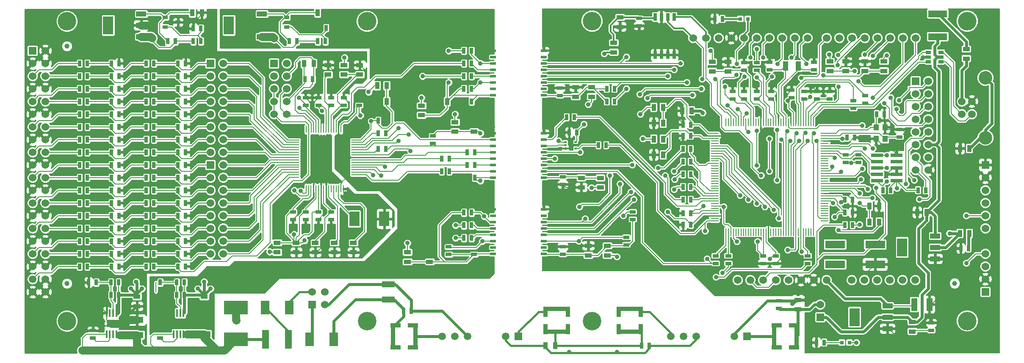
<source format=gtl>
G04 (created by PCBNEW-RS274X (2012-apr-16-27)-stable) date Wed 24 Jul 2013 12:55:59 AM UTC*
G01*
G70*
G90*
%MOIN*%
G04 Gerber Fmt 3.4, Leading zero omitted, Abs format*
%FSLAX34Y34*%
G04 APERTURE LIST*
%ADD10C,0.008000*%
%ADD11R,0.043300X0.051200*%
%ADD12R,0.208700X0.037400*%
%ADD13R,0.033500X0.078700*%
%ADD14R,0.045000X0.025000*%
%ADD15R,0.025000X0.045000*%
%ADD16R,0.055000X0.035000*%
%ADD17R,0.037400X0.208700*%
%ADD18R,0.078700X0.033500*%
%ADD19R,0.059100X0.059100*%
%ADD20C,0.059100*%
%ADD21R,0.027600X0.059100*%
%ADD22R,0.070900X0.106300*%
%ADD23R,0.060000X0.060000*%
%ADD24C,0.060000*%
%ADD25R,0.039400X0.027600*%
%ADD26R,0.035000X0.055000*%
%ADD27R,0.080000X0.144000*%
%ADD28R,0.080000X0.040000*%
%ADD29R,0.031400X0.031400*%
%ADD30R,0.020000X0.012000*%
%ADD31R,0.050000X0.100000*%
%ADD32R,0.015700X0.063000*%
%ADD33R,0.031500X0.061800*%
%ADD34R,0.027800X0.031500*%
%ADD35R,0.027600X0.031500*%
%ADD36R,0.100000X0.050000*%
%ADD37R,0.045000X0.020000*%
%ADD38R,0.094500X0.029900*%
%ADD39R,0.157500X0.060000*%
%ADD40R,0.190000X0.110000*%
%ADD41R,0.055000X0.150000*%
%ADD42R,0.043300X0.074800*%
%ADD43R,0.150000X0.055000*%
%ADD44C,0.106300*%
%ADD45R,0.060000X0.010000*%
%ADD46R,0.010000X0.060000*%
%ADD47R,0.078700X0.118100*%
%ADD48R,0.060000X0.009800*%
%ADD49O,0.060000X0.009800*%
%ADD50O,0.009800X0.060000*%
%ADD51C,0.145700*%
%ADD52C,0.039400*%
%ADD53C,0.035000*%
%ADD54C,0.024000*%
%ADD55C,0.012000*%
%ADD56C,0.016000*%
%ADD57C,0.064000*%
%ADD58C,0.010000*%
%ADD59C,0.006000*%
G04 APERTURE END LIST*
G54D10*
G54D11*
X83104Y-29953D03*
X83104Y-29047D03*
X82396Y-29047D03*
X82396Y-29953D03*
G54D12*
X63000Y-43354D03*
X63000Y-45146D03*
G54D13*
X62124Y-43561D03*
X63876Y-43561D03*
X62124Y-44939D03*
X63876Y-44939D03*
G54D14*
X77018Y-39167D03*
X77018Y-39767D03*
X69768Y-39167D03*
X69768Y-39767D03*
X70768Y-39167D03*
X70768Y-39767D03*
G54D15*
X67800Y-30750D03*
X67200Y-30750D03*
X67800Y-32750D03*
X67200Y-32750D03*
X67800Y-31750D03*
X67200Y-31750D03*
X67800Y-33750D03*
X67200Y-33750D03*
X67800Y-34750D03*
X67200Y-34750D03*
X60550Y-30450D03*
X61150Y-30450D03*
X58050Y-28250D03*
X58650Y-28250D03*
X50200Y-31000D03*
X50800Y-31000D03*
X48200Y-31500D03*
X48800Y-31500D03*
X48200Y-32500D03*
X48800Y-32500D03*
X50200Y-32000D03*
X50800Y-32000D03*
X49950Y-37750D03*
X50550Y-37750D03*
X49950Y-36750D03*
X50550Y-36750D03*
X49950Y-24000D03*
X50550Y-24000D03*
X49950Y-25000D03*
X50550Y-25000D03*
X43200Y-30750D03*
X43800Y-30750D03*
X43200Y-29500D03*
X43800Y-29500D03*
G54D14*
X74750Y-43300D03*
X74750Y-42700D03*
G54D16*
X76250Y-43375D03*
X76250Y-42625D03*
G54D17*
X76146Y-45500D03*
X74354Y-45500D03*
G54D18*
X75939Y-44624D03*
X75939Y-46376D03*
X74561Y-44624D03*
X74561Y-46376D03*
G54D19*
X72250Y-45500D03*
G54D20*
X71250Y-45500D03*
X68250Y-45500D03*
X67250Y-45500D03*
X66250Y-45500D03*
G54D14*
X63750Y-20450D03*
X63750Y-21050D03*
G54D16*
X61750Y-23125D03*
X61750Y-22375D03*
X62250Y-20375D03*
X62250Y-21125D03*
G54D21*
X65000Y-23350D03*
X65500Y-23350D03*
X66000Y-23350D03*
X66500Y-23350D03*
X66500Y-20350D03*
X66000Y-20350D03*
X65500Y-20350D03*
X65000Y-20350D03*
G54D22*
X36195Y-43250D03*
X34305Y-43250D03*
X39695Y-45750D03*
X37805Y-45750D03*
G54D23*
X35000Y-24000D03*
G54D24*
X36000Y-24000D03*
X35000Y-25000D03*
X36000Y-25000D03*
X35000Y-26000D03*
X36000Y-26000D03*
X35000Y-27000D03*
X36000Y-27000D03*
X35000Y-28000D03*
X36000Y-28000D03*
G54D16*
X89500Y-23625D03*
X89500Y-22875D03*
G54D25*
X37000Y-20750D03*
X36000Y-21125D03*
X36000Y-20375D03*
G54D15*
X38450Y-22250D03*
X39050Y-22250D03*
X39100Y-21200D03*
X38500Y-21200D03*
X36800Y-22250D03*
X36200Y-22250D03*
G54D26*
X38425Y-20000D03*
X39175Y-20000D03*
G54D27*
X31450Y-21000D03*
G54D28*
X34050Y-21000D03*
X34050Y-20100D03*
X34050Y-21900D03*
G54D27*
X21950Y-21000D03*
G54D28*
X24550Y-21000D03*
X24550Y-20100D03*
X24550Y-21900D03*
G54D26*
X28575Y-20000D03*
X29325Y-20000D03*
G54D15*
X27250Y-22250D03*
X26650Y-22250D03*
X29250Y-21250D03*
X28650Y-21250D03*
X28650Y-22250D03*
X29250Y-22250D03*
G54D25*
X27450Y-20750D03*
X26450Y-21125D03*
X26450Y-20375D03*
G54D14*
X73000Y-24550D03*
X73000Y-23950D03*
G54D25*
X87500Y-23125D03*
X87500Y-23500D03*
X87500Y-23875D03*
X86500Y-23875D03*
X86500Y-23500D03*
X86500Y-23125D03*
G54D15*
X70300Y-20500D03*
X69700Y-20500D03*
G54D29*
X72295Y-20500D03*
X71705Y-20500D03*
G54D24*
X71490Y-41080D03*
X72490Y-41080D03*
X73490Y-41080D03*
X74490Y-41080D03*
X75490Y-41080D03*
X76490Y-41080D03*
X77490Y-41080D03*
X78490Y-41080D03*
X80480Y-41080D03*
X81480Y-41080D03*
X82480Y-41080D03*
X83480Y-41080D03*
X84480Y-41080D03*
X85480Y-41080D03*
X85510Y-30400D03*
X85510Y-31400D03*
X85510Y-32400D03*
X86510Y-32400D03*
X86510Y-31400D03*
X86510Y-30400D03*
X85510Y-22000D03*
X84510Y-22000D03*
X83510Y-22000D03*
X82510Y-22000D03*
X81510Y-22000D03*
X80510Y-22000D03*
X79510Y-22000D03*
X78510Y-22000D03*
X77000Y-22000D03*
X76000Y-22000D03*
X75000Y-22000D03*
X74000Y-22000D03*
X73000Y-22000D03*
X72000Y-22000D03*
X71000Y-22000D03*
X70000Y-22000D03*
X69000Y-22000D03*
X68000Y-22000D03*
G54D15*
X58850Y-29450D03*
X58250Y-29450D03*
G54D30*
X57950Y-30200D03*
X57950Y-30700D03*
X58750Y-30200D03*
X57950Y-30450D03*
X58750Y-30700D03*
G54D31*
X85400Y-43000D03*
X86600Y-43000D03*
G54D16*
X85250Y-44375D03*
X85250Y-45125D03*
G54D27*
X80700Y-44000D03*
G54D28*
X83300Y-44000D03*
X83300Y-43100D03*
X83300Y-44900D03*
G54D15*
X43200Y-28500D03*
X43800Y-28500D03*
G54D26*
X43875Y-27000D03*
X43125Y-27000D03*
G54D14*
X41700Y-27300D03*
X41700Y-26700D03*
G54D26*
X43875Y-25750D03*
X43125Y-25750D03*
G54D32*
X27884Y-43673D03*
X27628Y-43673D03*
X27372Y-43673D03*
X27116Y-43673D03*
X27116Y-45327D03*
X27372Y-45327D03*
X27628Y-45327D03*
X27884Y-45327D03*
G54D33*
X27500Y-44500D03*
G54D34*
X27736Y-44653D03*
G54D35*
X27736Y-44347D03*
X27264Y-44653D03*
X27264Y-44347D03*
G54D15*
X27950Y-41250D03*
X27350Y-41250D03*
G54D16*
X29500Y-42375D03*
X29500Y-43125D03*
G54D36*
X29500Y-45350D03*
X29500Y-44150D03*
G54D14*
X26050Y-45650D03*
X26050Y-45050D03*
G54D15*
X27950Y-42250D03*
X27350Y-42250D03*
X26050Y-41250D03*
X25450Y-41250D03*
X21013Y-41250D03*
X20413Y-41250D03*
X22763Y-42250D03*
X22163Y-42250D03*
G54D14*
X20750Y-45650D03*
X20750Y-45050D03*
G54D36*
X24213Y-45400D03*
X24213Y-44200D03*
G54D16*
X24213Y-42375D03*
X24213Y-43125D03*
G54D15*
X22763Y-41250D03*
X22163Y-41250D03*
G54D32*
X22597Y-43673D03*
X22341Y-43673D03*
X22085Y-43673D03*
X21829Y-43673D03*
X21829Y-45327D03*
X22085Y-45327D03*
X22341Y-45327D03*
X22597Y-45327D03*
G54D33*
X22213Y-44500D03*
G54D34*
X22449Y-44653D03*
G54D35*
X22449Y-44347D03*
X21977Y-44653D03*
X21977Y-44347D03*
G54D14*
X47500Y-29700D03*
X47500Y-30300D03*
G54D16*
X61250Y-38375D03*
X61250Y-39125D03*
X59750Y-39125D03*
X59750Y-38375D03*
G54D14*
X57750Y-39050D03*
X57750Y-38450D03*
X62750Y-38300D03*
X62750Y-37700D03*
X63250Y-36300D03*
X63250Y-35700D03*
G54D15*
X49950Y-35750D03*
X50550Y-35750D03*
G54D14*
X48750Y-39050D03*
X48750Y-38450D03*
X50750Y-39050D03*
X50750Y-39650D03*
G54D16*
X47250Y-39625D03*
X47250Y-38875D03*
X45500Y-39625D03*
X45500Y-38875D03*
X49250Y-29375D03*
X49250Y-28625D03*
X50750Y-29375D03*
X50750Y-28625D03*
G54D15*
X50800Y-33000D03*
X50200Y-33000D03*
G54D14*
X57750Y-32950D03*
X57750Y-33550D03*
G54D16*
X59200Y-33025D03*
X59200Y-33775D03*
X60700Y-33025D03*
X60700Y-33775D03*
X60000Y-25875D03*
X60000Y-26625D03*
X58750Y-26625D03*
X58750Y-25875D03*
G54D14*
X57500Y-26550D03*
X57500Y-25950D03*
G54D15*
X61200Y-26000D03*
X61800Y-26000D03*
X61200Y-27000D03*
X61800Y-27000D03*
X49950Y-23000D03*
X50550Y-23000D03*
X49950Y-26000D03*
X50550Y-26000D03*
X50550Y-27000D03*
X49950Y-27000D03*
G54D26*
X48625Y-27000D03*
X47875Y-27000D03*
G54D16*
X46600Y-28075D03*
X46600Y-27325D03*
G54D37*
X56250Y-39000D03*
X56250Y-38500D03*
X56250Y-38000D03*
X56250Y-37500D03*
X56250Y-37000D03*
X56250Y-36500D03*
X56250Y-36000D03*
X56250Y-35500D03*
X52250Y-35500D03*
X52250Y-36000D03*
X52250Y-36500D03*
X52250Y-37000D03*
X52250Y-37500D03*
X52250Y-38000D03*
X52250Y-38500D03*
X52250Y-39000D03*
X56250Y-26500D03*
X56250Y-26000D03*
X56250Y-25500D03*
X56250Y-25000D03*
X56250Y-24500D03*
X56250Y-24000D03*
X56250Y-23500D03*
X56250Y-23000D03*
X52250Y-23000D03*
X52250Y-23500D03*
X52250Y-24000D03*
X52250Y-24500D03*
X52250Y-25000D03*
X52250Y-25500D03*
X52250Y-26000D03*
X52250Y-26500D03*
X56250Y-33000D03*
X56250Y-32500D03*
X56250Y-32000D03*
X56250Y-31500D03*
X56250Y-31000D03*
X56250Y-30500D03*
X56250Y-30000D03*
X56250Y-29500D03*
X52250Y-29500D03*
X52250Y-30000D03*
X52250Y-30500D03*
X52250Y-31000D03*
X52250Y-31500D03*
X52250Y-32000D03*
X52250Y-32500D03*
X52250Y-33000D03*
G54D23*
X16000Y-23000D03*
G54D24*
X17000Y-23000D03*
X16000Y-28000D03*
X17000Y-24000D03*
X16000Y-29000D03*
X17000Y-25000D03*
X16000Y-30000D03*
X17000Y-26000D03*
X16000Y-31000D03*
X17000Y-27000D03*
X16000Y-32000D03*
X17000Y-28000D03*
X16000Y-33000D03*
X17000Y-29000D03*
X16000Y-34000D03*
X17000Y-30000D03*
X16000Y-35000D03*
X17000Y-31000D03*
X16000Y-36000D03*
X17000Y-32000D03*
X16000Y-37000D03*
X17000Y-33000D03*
X16000Y-38000D03*
X17000Y-34000D03*
X17000Y-35000D03*
X16000Y-39000D03*
X17000Y-36000D03*
X17000Y-38000D03*
X17000Y-39000D03*
X17000Y-40000D03*
X17000Y-41000D03*
X16000Y-40000D03*
X16000Y-41000D03*
X16000Y-24000D03*
X16000Y-25000D03*
X16000Y-26000D03*
X16000Y-27000D03*
X16000Y-42000D03*
X17000Y-42000D03*
X17000Y-37000D03*
G54D23*
X91000Y-42000D03*
G54D24*
X91000Y-41000D03*
X91000Y-40000D03*
X91000Y-39000D03*
G54D23*
X91000Y-32000D03*
G54D24*
X91000Y-33000D03*
X91000Y-34000D03*
X91000Y-35000D03*
X91000Y-36000D03*
X91000Y-37000D03*
G54D15*
X85700Y-34000D03*
X86300Y-34000D03*
G54D14*
X80000Y-31800D03*
X80000Y-31200D03*
X81000Y-31800D03*
X81000Y-31200D03*
G54D15*
X83550Y-34000D03*
X82950Y-34000D03*
G54D38*
X84018Y-33250D03*
X82482Y-33250D03*
X84018Y-32750D03*
X82482Y-32750D03*
X84018Y-32250D03*
X82482Y-32250D03*
X84018Y-31750D03*
X82482Y-31750D03*
X84018Y-31250D03*
X82482Y-31250D03*
G54D15*
X79950Y-36750D03*
X80550Y-36750D03*
G54D39*
X82325Y-39837D03*
X82325Y-38263D03*
X79175Y-39837D03*
X79175Y-38263D03*
G54D15*
X78300Y-46000D03*
X77700Y-46000D03*
G54D29*
X80295Y-46000D03*
X79705Y-46000D03*
G54D40*
X32000Y-45750D03*
X32000Y-43250D03*
G54D41*
X34350Y-45750D03*
X36150Y-45750D03*
G54D14*
X78750Y-26800D03*
X78750Y-26200D03*
X77750Y-26800D03*
X77750Y-26200D03*
X81550Y-26550D03*
X81550Y-27150D03*
X80600Y-26950D03*
X80600Y-27550D03*
G54D42*
X76260Y-24217D03*
X75276Y-24217D03*
G54D14*
X77518Y-24517D03*
X77518Y-23917D03*
X74018Y-24517D03*
X74018Y-23917D03*
G54D15*
X82450Y-28000D03*
X83050Y-28000D03*
G54D14*
X84250Y-29800D03*
X84250Y-29200D03*
G54D26*
X65643Y-31217D03*
X64893Y-31217D03*
G54D15*
X67800Y-29700D03*
X67200Y-29700D03*
G54D26*
X64893Y-29967D03*
X65643Y-29967D03*
X88995Y-30709D03*
X89745Y-30709D03*
G54D19*
X54250Y-45500D03*
G54D20*
X53250Y-45500D03*
X50250Y-45500D03*
X49250Y-45500D03*
X48250Y-45500D03*
G54D17*
X46146Y-45500D03*
X44354Y-45500D03*
G54D18*
X45939Y-44624D03*
X45939Y-46376D03*
X44561Y-44624D03*
X44561Y-46376D03*
G54D12*
X57250Y-45146D03*
X57250Y-43354D03*
G54D13*
X58126Y-44939D03*
X56374Y-44939D03*
X58126Y-43561D03*
X56374Y-43561D03*
G54D26*
X57125Y-46250D03*
X56375Y-46250D03*
G54D36*
X44000Y-42600D03*
X44000Y-41400D03*
G54D15*
X45200Y-43500D03*
X45800Y-43500D03*
X63950Y-46250D03*
X64550Y-46250D03*
G54D23*
X78000Y-44000D03*
G54D24*
X78000Y-43000D03*
G54D23*
X38000Y-43000D03*
G54D24*
X38000Y-42000D03*
X39000Y-43000D03*
X39000Y-42000D03*
G54D43*
X87250Y-20100D03*
X87250Y-21900D03*
G54D24*
X89150Y-27000D03*
X89150Y-28000D03*
X89937Y-28000D03*
X89937Y-27000D03*
G54D44*
X91000Y-25138D03*
X91000Y-29862D03*
G54D16*
X80018Y-24592D03*
X80018Y-23842D03*
G54D26*
X81875Y-35250D03*
X82625Y-35250D03*
G54D15*
X80100Y-29850D03*
X80700Y-29850D03*
G54D26*
X82625Y-36500D03*
X81875Y-36500D03*
G54D14*
X75750Y-26700D03*
X75750Y-26100D03*
X73518Y-39167D03*
X73518Y-39767D03*
X73000Y-26800D03*
X73000Y-26200D03*
G54D15*
X67818Y-35817D03*
X67218Y-35817D03*
G54D14*
X72000Y-26800D03*
X72000Y-26200D03*
G54D26*
X67875Y-27750D03*
X67125Y-27750D03*
G54D15*
X79950Y-35750D03*
X80550Y-35750D03*
G54D26*
X64893Y-27467D03*
X65643Y-27467D03*
G54D15*
X67800Y-28850D03*
X67200Y-28850D03*
G54D26*
X65643Y-28717D03*
X64893Y-28717D03*
G54D16*
X81518Y-24592D03*
X81518Y-23842D03*
G54D14*
X76750Y-26800D03*
X76750Y-26200D03*
G54D16*
X83018Y-23842D03*
X83018Y-24592D03*
X78768Y-23842D03*
X78768Y-24592D03*
X69500Y-23875D03*
X69500Y-24625D03*
G54D14*
X71100Y-26800D03*
X71100Y-26200D03*
X74518Y-39167D03*
X74518Y-39767D03*
G54D15*
X79950Y-34750D03*
X80550Y-34750D03*
G54D14*
X74150Y-26800D03*
X74150Y-26200D03*
G54D15*
X67818Y-36717D03*
X67218Y-36717D03*
G54D14*
X72000Y-24550D03*
X72000Y-23950D03*
G54D16*
X70750Y-24625D03*
X70750Y-23875D03*
G54D45*
X78343Y-36412D03*
X78343Y-36212D03*
X78343Y-36017D03*
X78343Y-35822D03*
X78343Y-35622D03*
X78343Y-35427D03*
X78343Y-35232D03*
X78343Y-35032D03*
X78343Y-34837D03*
X78343Y-34642D03*
X78343Y-34442D03*
X78343Y-34247D03*
X78343Y-34052D03*
X78343Y-33852D03*
X78343Y-33657D03*
X78343Y-33462D03*
X78343Y-33262D03*
X78343Y-33067D03*
X78343Y-32867D03*
X78343Y-32672D03*
X78343Y-32472D03*
X78343Y-32277D03*
X78343Y-32082D03*
X78343Y-31882D03*
X78343Y-31687D03*
X78343Y-31492D03*
X78343Y-31292D03*
X78343Y-31097D03*
X78343Y-30902D03*
X78343Y-30702D03*
X78343Y-30507D03*
X78343Y-30312D03*
X78343Y-30112D03*
X78343Y-29917D03*
X78343Y-29722D03*
X78343Y-29522D03*
G54D46*
X71753Y-28642D03*
X71558Y-28642D03*
X71363Y-28642D03*
X71163Y-28642D03*
X70968Y-28642D03*
X70773Y-28642D03*
X70573Y-28642D03*
X71558Y-37292D03*
X71753Y-37292D03*
X71953Y-37292D03*
X72148Y-37292D03*
X72343Y-37292D03*
X72543Y-37292D03*
X72738Y-37292D03*
X72933Y-37292D03*
X73133Y-37292D03*
X73328Y-37292D03*
X73523Y-37292D03*
X73723Y-37292D03*
X73918Y-37292D03*
X74118Y-37292D03*
X74313Y-37292D03*
X74513Y-37292D03*
X74708Y-37292D03*
X74903Y-37292D03*
X75103Y-37292D03*
X75298Y-37292D03*
X75493Y-37292D03*
X75693Y-37292D03*
X75888Y-37292D03*
X76083Y-37292D03*
X76283Y-37292D03*
X76478Y-37292D03*
X76673Y-37292D03*
X76873Y-37292D03*
X77068Y-37292D03*
X77263Y-37292D03*
X77463Y-37292D03*
X77463Y-28642D03*
X77263Y-28642D03*
X77068Y-28642D03*
X76873Y-28642D03*
X76673Y-28642D03*
X76478Y-28642D03*
X76283Y-28642D03*
X76083Y-28642D03*
X75888Y-28642D03*
X75693Y-28642D03*
X75493Y-28642D03*
X75298Y-28642D03*
X75103Y-28642D03*
X74903Y-28642D03*
X74708Y-28642D03*
X74513Y-28642D03*
X74313Y-28642D03*
X74118Y-28642D03*
X73918Y-28642D03*
X73723Y-28642D03*
X73523Y-28642D03*
X73328Y-28642D03*
X73133Y-28642D03*
X72933Y-28642D03*
X72738Y-28642D03*
X72543Y-28642D03*
X72343Y-28642D03*
X72148Y-28642D03*
X71953Y-28642D03*
G54D45*
X69693Y-30507D03*
X69693Y-30702D03*
X69693Y-30902D03*
X69693Y-31097D03*
X69693Y-31292D03*
X69693Y-31492D03*
X69693Y-31687D03*
X69693Y-31882D03*
X69693Y-32082D03*
X69693Y-32277D03*
X69693Y-32472D03*
X69693Y-32672D03*
X69693Y-32867D03*
X69693Y-33067D03*
X69693Y-33262D03*
X69693Y-33462D03*
X69693Y-33657D03*
X69693Y-33852D03*
X69693Y-34052D03*
X69693Y-34247D03*
X69693Y-34442D03*
X69693Y-34642D03*
X69693Y-34837D03*
X69693Y-35032D03*
X69693Y-35232D03*
X69693Y-35427D03*
X69693Y-35622D03*
X69693Y-35822D03*
X69693Y-36017D03*
X69693Y-36212D03*
X69693Y-36412D03*
X69693Y-29522D03*
X69693Y-29722D03*
X69693Y-29917D03*
X69693Y-30112D03*
X69693Y-30312D03*
G54D46*
X70573Y-37292D03*
X70773Y-37292D03*
X70968Y-37292D03*
X71163Y-37292D03*
X71363Y-37292D03*
G54D16*
X35250Y-38125D03*
X35250Y-38875D03*
X40500Y-24875D03*
X40500Y-24125D03*
G54D14*
X40500Y-27300D03*
X40500Y-26700D03*
G54D16*
X41750Y-24875D03*
X41750Y-24125D03*
G54D15*
X37450Y-25250D03*
X38050Y-25250D03*
G54D26*
X37375Y-24000D03*
X38125Y-24000D03*
G54D16*
X39750Y-38125D03*
X39750Y-38875D03*
G54D14*
X39500Y-26700D03*
X39500Y-27300D03*
G54D16*
X39250Y-24125D03*
X39250Y-24875D03*
X41250Y-38125D03*
X41250Y-38875D03*
G54D47*
X41319Y-36250D03*
X43681Y-36250D03*
G54D16*
X38250Y-38875D03*
X38250Y-38125D03*
G54D14*
X39500Y-36300D03*
X39500Y-35700D03*
X38500Y-35700D03*
X38500Y-36300D03*
X36500Y-35700D03*
X36500Y-36300D03*
X37500Y-35700D03*
X37500Y-36300D03*
X38500Y-27300D03*
X38500Y-26700D03*
G54D16*
X36750Y-38125D03*
X36750Y-38875D03*
G54D14*
X37500Y-27300D03*
X37500Y-26700D03*
G54D15*
X27450Y-35000D03*
X28050Y-35000D03*
X22200Y-35000D03*
X22800Y-35000D03*
X24950Y-35000D03*
X25550Y-35000D03*
X19700Y-35000D03*
X20300Y-35000D03*
X19700Y-34000D03*
X20300Y-34000D03*
X24950Y-34000D03*
X25550Y-34000D03*
X22200Y-34000D03*
X22800Y-34000D03*
X27450Y-34000D03*
X28050Y-34000D03*
X27450Y-32000D03*
X28050Y-32000D03*
X22200Y-32000D03*
X22800Y-32000D03*
X24950Y-32000D03*
X25550Y-32000D03*
X19700Y-32000D03*
X20300Y-32000D03*
X19700Y-33000D03*
X20300Y-33000D03*
X24950Y-33000D03*
X25550Y-33000D03*
X22200Y-33000D03*
X22800Y-33000D03*
X27450Y-33000D03*
X28050Y-33000D03*
X27450Y-37000D03*
X28050Y-37000D03*
X22200Y-37000D03*
X22800Y-37000D03*
X24950Y-37000D03*
X25550Y-37000D03*
X19700Y-37000D03*
X20300Y-37000D03*
X19700Y-36000D03*
X20300Y-36000D03*
X24950Y-36000D03*
X25550Y-36000D03*
X22200Y-36000D03*
X22800Y-36000D03*
X27450Y-36000D03*
X28050Y-36000D03*
X27450Y-38000D03*
X28050Y-38000D03*
X22200Y-38000D03*
X22800Y-38000D03*
X24950Y-38000D03*
X25550Y-38000D03*
X19700Y-38000D03*
X20300Y-38000D03*
X19700Y-39000D03*
X20300Y-39000D03*
X24950Y-39000D03*
X25550Y-39000D03*
X22200Y-39000D03*
X22800Y-39000D03*
X27450Y-39000D03*
X28050Y-39000D03*
X27450Y-31000D03*
X28050Y-31000D03*
X22200Y-31000D03*
X22800Y-31000D03*
X24950Y-31000D03*
X25550Y-31000D03*
X19700Y-31000D03*
X20300Y-31000D03*
X19700Y-30000D03*
X20300Y-30000D03*
X24950Y-30000D03*
X25550Y-30000D03*
X22200Y-30000D03*
X22800Y-30000D03*
X27450Y-30000D03*
X28050Y-30000D03*
X27450Y-28000D03*
X28050Y-28000D03*
X22200Y-28000D03*
X22800Y-28000D03*
X24950Y-28000D03*
X25550Y-28000D03*
X19700Y-28000D03*
X20300Y-28000D03*
X19700Y-29000D03*
X20300Y-29000D03*
X24950Y-29000D03*
X25550Y-29000D03*
X22200Y-29000D03*
X22800Y-29000D03*
X27450Y-29000D03*
X28050Y-29000D03*
X27450Y-25000D03*
X28050Y-25000D03*
X22200Y-25000D03*
X22800Y-25000D03*
X24950Y-25000D03*
X25550Y-25000D03*
X19700Y-25000D03*
X20300Y-25000D03*
X19700Y-24000D03*
X20300Y-24000D03*
X24950Y-24000D03*
X25550Y-24000D03*
X22200Y-24000D03*
X22800Y-24000D03*
X27450Y-24000D03*
X28050Y-24000D03*
X27450Y-26000D03*
X28050Y-26000D03*
X22200Y-26000D03*
X22800Y-26000D03*
X24950Y-26000D03*
X25550Y-26000D03*
X19700Y-26000D03*
X20300Y-26000D03*
X19700Y-27000D03*
X20300Y-27000D03*
X24950Y-27000D03*
X25550Y-27000D03*
X22200Y-27000D03*
X22800Y-27000D03*
X27450Y-27000D03*
X28050Y-27000D03*
G54D23*
X30000Y-32000D03*
G54D24*
X31000Y-32000D03*
X30000Y-33000D03*
X31000Y-33000D03*
X30000Y-34000D03*
X31000Y-34000D03*
X30000Y-35000D03*
X31000Y-35000D03*
X30000Y-36000D03*
X31000Y-36000D03*
X30000Y-37000D03*
X31000Y-37000D03*
X30000Y-38000D03*
X31000Y-38000D03*
X30000Y-39000D03*
X31000Y-39000D03*
G54D23*
X30000Y-24000D03*
G54D24*
X31000Y-24000D03*
X30000Y-25000D03*
X31000Y-25000D03*
X30000Y-26000D03*
X31000Y-26000D03*
X30000Y-27000D03*
X31000Y-27000D03*
X30000Y-28000D03*
X31000Y-28000D03*
X30000Y-29000D03*
X31000Y-29000D03*
X30000Y-30000D03*
X31000Y-30000D03*
X30000Y-31000D03*
X31000Y-31000D03*
G54D48*
X36689Y-30024D03*
G54D49*
X36689Y-30221D03*
X36689Y-30418D03*
X36689Y-30615D03*
X36689Y-30812D03*
X36689Y-31008D03*
X36689Y-31205D03*
X36689Y-31402D03*
X36689Y-31599D03*
X36689Y-31796D03*
X36689Y-31993D03*
X36689Y-32189D03*
X36689Y-32386D03*
X36689Y-32583D03*
X36689Y-32780D03*
X36689Y-32977D03*
G54D50*
X37524Y-33875D03*
X37721Y-33875D03*
X37918Y-33875D03*
X38115Y-33875D03*
X38312Y-33875D03*
X38508Y-33875D03*
X38705Y-33875D03*
X38902Y-33875D03*
X39099Y-33875D03*
X39296Y-33875D03*
X39493Y-33875D03*
X39689Y-33875D03*
X39886Y-33875D03*
X40083Y-33875D03*
X40280Y-33875D03*
X40477Y-33875D03*
G54D49*
X41375Y-32977D03*
X41375Y-32780D03*
X41375Y-32583D03*
X41375Y-32386D03*
X41375Y-32189D03*
X41375Y-31993D03*
X41375Y-31796D03*
X41375Y-31599D03*
X41375Y-31402D03*
X41375Y-31205D03*
X41375Y-31008D03*
X41375Y-30812D03*
X41375Y-30615D03*
X41375Y-30418D03*
X41375Y-30221D03*
X41375Y-30024D03*
G54D50*
X40477Y-29189D03*
X40280Y-29189D03*
X39886Y-29189D03*
X40083Y-29182D03*
X39689Y-29189D03*
X39493Y-29189D03*
X39296Y-29189D03*
X39099Y-29189D03*
X38902Y-29189D03*
X38705Y-29189D03*
X38511Y-29189D03*
X38314Y-29189D03*
X38117Y-29189D03*
X37920Y-29189D03*
X37724Y-29189D03*
X37527Y-29189D03*
G54D27*
X84450Y-38500D03*
G54D28*
X87050Y-38500D03*
X87050Y-37600D03*
X87050Y-39400D03*
G54D26*
X88995Y-37402D03*
X89745Y-37402D03*
X86375Y-35750D03*
X85625Y-35750D03*
G54D15*
X89070Y-38583D03*
X89670Y-38583D03*
G54D14*
X86750Y-44450D03*
X86750Y-45050D03*
G54D23*
X85510Y-25400D03*
G54D24*
X86510Y-25400D03*
X85510Y-26400D03*
X86510Y-26400D03*
X85510Y-27400D03*
X86510Y-27400D03*
X85510Y-28400D03*
X86510Y-28400D03*
X85510Y-29400D03*
X86510Y-29400D03*
G54D15*
X22200Y-40000D03*
X22800Y-40000D03*
X27450Y-40000D03*
X28050Y-40000D03*
X19700Y-40000D03*
X20300Y-40000D03*
X24950Y-40000D03*
X25550Y-40000D03*
G54D51*
X18701Y-20669D03*
X18701Y-44291D03*
X89567Y-20669D03*
X89567Y-44291D03*
X60039Y-44291D03*
X60039Y-20669D03*
X42323Y-44291D03*
X42323Y-20669D03*
G54D52*
X88583Y-41339D03*
X18701Y-41339D03*
X18701Y-22638D03*
G54D53*
X60000Y-33800D03*
X80450Y-31850D03*
X62000Y-39250D03*
X59750Y-27250D03*
X78700Y-23300D03*
X80850Y-46000D03*
X59400Y-28800D03*
X88189Y-37402D03*
X63850Y-28000D03*
X84050Y-33850D03*
X83225Y-23375D03*
X61000Y-23250D03*
X69380Y-23000D03*
X73000Y-22880D03*
X64050Y-29950D03*
X41800Y-28100D03*
X42650Y-28550D03*
X37402Y-37953D03*
X36575Y-37480D03*
X38785Y-27725D03*
X36969Y-26713D03*
X42450Y-26250D03*
X49250Y-28000D03*
X29000Y-41750D03*
X46600Y-26700D03*
X30000Y-41750D03*
X35000Y-22000D03*
X29500Y-41200D03*
X45500Y-38150D03*
X25400Y-22000D03*
X40551Y-23543D03*
X24150Y-41200D03*
X34665Y-38839D03*
X23750Y-41750D03*
X24600Y-41750D03*
X63200Y-32000D03*
X65250Y-32250D03*
X66500Y-24500D03*
X66500Y-32500D03*
X68650Y-26000D03*
X61450Y-32850D03*
X59000Y-38000D03*
X63800Y-26450D03*
X72350Y-29400D03*
X59050Y-35300D03*
X45750Y-30900D03*
X51400Y-38000D03*
X72200Y-27950D03*
X64400Y-26750D03*
X62250Y-33500D03*
X62500Y-36000D03*
X59500Y-36250D03*
X67950Y-26500D03*
X44800Y-30100D03*
X51550Y-36050D03*
X67500Y-25500D03*
X71500Y-27600D03*
X51250Y-25500D03*
X45600Y-29600D03*
X70700Y-27300D03*
X67000Y-24000D03*
X62750Y-23500D03*
X62750Y-26000D03*
X51250Y-24000D03*
X44800Y-29100D03*
X65800Y-32850D03*
X66000Y-25000D03*
X46700Y-25000D03*
X43750Y-32150D03*
X69800Y-40850D03*
X57400Y-30100D03*
X57100Y-31500D03*
X63325Y-34725D03*
X66500Y-33950D03*
X42800Y-32800D03*
X49300Y-37750D03*
X66550Y-33150D03*
X63100Y-34150D03*
X43450Y-32850D03*
X49300Y-36750D03*
X82400Y-33800D03*
X83250Y-31250D03*
X81300Y-28900D03*
X81500Y-30700D03*
X83250Y-32250D03*
X82150Y-30700D03*
X83250Y-33300D03*
X84200Y-26900D03*
X81200Y-33150D03*
X84000Y-27600D03*
X81300Y-32300D03*
X84750Y-33500D03*
X82100Y-34600D03*
X81750Y-33900D03*
X83550Y-26700D03*
X83050Y-27150D03*
X81100Y-34250D03*
X74750Y-36200D03*
X73350Y-32850D03*
X79000Y-35000D03*
X69750Y-25250D03*
X68700Y-25250D03*
X73000Y-35050D03*
X73650Y-35300D03*
X74350Y-35550D03*
X85400Y-33200D03*
X68950Y-37200D03*
X69100Y-39400D03*
X85800Y-34700D03*
X70300Y-40500D03*
X59100Y-31000D03*
X74600Y-29250D03*
X74650Y-24050D03*
X70400Y-35300D03*
X74600Y-33200D03*
X75450Y-38700D03*
X76840Y-29480D03*
X71450Y-38050D03*
X79370Y-24150D03*
X71700Y-34400D03*
X72350Y-34750D03*
X82150Y-26700D03*
X79150Y-31450D03*
X89500Y-36000D03*
X77700Y-30100D03*
X89500Y-39750D03*
X81000Y-25400D03*
X77500Y-29500D03*
X82150Y-23420D03*
X71400Y-24900D03*
X71425Y-24025D03*
X74950Y-30000D03*
X75750Y-23550D03*
X76900Y-24050D03*
X75400Y-29350D03*
X76500Y-25150D03*
X75650Y-30100D03*
X76150Y-29500D03*
X76350Y-30100D03*
X79400Y-23350D03*
X81500Y-23300D03*
X76550Y-38850D03*
X77010Y-30110D03*
X73500Y-23550D03*
X74000Y-29950D03*
X74000Y-32500D03*
X79650Y-32550D03*
X78950Y-32150D03*
X73000Y-29300D03*
X72500Y-23550D03*
X73000Y-32050D03*
X37100Y-34050D03*
X36600Y-34000D03*
X80700Y-24600D03*
X79650Y-34950D03*
X74050Y-39400D03*
X74200Y-25050D03*
X81100Y-36700D03*
X79450Y-25825D03*
X70500Y-25850D03*
X66000Y-35700D03*
X79125Y-36100D03*
X75450Y-26950D03*
X73000Y-25100D03*
X68800Y-35250D03*
X72050Y-25050D03*
X68750Y-27900D03*
X79450Y-37125D03*
X73075Y-38050D03*
X79750Y-29950D03*
X81100Y-35000D03*
X77200Y-26650D03*
X78250Y-24950D03*
X23250Y-33000D03*
X28500Y-36000D03*
X37550Y-38875D03*
X23250Y-27000D03*
X28500Y-25000D03*
X52000Y-39500D03*
X37500Y-36750D03*
X28500Y-29000D03*
X28550Y-40000D03*
X23250Y-36000D03*
X51500Y-22500D03*
X23250Y-31000D03*
X38500Y-36750D03*
X34400Y-23550D03*
X28500Y-32000D03*
X42670Y-26990D03*
X28500Y-38000D03*
X42150Y-33400D03*
X23250Y-37000D03*
X40500Y-38875D03*
X44600Y-31200D03*
X42650Y-27700D03*
X35000Y-21000D03*
X47250Y-38150D03*
X52250Y-29000D03*
X37500Y-21000D03*
X52000Y-35250D03*
X39050Y-38875D03*
X23250Y-29000D03*
X49750Y-33000D03*
X23250Y-28000D03*
X28500Y-30000D03*
X28500Y-37000D03*
X23250Y-34000D03*
X23250Y-26000D03*
X28500Y-31000D03*
X50000Y-27750D03*
X51500Y-28500D03*
X28500Y-34000D03*
X38500Y-26300D03*
X23250Y-30000D03*
X36500Y-36800D03*
X23250Y-25000D03*
X40650Y-34250D03*
X48000Y-26000D03*
X23250Y-32000D03*
X28000Y-21000D03*
X28500Y-24000D03*
X28500Y-35000D03*
X32050Y-44250D03*
X28500Y-27000D03*
X41700Y-26300D03*
X23250Y-38000D03*
X23250Y-35000D03*
X39252Y-34941D03*
X28500Y-39000D03*
X28500Y-26000D03*
X28500Y-28000D03*
X25400Y-21000D03*
X23250Y-24000D03*
X23250Y-39000D03*
X39500Y-36750D03*
X36550Y-29200D03*
X41750Y-23550D03*
X28500Y-33000D03*
X37500Y-26300D03*
X38700Y-23850D03*
X23250Y-40000D03*
X66750Y-36600D03*
X75200Y-39750D03*
X68500Y-29350D03*
X68900Y-36150D03*
X66850Y-28350D03*
X77800Y-45350D03*
X70750Y-23400D03*
X72850Y-39750D03*
X57000Y-38500D03*
X88100Y-39700D03*
X81100Y-29900D03*
X71175Y-25675D03*
X75950Y-27450D03*
X77350Y-42280D03*
X72825Y-25800D03*
X66700Y-35600D03*
X56950Y-23000D03*
X87250Y-42500D03*
X80950Y-23900D03*
X77450Y-23450D03*
X75800Y-42950D03*
X72025Y-25675D03*
X78250Y-26200D03*
X77400Y-25850D03*
X74250Y-23500D03*
X57000Y-35500D03*
X85050Y-35900D03*
X63900Y-28700D03*
X74250Y-25800D03*
X64100Y-31000D03*
X86100Y-23550D03*
X66850Y-27250D03*
X80330Y-23370D03*
X64500Y-21500D03*
X56800Y-29500D03*
X83250Y-32750D03*
X84250Y-45750D03*
X76900Y-42560D03*
X66850Y-30150D03*
X81800Y-29850D03*
X56900Y-33400D03*
X75800Y-25550D03*
X56900Y-26000D03*
X57700Y-29300D03*
X73150Y-27800D03*
X82500Y-35850D03*
X71750Y-23350D03*
X81350Y-36100D03*
X51250Y-29500D03*
X51250Y-33250D03*
X48750Y-25500D03*
X48750Y-23000D03*
X37000Y-27500D03*
X62000Y-46750D03*
X58250Y-46750D03*
G54D10*
X25700Y-41250D02*
X25700Y-42007D01*
X85700Y-34000D02*
X84768Y-34000D01*
X84768Y-34000D02*
X84018Y-33250D01*
G54D54*
X88995Y-37402D02*
X88189Y-37402D01*
G54D10*
X61250Y-39125D02*
X61875Y-39125D01*
X58850Y-29350D02*
X59400Y-28800D01*
X69500Y-23120D02*
X69380Y-23000D01*
X78768Y-23368D02*
X78700Y-23300D01*
X64893Y-27467D02*
X64383Y-27467D01*
X64383Y-27467D02*
X63850Y-28000D01*
X83018Y-23842D02*
X83018Y-23582D01*
X58850Y-29450D02*
X58850Y-30100D01*
X80400Y-31800D02*
X80450Y-31850D01*
X73920Y-41650D02*
X74490Y-41080D01*
G54D54*
X88995Y-37402D02*
X88976Y-37402D01*
G54D10*
X81000Y-31800D02*
X80500Y-31800D01*
X80400Y-31800D02*
X80000Y-31800D01*
X69500Y-23875D02*
X69500Y-23120D01*
X80500Y-31800D02*
X80450Y-31850D01*
X84018Y-33818D02*
X84018Y-33250D01*
X58850Y-29450D02*
X58850Y-29350D01*
X72490Y-41080D02*
X72490Y-41140D01*
X60000Y-27000D02*
X59750Y-27250D01*
X58850Y-30100D02*
X58750Y-30200D01*
X60025Y-33775D02*
X60000Y-33800D01*
X60700Y-33775D02*
X60025Y-33775D01*
X84018Y-33818D02*
X84050Y-33850D01*
X73000Y-41650D02*
X73920Y-41650D01*
X60000Y-26625D02*
X60000Y-27000D01*
X83550Y-33718D02*
X84018Y-33250D01*
G54D54*
X88976Y-37402D02*
X87878Y-38500D01*
G54D10*
X83550Y-34000D02*
X83550Y-33718D01*
X64893Y-29967D02*
X64067Y-29967D01*
X72490Y-41140D02*
X73000Y-41650D01*
G54D55*
X61750Y-23125D02*
X61125Y-23125D01*
G54D10*
X64067Y-29967D02*
X64050Y-29950D01*
X83018Y-23582D02*
X83225Y-23375D01*
X78768Y-23842D02*
X78768Y-23368D01*
X80295Y-46000D02*
X80850Y-46000D01*
X61875Y-39125D02*
X62000Y-39250D01*
G54D55*
X61125Y-23125D02*
X61000Y-23250D01*
G54D54*
X87878Y-38500D02*
X87050Y-38500D01*
G54D10*
X73000Y-23950D02*
X73000Y-22880D01*
X41700Y-27300D02*
X41700Y-28000D01*
X40800Y-28600D02*
X41500Y-27900D01*
X41700Y-28000D02*
X41800Y-28100D01*
X43875Y-27000D02*
X43875Y-27375D01*
X40280Y-29189D02*
X40280Y-28820D01*
X40500Y-28600D02*
X40800Y-28600D01*
X44296Y-28746D02*
X43942Y-29100D01*
X41500Y-27900D02*
X41500Y-27500D01*
X43942Y-29100D02*
X43500Y-29100D01*
X43200Y-28800D02*
X43200Y-28500D01*
X43875Y-27000D02*
X43875Y-25750D01*
X41375Y-30024D02*
X41826Y-30024D01*
X41500Y-27500D02*
X41700Y-27300D01*
X42650Y-29200D02*
X42650Y-28550D01*
X43875Y-27375D02*
X44296Y-27796D01*
X43500Y-29100D02*
X43200Y-28800D01*
X40280Y-28820D02*
X40500Y-28600D01*
X42650Y-28550D02*
X42700Y-28500D01*
X42700Y-28500D02*
X43200Y-28500D01*
X41826Y-30024D02*
X42650Y-29200D01*
X44296Y-27796D02*
X44296Y-28746D01*
G54D54*
X87000Y-23300D02*
X87200Y-23500D01*
X83300Y-44000D02*
X83970Y-44000D01*
X82560Y-44000D02*
X83300Y-44000D01*
X86500Y-40500D02*
X85750Y-39750D01*
X87350Y-24750D02*
X87350Y-24650D01*
X78000Y-44000D02*
X78470Y-44000D01*
X87050Y-36050D02*
X87050Y-37600D01*
X87000Y-24300D02*
X87000Y-23700D01*
X84875Y-44000D02*
X85250Y-44375D01*
X87250Y-21900D02*
X87250Y-22400D01*
G54D56*
X87500Y-23500D02*
X87250Y-23500D01*
G54D54*
X86750Y-35750D02*
X87050Y-36050D01*
X86375Y-35750D02*
X86750Y-35750D01*
X87350Y-30650D02*
X87350Y-34775D01*
X85750Y-37000D02*
X86375Y-36375D01*
X87200Y-23500D02*
X87000Y-23700D01*
X85750Y-39750D02*
X85750Y-37000D01*
X87250Y-22400D02*
X87000Y-22650D01*
X87100Y-30400D02*
X87350Y-30650D01*
X87000Y-22650D02*
X87000Y-23250D01*
X86375Y-35750D02*
X87350Y-34775D01*
X86375Y-36375D02*
X86375Y-35750D01*
X85250Y-44375D02*
X85625Y-44375D01*
X86000Y-42250D02*
X86500Y-41750D01*
X87000Y-23250D02*
X87000Y-23300D01*
X79620Y-45150D02*
X81410Y-45150D01*
X87200Y-23500D02*
X87500Y-23500D01*
X81410Y-45150D02*
X82560Y-44000D01*
X87350Y-24650D02*
X87000Y-24300D01*
G54D56*
X87225Y-23475D02*
X87250Y-23500D01*
G54D54*
X85625Y-44375D02*
X86000Y-44000D01*
X87350Y-24750D02*
X87350Y-30050D01*
X87350Y-30050D02*
X87350Y-30150D01*
X87350Y-30150D02*
X87100Y-30400D01*
X86510Y-30400D02*
X87100Y-30400D01*
X78470Y-44000D02*
X79620Y-45150D01*
X86000Y-44000D02*
X86000Y-42250D01*
X83970Y-44000D02*
X84875Y-44000D01*
X86500Y-41750D02*
X86500Y-40500D01*
X87200Y-23500D02*
X87225Y-23475D01*
G54D10*
X36575Y-37480D02*
X36575Y-37950D01*
X37500Y-27300D02*
X37500Y-27244D01*
X37230Y-38125D02*
X36750Y-38125D01*
X36000Y-37375D02*
X36750Y-38125D01*
X36000Y-36850D02*
X36000Y-37375D01*
X37358Y-35700D02*
X37000Y-36058D01*
X36575Y-37950D02*
X36750Y-38125D01*
X38500Y-27300D02*
X38500Y-27440D01*
X37700Y-34650D02*
X37300Y-34650D01*
X38508Y-35692D02*
X38500Y-35700D01*
X36300Y-35700D02*
X36000Y-36000D01*
X38000Y-35750D02*
X38000Y-36750D01*
X37000Y-36058D02*
X37000Y-36558D01*
X38500Y-35700D02*
X38050Y-35700D01*
X37000Y-37500D02*
X36750Y-37750D01*
X37500Y-27244D02*
X36969Y-26713D01*
X37000Y-36558D02*
X37000Y-37500D01*
X37500Y-35700D02*
X37358Y-35700D01*
X37300Y-34650D02*
X36500Y-35450D01*
X37500Y-27442D02*
X37500Y-27300D01*
X36500Y-35450D02*
X36500Y-35700D01*
X37500Y-27300D02*
X37315Y-27300D01*
X37918Y-33875D02*
X37918Y-34432D01*
X38750Y-27300D02*
X38500Y-27300D01*
X38050Y-35700D02*
X38000Y-35750D01*
X38000Y-36750D02*
X38000Y-37250D01*
X35250Y-38125D02*
X36750Y-38125D01*
X37918Y-34432D02*
X37700Y-34650D01*
X39099Y-27649D02*
X38750Y-27300D01*
X37375Y-37500D02*
X36750Y-38125D01*
X37750Y-37500D02*
X37375Y-37500D01*
X38000Y-37250D02*
X37750Y-37500D01*
X39099Y-29189D02*
X39099Y-27649D01*
X37402Y-37953D02*
X37230Y-38125D01*
X38500Y-27440D02*
X38785Y-27725D01*
X38312Y-33875D02*
X38312Y-34638D01*
X36750Y-37750D02*
X36750Y-38125D01*
X38312Y-34638D02*
X37500Y-35450D01*
X38511Y-29189D02*
X38511Y-28453D01*
X36500Y-35700D02*
X36300Y-35700D01*
X36000Y-36000D02*
X36000Y-36850D01*
X37500Y-35450D02*
X37500Y-35700D01*
X36000Y-36850D02*
X36000Y-36875D01*
X38511Y-28453D02*
X37500Y-27442D01*
X38508Y-33875D02*
X38508Y-35692D01*
G54D57*
X34900Y-21900D02*
X34050Y-21900D01*
G54D10*
X36800Y-22250D02*
X38450Y-22250D01*
X36500Y-22750D02*
X36750Y-22500D01*
X27884Y-42984D02*
X27950Y-42918D01*
X49250Y-28625D02*
X49250Y-28000D01*
G54D54*
X29500Y-42250D02*
X29000Y-41750D01*
G54D10*
X36750Y-22500D02*
X36750Y-22300D01*
X46600Y-27325D02*
X46600Y-26700D01*
G54D57*
X34900Y-21900D02*
X35000Y-22000D01*
G54D54*
X29500Y-42250D02*
X30000Y-41750D01*
G54D10*
X35750Y-22750D02*
X35000Y-22000D01*
G54D54*
X29500Y-42375D02*
X29500Y-42250D01*
G54D10*
X42950Y-25750D02*
X42450Y-26250D01*
G54D54*
X27950Y-42250D02*
X27950Y-43650D01*
G54D10*
X35750Y-22750D02*
X36500Y-22750D01*
X27884Y-43673D02*
X27884Y-42316D01*
X36800Y-22250D02*
X36750Y-22300D01*
X27950Y-41250D02*
X27950Y-42250D01*
G54D54*
X27950Y-42250D02*
X29375Y-42250D01*
G54D10*
X43125Y-25750D02*
X42950Y-25750D01*
X27884Y-42316D02*
X27950Y-42250D01*
G54D54*
X29375Y-42250D02*
X29500Y-42375D01*
G54D10*
X27884Y-43673D02*
X27884Y-42984D01*
X45500Y-38875D02*
X45500Y-38150D01*
G54D54*
X29500Y-42375D02*
X29500Y-41200D01*
G54D10*
X22763Y-41250D02*
X22763Y-42250D01*
G54D57*
X25300Y-21900D02*
X25400Y-22000D01*
G54D55*
X22763Y-42887D02*
X22763Y-42250D01*
G54D54*
X22763Y-42250D02*
X22763Y-43637D01*
G54D55*
X22597Y-43053D02*
X22763Y-42887D01*
G54D54*
X24213Y-42137D02*
X24600Y-41750D01*
X24213Y-42375D02*
X24213Y-41263D01*
G54D10*
X34701Y-38875D02*
X34665Y-38839D01*
X25400Y-22200D02*
X25950Y-22750D01*
X26850Y-22750D02*
X27250Y-22350D01*
X40551Y-24074D02*
X40551Y-23543D01*
G54D54*
X24213Y-42375D02*
X24213Y-42213D01*
G54D10*
X40500Y-24125D02*
X40551Y-24074D01*
G54D54*
X22763Y-42250D02*
X24088Y-42250D01*
X24213Y-41263D02*
X24150Y-41200D01*
X24213Y-42375D02*
X24213Y-42137D01*
G54D10*
X25400Y-22000D02*
X25400Y-22200D01*
X25950Y-22750D02*
X26850Y-22750D01*
X35250Y-38875D02*
X34701Y-38875D01*
X27250Y-22350D02*
X27250Y-22250D01*
G54D54*
X24213Y-42213D02*
X23750Y-41750D01*
G54D10*
X28650Y-22250D02*
X27250Y-22250D01*
G54D55*
X22597Y-43673D02*
X22597Y-43053D01*
G54D54*
X22763Y-43637D02*
X22700Y-43700D01*
G54D57*
X24550Y-21900D02*
X25300Y-21900D01*
G54D54*
X24088Y-42250D02*
X24213Y-42375D01*
X76250Y-43375D02*
X74825Y-43375D01*
G54D10*
X76146Y-45500D02*
X76146Y-44831D01*
G54D54*
X78000Y-43000D02*
X77530Y-43000D01*
X74825Y-43375D02*
X74750Y-43300D01*
G54D10*
X76146Y-45500D02*
X76146Y-46169D01*
X74750Y-43300D02*
X74900Y-43300D01*
G54D54*
X76250Y-43375D02*
X76250Y-45396D01*
X77530Y-43000D02*
X77155Y-43375D01*
X77155Y-43375D02*
X76250Y-43375D01*
G54D10*
X76146Y-44831D02*
X75939Y-44624D01*
X76146Y-46169D02*
X75939Y-46376D01*
G54D54*
X76250Y-45396D02*
X76146Y-45500D01*
G54D55*
X22597Y-45327D02*
X24140Y-45327D01*
G54D10*
X25302Y-45552D02*
X25302Y-46152D01*
G54D54*
X32000Y-45750D02*
X34350Y-45750D01*
G54D10*
X25302Y-45552D02*
X25300Y-45554D01*
G54D57*
X24213Y-46163D02*
X24650Y-46600D01*
X28140Y-45350D02*
X28350Y-45350D01*
X28155Y-45350D02*
X28140Y-45335D01*
X32000Y-45750D02*
X31950Y-45750D01*
X29500Y-45350D02*
X29500Y-45600D01*
X22853Y-45400D02*
X22913Y-45400D01*
G54D55*
X24140Y-45327D02*
X24213Y-45400D01*
G54D57*
X25750Y-46600D02*
X24650Y-46600D01*
G54D10*
X21829Y-45327D02*
X20227Y-45327D01*
G54D57*
X24213Y-45400D02*
X22863Y-45400D01*
X31950Y-45750D02*
X31100Y-46600D01*
G54D10*
X19927Y-45627D02*
X19927Y-46600D01*
G54D57*
X28140Y-45335D02*
X28140Y-45350D01*
G54D10*
X25527Y-45327D02*
X25302Y-45552D01*
G54D57*
X30500Y-46600D02*
X25750Y-46600D01*
G54D10*
X25302Y-46152D02*
X25750Y-46600D01*
G54D57*
X28250Y-45350D02*
X28250Y-45327D01*
X24213Y-45400D02*
X24213Y-46163D01*
G54D10*
X20227Y-45327D02*
X19927Y-45627D01*
G54D57*
X29500Y-45600D02*
X30500Y-46600D01*
X22853Y-45390D02*
X22853Y-45400D01*
G54D10*
X27116Y-45327D02*
X25527Y-45327D01*
G54D55*
X27884Y-45327D02*
X28250Y-45327D01*
G54D57*
X22863Y-45400D02*
X22853Y-45390D01*
X28350Y-45350D02*
X28250Y-45350D01*
X29500Y-45350D02*
X28155Y-45350D01*
G54D10*
X19900Y-46600D02*
X19900Y-46850D01*
G54D57*
X19927Y-46600D02*
X19900Y-46600D01*
X24650Y-46600D02*
X19927Y-46600D01*
G54D10*
X19927Y-45627D02*
X19900Y-45654D01*
G54D57*
X31100Y-46600D02*
X30500Y-46600D01*
G54D54*
X39695Y-44305D02*
X39695Y-45750D01*
G54D10*
X44354Y-44831D02*
X44561Y-44624D01*
X44354Y-45500D02*
X44354Y-44831D01*
G54D54*
X44561Y-44624D02*
X44561Y-44589D01*
X44450Y-42600D02*
X44000Y-42600D01*
X45200Y-43350D02*
X44450Y-42600D01*
X45200Y-43950D02*
X45200Y-43500D01*
X41400Y-42600D02*
X39695Y-44305D01*
G54D10*
X44354Y-45500D02*
X44354Y-46169D01*
G54D54*
X45200Y-43500D02*
X45200Y-43350D01*
G54D10*
X44354Y-46169D02*
X44561Y-46376D01*
G54D54*
X44000Y-42600D02*
X41400Y-42600D01*
X44561Y-44589D02*
X45200Y-43950D01*
G54D10*
X67200Y-30750D02*
X67200Y-30800D01*
X65250Y-32250D02*
X65700Y-32250D01*
X67200Y-30750D02*
X65700Y-32250D01*
X63200Y-32000D02*
X56250Y-32000D01*
X66500Y-32500D02*
X67200Y-31800D01*
X67200Y-31800D02*
X67200Y-31750D01*
X56250Y-24500D02*
X66500Y-24500D01*
X39886Y-28514D02*
X40400Y-28000D01*
X46000Y-24000D02*
X49950Y-24000D01*
X41100Y-26450D02*
X41100Y-26350D01*
X41100Y-26350D02*
X41575Y-25875D01*
X42125Y-25875D02*
X43000Y-25000D01*
X40850Y-28000D02*
X41100Y-27750D01*
X40400Y-28000D02*
X40850Y-28000D01*
X41100Y-27750D02*
X41100Y-26450D01*
X41575Y-25875D02*
X42125Y-25875D01*
X39886Y-29189D02*
X39886Y-28514D01*
X46000Y-24000D02*
X45000Y-25000D01*
X43000Y-25000D02*
X45000Y-25000D01*
X43039Y-32189D02*
X43350Y-32500D01*
X42900Y-32189D02*
X41375Y-32189D01*
X44800Y-32000D02*
X44300Y-32500D01*
X42939Y-32189D02*
X42900Y-32189D01*
X47000Y-32000D02*
X50200Y-32000D01*
X42900Y-32189D02*
X43039Y-32189D01*
X44300Y-32500D02*
X43350Y-32500D01*
X47000Y-32000D02*
X44800Y-32000D01*
X72148Y-28642D02*
X72148Y-29098D01*
X62750Y-37700D02*
X59300Y-37700D01*
X63800Y-26450D02*
X64250Y-26000D01*
X72148Y-29098D02*
X72148Y-29198D01*
X60550Y-35100D02*
X60600Y-35100D01*
X61450Y-34250D02*
X61450Y-32850D01*
X72148Y-29198D02*
X72350Y-29400D01*
X59300Y-37700D02*
X59000Y-38000D01*
X64250Y-26000D02*
X68650Y-26000D01*
X59250Y-35100D02*
X60550Y-35100D01*
X56250Y-38000D02*
X59000Y-38000D01*
X59050Y-35300D02*
X59250Y-35100D01*
X60600Y-35100D02*
X61450Y-34250D01*
X44045Y-31205D02*
X44250Y-31000D01*
X48800Y-38500D02*
X48750Y-38450D01*
X50250Y-38500D02*
X50900Y-38500D01*
X44045Y-31205D02*
X41375Y-31205D01*
X44500Y-30750D02*
X45600Y-30750D01*
X50250Y-38500D02*
X48800Y-38500D01*
X51400Y-38000D02*
X50900Y-38500D01*
X52250Y-38000D02*
X51400Y-38000D01*
X44250Y-31000D02*
X44500Y-30750D01*
X45600Y-30750D02*
X45750Y-30900D01*
X71953Y-28197D02*
X71953Y-28642D01*
X59950Y-36500D02*
X60000Y-36500D01*
X72200Y-27950D02*
X71953Y-28197D01*
X63250Y-35700D02*
X62800Y-35700D01*
X59250Y-36500D02*
X59950Y-36500D01*
X59500Y-36250D02*
X59250Y-36500D01*
X62800Y-35700D02*
X62500Y-36000D01*
X56250Y-36500D02*
X59250Y-36500D01*
X62250Y-34250D02*
X62250Y-33500D01*
X60000Y-36500D02*
X62250Y-34250D01*
X64400Y-26750D02*
X64650Y-26500D01*
X64650Y-26500D02*
X67950Y-26500D01*
X51250Y-35750D02*
X51550Y-36050D01*
X42328Y-30812D02*
X41375Y-30812D01*
X44480Y-30270D02*
X44630Y-30270D01*
X44410Y-30270D02*
X44480Y-30270D01*
X42870Y-30270D02*
X44410Y-30270D01*
X50550Y-35750D02*
X51250Y-35750D01*
X42328Y-30812D02*
X42870Y-30270D01*
X52000Y-36500D02*
X51550Y-36050D01*
X52250Y-36500D02*
X52000Y-36500D01*
X44630Y-30270D02*
X44800Y-30100D01*
X62750Y-25500D02*
X56250Y-25500D01*
X62300Y-25500D02*
X61800Y-26000D01*
X67500Y-25500D02*
X62750Y-25500D01*
X71500Y-27600D02*
X71753Y-27853D01*
X71753Y-27853D02*
X71753Y-28642D01*
X62750Y-25500D02*
X62300Y-25500D01*
X44800Y-29600D02*
X45600Y-29600D01*
X42778Y-30082D02*
X44168Y-30082D01*
X42245Y-30615D02*
X42778Y-30082D01*
X50550Y-26000D02*
X50750Y-26000D01*
X52250Y-25500D02*
X51250Y-25500D01*
X50750Y-26000D02*
X51250Y-25500D01*
X44168Y-30082D02*
X44318Y-30082D01*
X42245Y-30615D02*
X41375Y-30615D01*
X44318Y-30082D02*
X44800Y-29600D01*
X62250Y-24000D02*
X56250Y-24000D01*
X62750Y-23500D02*
X62250Y-24000D01*
X71558Y-28642D02*
X71558Y-28158D01*
X67000Y-24000D02*
X62250Y-24000D01*
X61800Y-26950D02*
X62750Y-26000D01*
X61800Y-27000D02*
X61800Y-26950D01*
X71558Y-28158D02*
X70700Y-27300D01*
X42182Y-30418D02*
X41375Y-30418D01*
X42700Y-29900D02*
X44000Y-29900D01*
X50550Y-23000D02*
X50550Y-23300D01*
X50550Y-23300D02*
X51250Y-24000D01*
X44800Y-29100D02*
X44200Y-29700D01*
X42182Y-30418D02*
X42700Y-29900D01*
X44000Y-29900D02*
X44200Y-29700D01*
X52250Y-24000D02*
X51250Y-24000D01*
X57350Y-30450D02*
X57950Y-30450D01*
X57300Y-30500D02*
X57350Y-30450D01*
X56800Y-30500D02*
X57300Y-30500D01*
X56250Y-30500D02*
X56800Y-30500D01*
X47500Y-30300D02*
X47550Y-30300D01*
X45000Y-30500D02*
X44750Y-30500D01*
X47550Y-30300D02*
X47750Y-30500D01*
X47000Y-30500D02*
X47250Y-30500D01*
X44000Y-30750D02*
X44250Y-30500D01*
X43800Y-30750D02*
X44000Y-30750D01*
X47300Y-30500D02*
X47500Y-30300D01*
X47250Y-30500D02*
X47300Y-30500D01*
X47000Y-30500D02*
X45000Y-30500D01*
X47750Y-30500D02*
X47250Y-30500D01*
X44250Y-30500D02*
X44750Y-30500D01*
X47750Y-30500D02*
X52250Y-30500D01*
X42000Y-32780D02*
X42030Y-32780D01*
X45500Y-32500D02*
X47000Y-32500D01*
X42280Y-32780D02*
X42700Y-33200D01*
X42000Y-32780D02*
X42280Y-32780D01*
X44800Y-33200D02*
X45500Y-32500D01*
X47000Y-32500D02*
X48200Y-32500D01*
X42700Y-33200D02*
X44800Y-33200D01*
X41375Y-32780D02*
X42000Y-32780D01*
X44900Y-31599D02*
X44901Y-31599D01*
X46900Y-31250D02*
X47150Y-31000D01*
X45001Y-31599D02*
X45350Y-31250D01*
X47150Y-31000D02*
X50200Y-31000D01*
X44900Y-31599D02*
X45001Y-31599D01*
X41375Y-31599D02*
X44900Y-31599D01*
X45350Y-31250D02*
X46900Y-31250D01*
X66000Y-25000D02*
X56250Y-25000D01*
X67000Y-34750D02*
X67200Y-34750D01*
X66000Y-34200D02*
X66000Y-33050D01*
X67200Y-34750D02*
X66550Y-34750D01*
X66000Y-33050D02*
X65800Y-32850D01*
X66550Y-34750D02*
X66000Y-34200D01*
X43243Y-31993D02*
X41375Y-31993D01*
X43243Y-31993D02*
X43593Y-31993D01*
X49950Y-25000D02*
X46700Y-25000D01*
X43593Y-31993D02*
X43750Y-32150D01*
X70450Y-40850D02*
X71050Y-40250D01*
X76535Y-40250D02*
X77018Y-39767D01*
X56250Y-31500D02*
X57100Y-31500D01*
X57400Y-30100D02*
X57500Y-30200D01*
X71050Y-40250D02*
X76535Y-40250D01*
X57500Y-30200D02*
X57950Y-30200D01*
X69800Y-40850D02*
X70450Y-40850D01*
X43546Y-31796D02*
X43500Y-31796D01*
X45500Y-31500D02*
X47000Y-31500D01*
X45204Y-31796D02*
X45500Y-31500D01*
X43500Y-31796D02*
X41375Y-31796D01*
X43500Y-31796D02*
X45204Y-31796D01*
X47000Y-31500D02*
X48200Y-31500D01*
X65800Y-33400D02*
X60650Y-28250D01*
X69693Y-34837D02*
X68663Y-34837D01*
X66750Y-35250D02*
X66337Y-34837D01*
X68250Y-35250D02*
X66750Y-35250D01*
X60650Y-28250D02*
X58650Y-28250D01*
X68663Y-34837D02*
X68250Y-35250D01*
X66337Y-34837D02*
X65800Y-34300D01*
X65800Y-34300D02*
X65800Y-33400D01*
X44600Y-28700D02*
X43800Y-29500D01*
X47350Y-30000D02*
X47250Y-30000D01*
X47000Y-30000D02*
X46500Y-30000D01*
X46500Y-30000D02*
X45200Y-28700D01*
X45200Y-28700D02*
X44600Y-28700D01*
X52250Y-30000D02*
X47350Y-30000D01*
X47150Y-30000D02*
X47000Y-30000D01*
X47250Y-30000D02*
X47150Y-30000D01*
X66500Y-33950D02*
X66700Y-33750D01*
X56250Y-37500D02*
X60550Y-37500D01*
X66700Y-33750D02*
X67200Y-33750D01*
X63325Y-34725D02*
X63350Y-34700D01*
X60550Y-37500D02*
X63325Y-34725D01*
X42333Y-32583D02*
X42583Y-32583D01*
X49950Y-37750D02*
X49300Y-37750D01*
X42333Y-32583D02*
X41375Y-32583D01*
X42583Y-32583D02*
X42800Y-32800D01*
X67200Y-32750D02*
X66950Y-32750D01*
X66950Y-32750D02*
X66550Y-33150D01*
X63050Y-34150D02*
X63100Y-34150D01*
X60200Y-37000D02*
X56250Y-37000D01*
X63050Y-34150D02*
X60200Y-37000D01*
X42600Y-32386D02*
X42886Y-32386D01*
X42600Y-32386D02*
X41375Y-32386D01*
X43400Y-32800D02*
X43450Y-32850D01*
X49300Y-36750D02*
X49950Y-36750D01*
X43300Y-32800D02*
X43400Y-32800D01*
X42636Y-32386D02*
X42600Y-32386D01*
X42886Y-32386D02*
X43300Y-32800D01*
X68767Y-29917D02*
X68550Y-29700D01*
X67800Y-29700D02*
X67800Y-29650D01*
X67450Y-29300D02*
X66310Y-29300D01*
X66180Y-29430D02*
X66180Y-30680D01*
X66180Y-30680D02*
X65643Y-31217D01*
X69693Y-29917D02*
X68767Y-29917D01*
X67800Y-29650D02*
X67450Y-29300D01*
X66310Y-29300D02*
X66180Y-29430D01*
X68550Y-29700D02*
X67800Y-29700D01*
X66180Y-29430D02*
X65643Y-29967D01*
X40300Y-27300D02*
X40000Y-27000D01*
X40000Y-27000D02*
X40000Y-26450D01*
X41575Y-24875D02*
X41750Y-24875D01*
X39493Y-28107D02*
X40300Y-27300D01*
X40500Y-27300D02*
X40300Y-27300D01*
X40000Y-26450D02*
X41575Y-24875D01*
X41750Y-24875D02*
X40500Y-24875D01*
X39493Y-29189D02*
X39493Y-28107D01*
X37724Y-28824D02*
X37500Y-28600D01*
X34700Y-38100D02*
X34700Y-35050D01*
X35000Y-28000D02*
X35000Y-27000D01*
X37724Y-32726D02*
X37724Y-29189D01*
X27450Y-40000D02*
X27450Y-40150D01*
X37724Y-29189D02*
X37724Y-28824D01*
X33638Y-39162D02*
X34700Y-38100D01*
X29500Y-39600D02*
X31262Y-39600D01*
X34700Y-35050D02*
X36500Y-33250D01*
X36500Y-33250D02*
X37200Y-33250D01*
X27450Y-40150D02*
X27700Y-40400D01*
X37200Y-33250D02*
X37724Y-32726D01*
X28700Y-40400D02*
X29500Y-39600D01*
X35000Y-27000D02*
X35000Y-26000D01*
X27700Y-40400D02*
X28700Y-40400D01*
X25550Y-40000D02*
X27450Y-40000D01*
X31700Y-39162D02*
X33638Y-39162D01*
X35600Y-28600D02*
X35000Y-28000D01*
X37500Y-28600D02*
X35600Y-28600D01*
X31262Y-39600D02*
X31700Y-39162D01*
X19700Y-40000D02*
X18000Y-40000D01*
X16500Y-40500D02*
X16000Y-41000D01*
X17500Y-40500D02*
X16500Y-40500D01*
X18000Y-40000D02*
X17500Y-40500D01*
X16500Y-38500D02*
X16000Y-39000D01*
X19700Y-38000D02*
X18000Y-38000D01*
X17500Y-38500D02*
X16500Y-38500D01*
X18000Y-38000D02*
X17500Y-38500D01*
X19700Y-39000D02*
X17000Y-39000D01*
X19700Y-36000D02*
X18000Y-36000D01*
X16500Y-36500D02*
X16000Y-37000D01*
X18000Y-36000D02*
X17500Y-36500D01*
X17500Y-36500D02*
X16500Y-36500D01*
X19700Y-37000D02*
X17000Y-37000D01*
X17500Y-34500D02*
X16500Y-34500D01*
X16500Y-34500D02*
X16000Y-35000D01*
X18000Y-34000D02*
X17500Y-34500D01*
X19700Y-34000D02*
X18000Y-34000D01*
X19700Y-35000D02*
X17000Y-35000D01*
X17500Y-32500D02*
X16500Y-32500D01*
X16500Y-32500D02*
X16000Y-33000D01*
X19700Y-32000D02*
X18000Y-32000D01*
X18000Y-32000D02*
X17500Y-32500D01*
X19700Y-33000D02*
X17000Y-33000D01*
X19700Y-30000D02*
X18000Y-30000D01*
X18000Y-30000D02*
X17500Y-30500D01*
X16500Y-30500D02*
X16000Y-31000D01*
X17500Y-30500D02*
X16500Y-30500D01*
X19700Y-31000D02*
X17000Y-31000D01*
X17500Y-28500D02*
X16500Y-28500D01*
X18000Y-28000D02*
X17500Y-28500D01*
X19700Y-28000D02*
X18000Y-28000D01*
X16500Y-28500D02*
X16000Y-29000D01*
X19700Y-29000D02*
X17000Y-29000D01*
X17500Y-26500D02*
X16500Y-26500D01*
X16500Y-26500D02*
X16000Y-27000D01*
X18000Y-26000D02*
X17500Y-26500D01*
X19700Y-26000D02*
X18000Y-26000D01*
X19700Y-27000D02*
X17000Y-27000D01*
X18000Y-24000D02*
X17500Y-24500D01*
X16500Y-24500D02*
X16000Y-25000D01*
X17500Y-24500D02*
X16500Y-24500D01*
X19700Y-24000D02*
X18000Y-24000D01*
X19700Y-25000D02*
X17000Y-25000D01*
X82187Y-38263D02*
X81450Y-39000D01*
X82325Y-38263D02*
X82187Y-38263D01*
X81450Y-39000D02*
X78250Y-39000D01*
X81100Y-28900D02*
X81300Y-28900D01*
X79400Y-28900D02*
X77950Y-28900D01*
X81100Y-28900D02*
X79450Y-28900D01*
X82400Y-33800D02*
X82400Y-34200D01*
X78250Y-39000D02*
X77750Y-39500D01*
X77950Y-28900D02*
X77700Y-29150D01*
X77750Y-37250D02*
X78250Y-36750D01*
X79450Y-28900D02*
X79400Y-28900D01*
X77100Y-40500D02*
X74070Y-40500D01*
X77750Y-39500D02*
X77750Y-39850D01*
X77700Y-29150D02*
X75650Y-29150D01*
X82482Y-31250D02*
X83250Y-31250D01*
X82400Y-34200D02*
X83150Y-34950D01*
X78250Y-36750D02*
X79950Y-36750D01*
X83150Y-37438D02*
X82325Y-38263D01*
X83150Y-34950D02*
X83150Y-37438D01*
X86300Y-33190D02*
X85510Y-32400D01*
X75493Y-28993D02*
X75493Y-28642D01*
X75650Y-29150D02*
X75493Y-28993D01*
X77750Y-39850D02*
X77100Y-40500D01*
X77750Y-37550D02*
X77750Y-37250D01*
X77750Y-37550D02*
X77750Y-39500D01*
X86300Y-34000D02*
X86300Y-33190D01*
X73490Y-41080D02*
X74070Y-40500D01*
X81050Y-31250D02*
X81000Y-31200D01*
X81550Y-31500D02*
X81850Y-31800D01*
X81850Y-32600D02*
X82000Y-32750D01*
X80700Y-31200D02*
X80400Y-31500D01*
X79297Y-31097D02*
X78343Y-31097D01*
X79297Y-31097D02*
X79700Y-31500D01*
X82482Y-32750D02*
X82000Y-32750D01*
X81300Y-31250D02*
X81050Y-31250D01*
X81850Y-31800D02*
X81850Y-32600D01*
X81550Y-31500D02*
X81300Y-31250D01*
X80400Y-31500D02*
X79700Y-31500D01*
X81000Y-31200D02*
X80700Y-31200D01*
X80000Y-31200D02*
X80400Y-31200D01*
X79402Y-30902D02*
X79450Y-30950D01*
X80700Y-30900D02*
X81250Y-30900D01*
X78343Y-30902D02*
X79402Y-30902D01*
X79950Y-31150D02*
X80000Y-31200D01*
X82100Y-31750D02*
X82482Y-31750D01*
X79450Y-30950D02*
X79650Y-31150D01*
X81250Y-30900D02*
X82100Y-31750D01*
X80400Y-31200D02*
X80700Y-30900D01*
X82100Y-31750D02*
X82482Y-31750D01*
X79650Y-31150D02*
X79950Y-31150D01*
X83250Y-32250D02*
X82482Y-32250D01*
X81332Y-30532D02*
X81500Y-30700D01*
X79452Y-30702D02*
X79500Y-30750D01*
X79500Y-30750D02*
X80300Y-30750D01*
X80300Y-30750D02*
X80518Y-30532D01*
X80518Y-30532D02*
X81332Y-30532D01*
X78343Y-30702D02*
X79452Y-30702D01*
X81700Y-30350D02*
X81800Y-30350D01*
X78343Y-30507D02*
X79507Y-30507D01*
X80244Y-30550D02*
X80444Y-30350D01*
X81800Y-30350D02*
X82150Y-30700D01*
X82950Y-33600D02*
X82800Y-33600D01*
X82482Y-33282D02*
X82482Y-33250D01*
X83250Y-33300D02*
X82950Y-33600D01*
X80444Y-30350D02*
X81700Y-30350D01*
X79550Y-30550D02*
X80244Y-30550D01*
X82950Y-33600D02*
X82950Y-34000D01*
X82800Y-33600D02*
X82482Y-33282D01*
X79507Y-30507D02*
X79550Y-30550D01*
X85000Y-26100D02*
X84200Y-26900D01*
X86050Y-25900D02*
X85000Y-25900D01*
X86510Y-25440D02*
X86050Y-25900D01*
X80988Y-33462D02*
X81050Y-33400D01*
X85000Y-25900D02*
X85000Y-26100D01*
X81050Y-33300D02*
X81050Y-33400D01*
X78343Y-33462D02*
X80988Y-33462D01*
X81200Y-33150D02*
X81050Y-33300D01*
X86510Y-25440D02*
X86510Y-25400D01*
X84850Y-26950D02*
X84750Y-27050D01*
X84750Y-27900D02*
X84550Y-28100D01*
X81300Y-32300D02*
X80733Y-32867D01*
X78343Y-32867D02*
X80733Y-32867D01*
X84550Y-28100D02*
X84250Y-28100D01*
X84000Y-27850D02*
X84000Y-27600D01*
X84250Y-28100D02*
X84000Y-27850D01*
X84750Y-27050D02*
X84750Y-27900D01*
X86450Y-26400D02*
X85900Y-26950D01*
X85900Y-26950D02*
X84850Y-26950D01*
X86450Y-26400D02*
X86510Y-26400D01*
X78343Y-34052D02*
X80402Y-34052D01*
X80950Y-34600D02*
X82100Y-34600D01*
X86000Y-29900D02*
X85150Y-29900D01*
X85150Y-29900D02*
X84750Y-30300D01*
X86500Y-29400D02*
X86000Y-29900D01*
X86500Y-29400D02*
X86510Y-29400D01*
X80402Y-34052D02*
X80950Y-34600D01*
X84750Y-30300D02*
X84750Y-33500D01*
X86400Y-27400D02*
X85850Y-27950D01*
X83632Y-28032D02*
X84150Y-28550D01*
X78343Y-33657D02*
X81507Y-33657D01*
X83550Y-26700D02*
X83632Y-26782D01*
X81507Y-33657D02*
X81750Y-33900D01*
X85250Y-27950D02*
X84650Y-28550D01*
X84150Y-28550D02*
X84200Y-28550D01*
X86400Y-27400D02*
X86510Y-27400D01*
X83632Y-28000D02*
X83632Y-28032D01*
X84650Y-28550D02*
X84200Y-28550D01*
X85850Y-27950D02*
X85250Y-27950D01*
X83632Y-26782D02*
X83632Y-28000D01*
X83450Y-27550D02*
X83050Y-27150D01*
X86010Y-28900D02*
X84050Y-28900D01*
X83450Y-28300D02*
X83450Y-27550D01*
X84050Y-28900D02*
X83450Y-28300D01*
X80702Y-33852D02*
X81100Y-34250D01*
X80702Y-33852D02*
X78343Y-33852D01*
X86510Y-28400D02*
X86010Y-28900D01*
X70657Y-30507D02*
X71450Y-31300D01*
X71450Y-31300D02*
X71450Y-32200D01*
X74750Y-35500D02*
X74750Y-36200D01*
X69693Y-30507D02*
X70657Y-30507D01*
X71450Y-32200D02*
X74750Y-35500D01*
X71650Y-29300D02*
X72650Y-30300D01*
X69450Y-27350D02*
X69450Y-25600D01*
X70250Y-28150D02*
X69450Y-27350D01*
X72650Y-32200D02*
X73300Y-32850D01*
X78787Y-34837D02*
X78343Y-34837D01*
X72650Y-30300D02*
X72650Y-32200D01*
X78950Y-35000D02*
X79000Y-35000D01*
X70250Y-28150D02*
X70250Y-29050D01*
X69450Y-25600D02*
X69000Y-25150D01*
X70250Y-29050D02*
X70500Y-29300D01*
X69000Y-22000D02*
X69000Y-25150D01*
G54D55*
X66500Y-20350D02*
X67850Y-20350D01*
X69000Y-21500D02*
X69000Y-22000D01*
X67850Y-20350D02*
X69000Y-21500D01*
G54D10*
X70500Y-29300D02*
X71650Y-29300D01*
X73300Y-32850D02*
X73350Y-32850D01*
X78787Y-34837D02*
X78950Y-35000D01*
X70968Y-28168D02*
X70650Y-27850D01*
X70650Y-27850D02*
X70500Y-27850D01*
X68818Y-22818D02*
X68000Y-22000D01*
X70500Y-27850D02*
X69900Y-27250D01*
G54D55*
X67250Y-21250D02*
X68000Y-22000D01*
G54D10*
X68818Y-25132D02*
X68818Y-22818D01*
G54D55*
X66000Y-20750D02*
X66500Y-21250D01*
G54D10*
X68700Y-25250D02*
X68818Y-25132D01*
X69900Y-27250D02*
X69900Y-26650D01*
X69900Y-25400D02*
X69750Y-25250D01*
X70968Y-28642D02*
X70968Y-28168D01*
G54D55*
X66500Y-21250D02*
X67250Y-21250D01*
G54D10*
X69900Y-26650D02*
X69900Y-25400D01*
G54D55*
X66000Y-20350D02*
X66000Y-20750D01*
G54D10*
X70850Y-32750D02*
X73000Y-34900D01*
X69693Y-31097D02*
X70347Y-31097D01*
X70347Y-31097D02*
X70850Y-31600D01*
X73000Y-34900D02*
X73000Y-35050D01*
X70850Y-31600D02*
X70850Y-32750D01*
X73650Y-35250D02*
X73650Y-35300D01*
X71050Y-31500D02*
X71050Y-32650D01*
X71050Y-32650D02*
X73650Y-35250D01*
X70452Y-30902D02*
X71050Y-31500D01*
X70452Y-30902D02*
X69693Y-30902D01*
X74000Y-35150D02*
X71232Y-32382D01*
X71232Y-32382D02*
X71232Y-31382D01*
X74000Y-35200D02*
X74350Y-35550D01*
X71232Y-31382D02*
X70552Y-30702D01*
X69693Y-30702D02*
X70552Y-30702D01*
X74000Y-35150D02*
X74000Y-35200D01*
X85450Y-30400D02*
X85510Y-30400D01*
X65200Y-33400D02*
X65200Y-35600D01*
X85450Y-30400D02*
X84950Y-30900D01*
X84950Y-32750D02*
X85400Y-33200D01*
X68100Y-37400D02*
X68925Y-36575D01*
X67000Y-37400D02*
X68100Y-37400D01*
X68925Y-36575D02*
X69088Y-36412D01*
X62250Y-30450D02*
X65200Y-33400D01*
X65200Y-35600D02*
X67000Y-37400D01*
X61150Y-30450D02*
X62250Y-30450D01*
X68925Y-36575D02*
X68925Y-37175D01*
X69088Y-36412D02*
X69693Y-36412D01*
X68950Y-37200D02*
X68925Y-37175D01*
X84950Y-30900D02*
X84950Y-32750D01*
X69768Y-39767D02*
X69467Y-39767D01*
X62000Y-32500D02*
X64000Y-34500D01*
X56250Y-32500D02*
X62000Y-32500D01*
X69100Y-39400D02*
X69467Y-39767D01*
X64000Y-34500D02*
X64000Y-38100D01*
X64000Y-38100D02*
X65667Y-39767D01*
X65667Y-39767D02*
X69768Y-39767D01*
X85510Y-31400D02*
X85510Y-31560D01*
X70768Y-40032D02*
X70768Y-39767D01*
X86000Y-32600D02*
X86650Y-33250D01*
X86650Y-34500D02*
X86450Y-34700D01*
X86650Y-33250D02*
X86650Y-34500D01*
X70300Y-40500D02*
X70768Y-40032D01*
X85510Y-31560D02*
X86000Y-32050D01*
X56250Y-31000D02*
X59100Y-31000D01*
X86450Y-34700D02*
X85800Y-34700D01*
X86000Y-32050D02*
X86000Y-32600D01*
X70968Y-37292D02*
X70968Y-36918D01*
X70332Y-35232D02*
X69693Y-35232D01*
X75000Y-22000D02*
X75000Y-23650D01*
X70968Y-36918D02*
X70750Y-36700D01*
X74600Y-29250D02*
X74600Y-33200D01*
X75000Y-23650D02*
X74650Y-24000D01*
X70400Y-36600D02*
X70400Y-35300D01*
X70750Y-36700D02*
X70500Y-36700D01*
X70400Y-35300D02*
X70332Y-35232D01*
X70500Y-36700D02*
X70400Y-36600D01*
X74650Y-24000D02*
X74650Y-24050D01*
X76083Y-30847D02*
X76083Y-37292D01*
X79340Y-24120D02*
X79370Y-24150D01*
X75450Y-38700D02*
X76000Y-38700D01*
X71163Y-37292D02*
X71163Y-37763D01*
X76083Y-38617D02*
X76083Y-37292D01*
X76000Y-38700D02*
X76083Y-38617D01*
X76840Y-29480D02*
X76680Y-29640D01*
X81510Y-22000D02*
X81210Y-22000D01*
X79340Y-23870D02*
X79340Y-24120D01*
X76680Y-29640D02*
X76680Y-30250D01*
X76000Y-38700D02*
X75950Y-38700D01*
X81210Y-22000D02*
X79340Y-23870D01*
X71163Y-37763D02*
X71450Y-38050D01*
X76680Y-30250D02*
X76083Y-30847D01*
X70400Y-31800D02*
X70092Y-31492D01*
X70092Y-31492D02*
X69693Y-31492D01*
X71700Y-34400D02*
X70400Y-33100D01*
X70400Y-33100D02*
X70400Y-31800D01*
X70600Y-32850D02*
X72350Y-34600D01*
X72350Y-34600D02*
X72350Y-34750D01*
X69693Y-31292D02*
X70242Y-31292D01*
X70600Y-31650D02*
X70600Y-32850D01*
X70242Y-31292D02*
X70600Y-31650D01*
X85510Y-23340D02*
X85510Y-22000D01*
X78992Y-31292D02*
X79150Y-31450D01*
X78343Y-31292D02*
X78992Y-31292D01*
X82150Y-26700D02*
X85510Y-23340D01*
X77800Y-30200D02*
X77700Y-30100D01*
X84510Y-24040D02*
X84510Y-22000D01*
X91000Y-36000D02*
X89500Y-36000D01*
X82750Y-25800D02*
X81400Y-25800D01*
X77800Y-30300D02*
X77800Y-30200D01*
X77800Y-36050D02*
X77962Y-36212D01*
X77800Y-30300D02*
X77800Y-36050D01*
X89500Y-39750D02*
X90250Y-39000D01*
X78343Y-36212D02*
X77962Y-36212D01*
X90250Y-39000D02*
X91000Y-39000D01*
X81400Y-25800D02*
X81000Y-25400D01*
X84510Y-24040D02*
X82750Y-25800D01*
X77360Y-30230D02*
X77463Y-30333D01*
X77463Y-30333D02*
X77463Y-37292D01*
X77500Y-29500D02*
X77360Y-29640D01*
X83510Y-22000D02*
X83510Y-22060D01*
X77360Y-29640D02*
X77360Y-29730D01*
X83510Y-22060D02*
X82150Y-23420D01*
X77360Y-29730D02*
X77360Y-30230D01*
X70150Y-25350D02*
X70150Y-27200D01*
X72000Y-22000D02*
X72000Y-22450D01*
X70400Y-25100D02*
X70150Y-25350D01*
X70550Y-25100D02*
X70400Y-25100D01*
G54D55*
X72000Y-21750D02*
X72295Y-21455D01*
G54D10*
X70150Y-27200D02*
X70350Y-27400D01*
X70600Y-27650D02*
X70350Y-27400D01*
X71200Y-25100D02*
X71400Y-24900D01*
X71400Y-24000D02*
X71400Y-23050D01*
G54D55*
X72000Y-22000D02*
X72000Y-21750D01*
X72295Y-21455D02*
X72295Y-20500D01*
G54D10*
X70550Y-25100D02*
X71200Y-25100D01*
X71400Y-23050D02*
X72000Y-22450D01*
X70750Y-27650D02*
X70600Y-27650D01*
X71363Y-28263D02*
X70750Y-27650D01*
X71425Y-24025D02*
X71400Y-24000D01*
X71363Y-28263D02*
X71363Y-28642D01*
X76000Y-23300D02*
X75750Y-23550D01*
X74950Y-30000D02*
X75103Y-30153D01*
X76000Y-22000D02*
X76000Y-23300D01*
X75103Y-30153D02*
X75103Y-37292D01*
X77000Y-22000D02*
X76450Y-22550D01*
X76450Y-22550D02*
X76450Y-23500D01*
X75298Y-29802D02*
X75298Y-29452D01*
X76900Y-23950D02*
X76900Y-24050D01*
X75298Y-29802D02*
X75298Y-37292D01*
X75298Y-29452D02*
X75400Y-29350D01*
X76450Y-23500D02*
X76900Y-23950D01*
X77750Y-25050D02*
X77950Y-24850D01*
X76600Y-25050D02*
X77750Y-25050D01*
X76500Y-25150D02*
X76600Y-25050D01*
X77950Y-22560D02*
X78510Y-22000D01*
X77950Y-24850D02*
X77950Y-22560D01*
X75493Y-30257D02*
X75650Y-30100D01*
X75493Y-37292D02*
X75493Y-30257D01*
X75693Y-37292D02*
X75693Y-30507D01*
X75693Y-30507D02*
X76000Y-30200D01*
X76000Y-30200D02*
X76000Y-29650D01*
X76000Y-29650D02*
X76150Y-29500D01*
X79500Y-22000D02*
X79510Y-22000D01*
X75888Y-30612D02*
X76350Y-30150D01*
X80510Y-22240D02*
X80510Y-22000D01*
X79400Y-23350D02*
X80510Y-22240D01*
X76350Y-30150D02*
X76350Y-30100D01*
X75888Y-37292D02*
X75888Y-30612D01*
X76478Y-37292D02*
X76478Y-38778D01*
X82510Y-22290D02*
X82510Y-22000D01*
X81500Y-23300D02*
X82510Y-22290D01*
X76478Y-37292D02*
X76478Y-30722D01*
X76478Y-38778D02*
X76550Y-38850D01*
X76478Y-30722D02*
X77010Y-30190D01*
X77010Y-30190D02*
X77010Y-30110D01*
X79528Y-32672D02*
X79650Y-32550D01*
X79078Y-32672D02*
X79528Y-32672D01*
X74000Y-22000D02*
X73500Y-22500D01*
X79078Y-32672D02*
X78343Y-32672D01*
X73500Y-23550D02*
X73500Y-22500D01*
X74000Y-29950D02*
X74000Y-32500D01*
X72500Y-22500D02*
X73000Y-22000D01*
X78778Y-32472D02*
X78950Y-32300D01*
X73000Y-32050D02*
X73000Y-29300D01*
X78950Y-32300D02*
X78950Y-32150D01*
X78343Y-32472D02*
X78778Y-32472D01*
X72500Y-23550D02*
X72500Y-22500D01*
X37450Y-34250D02*
X37300Y-34250D01*
X37300Y-34250D02*
X37100Y-34050D01*
X35125Y-24125D02*
X35000Y-24000D01*
X37524Y-33875D02*
X37524Y-34176D01*
X37524Y-34176D02*
X37450Y-34250D01*
X37050Y-34450D02*
X36600Y-34000D01*
X37600Y-34450D02*
X37050Y-34450D01*
X37721Y-33875D02*
X37721Y-34329D01*
X37721Y-34329D02*
X37600Y-34450D01*
X85750Y-23600D02*
X85750Y-23450D01*
X86500Y-23125D02*
X86075Y-23125D01*
X81550Y-27150D02*
X81750Y-27150D01*
X81750Y-27150D02*
X81850Y-27250D01*
X84850Y-24500D02*
X85750Y-23600D01*
X81850Y-27250D02*
X82100Y-27250D01*
X77263Y-28137D02*
X77263Y-28642D01*
X85750Y-23450D02*
X86075Y-23125D01*
X82100Y-27250D02*
X84850Y-24500D01*
X78150Y-27250D02*
X81850Y-27250D01*
X77263Y-28137D02*
X78150Y-27250D01*
X84950Y-24700D02*
X85750Y-23900D01*
X82200Y-27450D02*
X84950Y-24700D01*
X77463Y-28237D02*
X78250Y-27450D01*
X85750Y-23900D02*
X86475Y-23900D01*
X78250Y-27450D02*
X80900Y-27450D01*
X77463Y-28237D02*
X77463Y-28642D01*
X80700Y-27450D02*
X80600Y-27550D01*
X86475Y-23900D02*
X86500Y-23875D01*
X80900Y-27450D02*
X82200Y-27450D01*
X80900Y-27450D02*
X80700Y-27450D01*
X68500Y-28850D02*
X67800Y-28850D01*
X66600Y-26850D02*
X67050Y-26850D01*
X65643Y-28717D02*
X65643Y-27467D01*
X69172Y-29522D02*
X68500Y-28850D01*
X69693Y-29522D02*
X69172Y-29522D01*
X67500Y-27300D02*
X67500Y-28250D01*
X65983Y-27467D02*
X66600Y-26850D01*
X67800Y-28550D02*
X67800Y-28850D01*
X65643Y-27467D02*
X65983Y-27467D01*
X67050Y-26850D02*
X67500Y-27300D01*
X67500Y-28250D02*
X67800Y-28550D01*
X74386Y-27036D02*
X74150Y-26800D01*
X74283Y-39167D02*
X74518Y-39167D01*
X73723Y-37292D02*
X73723Y-38073D01*
X67400Y-36250D02*
X66800Y-36250D01*
X80026Y-24600D02*
X80700Y-24600D01*
X72543Y-28642D02*
X72543Y-27643D01*
X70850Y-26800D02*
X70500Y-26450D01*
X70500Y-26450D02*
X70500Y-25850D01*
X71450Y-27150D02*
X71100Y-26800D01*
X73750Y-25850D02*
X73750Y-25500D01*
X74386Y-27186D02*
X74386Y-27036D01*
X74518Y-38868D02*
X74518Y-39167D01*
X72543Y-27643D02*
X72050Y-27150D01*
X74513Y-28642D02*
X74513Y-28129D01*
X72050Y-27150D02*
X71450Y-27150D01*
X74386Y-28002D02*
X74386Y-27186D01*
X80550Y-36750D02*
X81050Y-36750D01*
X67818Y-36668D02*
X67400Y-36250D01*
X74513Y-28129D02*
X74386Y-28002D01*
X69693Y-35822D02*
X68778Y-35822D01*
X79950Y-34750D02*
X79850Y-34750D01*
X77068Y-27832D02*
X77832Y-27068D01*
X67950Y-36650D02*
X67885Y-36650D01*
X79207Y-27068D02*
X79450Y-26825D01*
X78768Y-24592D02*
X80018Y-24592D01*
X77832Y-27068D02*
X79207Y-27068D01*
X73750Y-25500D02*
X74200Y-25050D01*
X79450Y-26825D02*
X79450Y-25825D01*
X68778Y-35822D02*
X67950Y-36650D01*
X67818Y-36717D02*
X67818Y-36668D01*
X81050Y-36750D02*
X81100Y-36700D01*
X79642Y-34442D02*
X79950Y-34750D01*
X66550Y-36250D02*
X66000Y-35700D01*
X74283Y-39167D02*
X74050Y-39400D01*
X74032Y-26800D02*
X73750Y-26518D01*
X73723Y-38073D02*
X74518Y-38868D01*
X80018Y-24592D02*
X80026Y-24600D01*
X70850Y-26800D02*
X71100Y-26800D01*
X78343Y-34442D02*
X79642Y-34442D01*
X66800Y-36250D02*
X66550Y-36250D01*
X67885Y-36650D02*
X67818Y-36717D01*
X77068Y-28642D02*
X77068Y-27832D01*
X73750Y-26518D02*
X73750Y-25850D01*
X79850Y-34750D02*
X79650Y-34950D01*
X74150Y-26800D02*
X74032Y-26800D01*
X75532Y-27018D02*
X75532Y-26918D01*
X79950Y-35750D02*
X79475Y-35750D01*
X68678Y-35622D02*
X69693Y-35622D01*
X75700Y-26700D02*
X75450Y-26950D01*
X75750Y-26700D02*
X75750Y-26800D01*
X73068Y-26800D02*
X73368Y-26500D01*
X73368Y-25468D02*
X73000Y-25100D01*
X72000Y-26800D02*
X71850Y-26800D01*
X68150Y-35500D02*
X68550Y-35500D01*
X78343Y-34642D02*
X79092Y-34642D01*
X73100Y-26800D02*
X73000Y-26800D01*
X72738Y-27538D02*
X72000Y-26800D01*
X73518Y-39167D02*
X73517Y-39167D01*
X82125Y-37275D02*
X79600Y-37275D01*
X68550Y-35500D02*
X68800Y-35250D01*
X75888Y-28642D02*
X75888Y-27880D01*
X75750Y-26800D02*
X75750Y-26800D01*
X82625Y-36775D02*
X82125Y-37275D01*
G54D54*
X68600Y-27750D02*
X67875Y-27750D01*
G54D10*
X73723Y-28642D02*
X73723Y-27423D01*
X73517Y-39167D02*
X73075Y-38725D01*
X71575Y-25525D02*
X72050Y-25050D01*
X67833Y-35817D02*
X68150Y-35500D01*
X71575Y-26525D02*
X71575Y-25525D01*
X75532Y-27524D02*
X75532Y-27018D01*
X72738Y-28642D02*
X72738Y-27538D01*
X75888Y-27880D02*
X75532Y-27524D01*
X82625Y-36500D02*
X82625Y-36775D01*
X73523Y-39162D02*
X73518Y-39167D01*
X67818Y-35817D02*
X68483Y-35817D01*
X68483Y-35817D02*
X68678Y-35622D01*
X71850Y-26800D02*
X71575Y-26525D01*
X79320Y-34870D02*
X79320Y-35120D01*
X73075Y-38725D02*
X73075Y-38050D01*
X73523Y-37292D02*
X73523Y-39162D01*
X79475Y-35750D02*
X79125Y-36100D01*
X73723Y-27423D02*
X73100Y-26800D01*
X67818Y-35817D02*
X67833Y-35817D01*
X75532Y-26918D02*
X75750Y-26700D01*
X73368Y-25718D02*
X73368Y-25468D01*
X73000Y-26800D02*
X73068Y-26800D01*
G54D54*
X68750Y-27900D02*
X68600Y-27750D01*
G54D10*
X73368Y-26500D02*
X73368Y-25718D01*
X79320Y-35120D02*
X79950Y-35750D01*
X75750Y-26700D02*
X75700Y-26700D01*
X79092Y-34642D02*
X79320Y-34870D01*
X79600Y-37275D02*
X79450Y-37125D01*
X72000Y-24550D02*
X70825Y-24550D01*
X72500Y-26950D02*
X72500Y-25050D01*
X73150Y-27200D02*
X72750Y-27200D01*
X70825Y-24550D02*
X70750Y-24625D01*
X73523Y-28642D02*
X73523Y-27573D01*
X72750Y-27200D02*
X72500Y-26950D01*
X73523Y-27573D02*
X73150Y-27200D01*
X72500Y-25050D02*
X72000Y-24550D01*
X70750Y-24625D02*
X69500Y-24625D01*
X78343Y-29917D02*
X79717Y-29917D01*
X79717Y-29917D02*
X79750Y-29950D01*
X81100Y-35000D02*
X81350Y-35250D01*
X80000Y-29950D02*
X80100Y-29850D01*
X79750Y-29950D02*
X80000Y-29950D01*
X81875Y-36500D02*
X81875Y-35250D01*
X81350Y-35250D02*
X81875Y-35250D01*
X76750Y-26800D02*
X77050Y-26800D01*
X76673Y-28642D02*
X76673Y-26877D01*
X76673Y-26877D02*
X76750Y-26800D01*
X78310Y-25010D02*
X78250Y-24950D01*
X83018Y-24592D02*
X81518Y-24592D01*
X81100Y-25010D02*
X81518Y-24592D01*
X81100Y-25010D02*
X78310Y-25010D01*
X77050Y-26800D02*
X77200Y-26650D01*
G54D54*
X82750Y-42550D02*
X83300Y-43100D01*
G54D10*
X83300Y-43100D02*
X85300Y-43100D01*
G54D54*
X78490Y-41080D02*
X78490Y-41090D01*
X79950Y-42550D02*
X82750Y-42550D01*
X78490Y-41090D02*
X79950Y-42550D01*
G54D10*
X85300Y-43100D02*
X85400Y-43000D01*
X41750Y-24125D02*
X41750Y-23550D01*
X20413Y-42257D02*
X21829Y-43673D01*
X38705Y-33875D02*
X38705Y-35055D01*
X22800Y-28000D02*
X23250Y-28000D01*
X39175Y-20000D02*
X39175Y-20075D01*
X41700Y-26700D02*
X42825Y-26700D01*
X39750Y-38875D02*
X40500Y-38875D01*
X40500Y-26350D02*
X41400Y-25450D01*
X22800Y-31000D02*
X23250Y-31000D01*
X40450Y-28250D02*
X40875Y-28250D01*
X22800Y-35000D02*
X23250Y-35000D01*
X20413Y-41250D02*
X20413Y-42257D01*
G54D55*
X51850Y-39650D02*
X50750Y-39650D01*
G54D10*
X39500Y-36300D02*
X39500Y-36750D01*
X27500Y-44500D02*
X27441Y-44500D01*
X20823Y-44677D02*
X21977Y-44677D01*
X39099Y-34788D02*
X39252Y-34941D01*
X38950Y-35300D02*
X38950Y-35850D01*
X49950Y-27000D02*
X49950Y-27700D01*
X41950Y-25450D02*
X42205Y-25195D01*
X47250Y-38875D02*
X47250Y-38150D01*
X44402Y-31402D02*
X44600Y-31200D01*
X38500Y-21200D02*
X38500Y-21000D01*
G54D54*
X24213Y-43125D02*
X24175Y-43125D01*
G54D10*
X28050Y-38000D02*
X28500Y-38000D01*
X41400Y-25450D02*
X41950Y-25450D01*
X27264Y-44323D02*
X27264Y-44314D01*
G54D57*
X27500Y-44500D02*
X28350Y-44500D01*
G54D10*
X25450Y-42007D02*
X27116Y-43673D01*
X28050Y-29000D02*
X28500Y-29000D01*
X27736Y-44323D02*
X27559Y-44500D01*
X35550Y-29200D02*
X36550Y-29200D01*
X40083Y-29182D02*
X40083Y-28617D01*
X43681Y-37019D02*
X41825Y-38875D01*
X39175Y-20075D02*
X38500Y-20750D01*
G54D57*
X32000Y-44200D02*
X32000Y-43250D01*
G54D10*
X38902Y-28302D02*
X38100Y-27500D01*
X38705Y-35055D02*
X38950Y-35300D01*
X28050Y-31000D02*
X28500Y-31000D01*
X28050Y-39000D02*
X28500Y-39000D01*
X38375Y-38875D02*
X38250Y-38875D01*
X39000Y-38250D02*
X39000Y-37750D01*
X38975Y-24125D02*
X38700Y-23850D01*
X40723Y-32977D02*
X41375Y-32977D01*
G54D55*
X52000Y-39500D02*
X51850Y-39650D01*
G54D10*
X22272Y-44500D02*
X22449Y-44323D01*
X28050Y-30000D02*
X28500Y-30000D01*
X22113Y-44500D02*
X21829Y-44216D01*
X37500Y-36300D02*
X37500Y-36750D01*
X21977Y-44323D02*
X22154Y-44500D01*
X40477Y-33875D02*
X40477Y-34127D01*
X40875Y-28250D02*
X41282Y-27843D01*
X27264Y-44314D02*
X27116Y-44166D01*
G54D57*
X28350Y-44500D02*
X29042Y-44500D01*
G54D10*
X40083Y-28617D02*
X40450Y-28250D01*
X50750Y-28625D02*
X51875Y-28625D01*
X27264Y-44323D02*
X27441Y-44500D01*
X27116Y-44166D02*
X27116Y-43673D01*
X39099Y-33875D02*
X39099Y-34788D01*
G54D55*
X52250Y-35500D02*
X52000Y-35250D01*
G54D10*
X28050Y-37000D02*
X28500Y-37000D01*
X39000Y-37750D02*
X39500Y-37250D01*
G54D54*
X24175Y-43125D02*
X22800Y-44500D01*
G54D10*
X34400Y-23550D02*
X34350Y-23600D01*
X26450Y-44650D02*
X26050Y-45050D01*
X27441Y-44500D02*
X27291Y-44650D01*
X43325Y-28025D02*
X43000Y-27700D01*
X50200Y-33000D02*
X49750Y-33000D01*
X38250Y-20750D02*
X37000Y-20750D01*
X49950Y-27700D02*
X50000Y-27750D01*
X37800Y-34850D02*
X37400Y-34850D01*
X42575Y-28025D02*
X43325Y-28025D01*
G54D57*
X29042Y-44500D02*
X29392Y-44150D01*
G54D10*
X43000Y-27700D02*
X42650Y-27700D01*
X52250Y-29000D02*
X52250Y-29500D01*
X38500Y-21000D02*
X38250Y-20750D01*
G54D54*
X29500Y-43125D02*
X29500Y-43350D01*
G54D10*
X38950Y-35850D02*
X38500Y-36300D01*
X39500Y-25450D02*
X39700Y-25250D01*
X27559Y-44500D02*
X27441Y-44500D01*
X22800Y-40000D02*
X23250Y-40000D01*
X40557Y-28800D02*
X41800Y-28800D01*
X41282Y-27843D02*
X41282Y-27168D01*
X41727Y-32977D02*
X42150Y-33400D01*
X40280Y-33875D02*
X40280Y-33420D01*
X27736Y-44323D02*
X29327Y-44323D01*
X40280Y-33420D02*
X40723Y-32977D01*
X43325Y-28025D02*
X43800Y-28500D01*
X27450Y-20750D02*
X28500Y-20750D01*
X22449Y-44323D02*
X24090Y-44323D01*
X21829Y-44216D02*
X21829Y-43673D01*
G54D57*
X24550Y-21000D02*
X25400Y-21000D01*
G54D10*
X43800Y-28500D02*
X43800Y-28060D01*
G54D57*
X23250Y-44500D02*
X23550Y-44200D01*
G54D10*
X42680Y-27000D02*
X42670Y-26990D01*
G54D57*
X34050Y-21000D02*
X35000Y-21000D01*
G54D10*
X22154Y-44500D02*
X22113Y-44500D01*
X43800Y-27675D02*
X43125Y-27000D01*
X27291Y-44650D02*
X26450Y-44650D01*
X29327Y-44323D02*
X29500Y-44150D01*
G54D57*
X29392Y-44150D02*
X29500Y-44150D01*
G54D10*
X38500Y-20750D02*
X38250Y-20750D01*
X41375Y-32977D02*
X41727Y-32977D01*
X27264Y-44677D02*
X27264Y-44323D01*
X52000Y-23000D02*
X51500Y-22500D01*
X41375Y-31402D02*
X44402Y-31402D01*
X41700Y-26700D02*
X41700Y-26300D01*
X40477Y-29189D02*
X40477Y-28880D01*
X43325Y-28025D02*
X43265Y-28025D01*
X51375Y-28625D02*
X51500Y-28500D01*
X40600Y-34250D02*
X40650Y-34250D01*
X37000Y-35800D02*
X36500Y-36300D01*
X27736Y-44677D02*
X27736Y-44323D01*
X38115Y-34535D02*
X37800Y-34850D01*
X28050Y-32000D02*
X28500Y-32000D01*
X34350Y-23600D02*
X34350Y-28000D01*
X22800Y-39000D02*
X23250Y-39000D01*
G54D57*
X32050Y-44250D02*
X32000Y-44200D01*
G54D10*
X38902Y-29189D02*
X38902Y-28302D01*
X24090Y-44323D02*
X24213Y-44200D01*
X38100Y-27500D02*
X38100Y-27100D01*
X38115Y-33875D02*
X38115Y-34535D01*
X41282Y-27118D02*
X41700Y-26700D01*
X47875Y-27000D02*
X47875Y-26125D01*
X42825Y-26700D02*
X43125Y-27000D01*
X28050Y-28000D02*
X28500Y-28000D01*
G54D54*
X29500Y-43350D02*
X28350Y-44500D01*
G54D10*
X28500Y-20750D02*
X28750Y-20750D01*
X40866Y-27066D02*
X40500Y-26700D01*
X28050Y-40000D02*
X28550Y-40000D01*
X37550Y-38875D02*
X38250Y-38875D01*
X37250Y-20750D02*
X37500Y-21000D01*
X52250Y-23000D02*
X52000Y-23000D01*
X42205Y-24580D02*
X41750Y-24125D01*
X27750Y-20750D02*
X28000Y-21000D01*
X24213Y-43125D02*
X24213Y-44200D01*
X28050Y-25000D02*
X28500Y-25000D01*
X40314Y-27579D02*
X40806Y-27579D01*
X29500Y-44150D02*
X29500Y-43125D01*
X22800Y-37000D02*
X23250Y-37000D01*
X22800Y-34000D02*
X23250Y-34000D01*
G54D57*
X22800Y-44500D02*
X23250Y-44500D01*
G54D10*
X22800Y-38000D02*
X23250Y-38000D01*
X38705Y-28389D02*
X37900Y-27584D01*
X38100Y-27100D02*
X38500Y-26700D01*
X40500Y-38875D02*
X41250Y-38875D01*
X39500Y-26700D02*
X39500Y-25450D01*
X28050Y-33000D02*
X28500Y-33000D01*
X37900Y-27584D02*
X37900Y-27100D01*
G54D57*
X23550Y-44200D02*
X24213Y-44200D01*
G54D10*
X38375Y-38875D02*
X39000Y-38250D01*
X27441Y-44500D02*
X27264Y-44677D01*
X39700Y-25250D02*
X39700Y-24575D01*
X37400Y-34850D02*
X37000Y-35250D01*
X37000Y-20750D02*
X37250Y-20750D01*
X47875Y-26125D02*
X48000Y-26000D01*
X41800Y-28800D02*
X42575Y-28025D01*
X27450Y-20750D02*
X27750Y-20750D01*
X28050Y-26000D02*
X28500Y-26000D01*
X22800Y-26000D02*
X23250Y-26000D01*
X40477Y-28880D02*
X40557Y-28800D01*
X27441Y-44500D02*
X27559Y-44500D01*
X51875Y-28625D02*
X52250Y-29000D01*
X50750Y-28625D02*
X51375Y-28625D01*
X41282Y-27168D02*
X41282Y-27118D01*
X27559Y-44500D02*
X27736Y-44677D01*
X39700Y-24575D02*
X39250Y-24125D01*
X38250Y-38875D02*
X39050Y-38875D01*
X28750Y-21150D02*
X28650Y-21250D01*
X21977Y-44677D02*
X21977Y-44323D01*
X37000Y-35250D02*
X37000Y-35800D01*
X28050Y-27000D02*
X28500Y-27000D01*
X36750Y-38875D02*
X37550Y-38875D01*
X22213Y-44500D02*
X22272Y-44500D01*
X40806Y-27579D02*
X40866Y-27519D01*
X39500Y-36750D02*
X39500Y-37250D01*
X40477Y-33875D02*
X40477Y-34137D01*
X22800Y-27000D02*
X23250Y-27000D01*
X43681Y-36250D02*
X43681Y-37019D01*
X22800Y-30000D02*
X23250Y-30000D01*
X29250Y-20250D02*
X29250Y-20075D01*
X40866Y-27519D02*
X40866Y-27066D01*
X38500Y-36300D02*
X38500Y-36750D01*
X22800Y-25000D02*
X23250Y-25000D01*
G54D57*
X22213Y-44500D02*
X22800Y-44500D01*
G54D10*
X34350Y-28000D02*
X35550Y-29200D01*
X42680Y-27000D02*
X43125Y-27000D01*
X20750Y-45050D02*
X20750Y-44750D01*
X22800Y-32000D02*
X23250Y-32000D01*
X22449Y-44323D02*
X22449Y-44677D01*
X41825Y-38875D02*
X41250Y-38875D01*
X28750Y-21000D02*
X28750Y-21150D01*
X43800Y-28500D02*
X43800Y-27675D01*
X28750Y-20750D02*
X29250Y-20250D01*
X22449Y-44677D02*
X21977Y-44677D01*
X40500Y-26700D02*
X40500Y-26350D01*
X22800Y-33000D02*
X23250Y-33000D01*
X39689Y-28204D02*
X40314Y-27579D01*
X22800Y-36000D02*
X23250Y-36000D01*
X39689Y-29189D02*
X39689Y-28204D01*
X20750Y-44750D02*
X20823Y-44677D01*
X29250Y-20075D02*
X29325Y-20000D01*
X22800Y-29000D02*
X23250Y-29000D01*
X39250Y-24125D02*
X38975Y-24125D01*
X37900Y-27100D02*
X37500Y-26700D01*
X28050Y-24000D02*
X28500Y-24000D01*
X28050Y-36000D02*
X28500Y-36000D01*
X39050Y-38875D02*
X39750Y-38875D01*
X37500Y-26700D02*
X37500Y-26300D01*
X42205Y-25195D02*
X42205Y-24580D01*
X22800Y-24000D02*
X23250Y-24000D01*
X28500Y-20750D02*
X28750Y-21000D01*
X28050Y-35000D02*
X28500Y-35000D01*
X38500Y-26700D02*
X38500Y-26300D01*
X40477Y-34127D02*
X40600Y-34250D01*
X28050Y-34000D02*
X28500Y-34000D01*
X36500Y-36300D02*
X36500Y-36800D01*
X38705Y-29189D02*
X38705Y-28389D01*
G54D54*
X67125Y-27750D02*
X67125Y-27525D01*
G54D10*
X72867Y-39767D02*
X72850Y-39750D01*
X75183Y-39767D02*
X75200Y-39750D01*
X82625Y-35725D02*
X82500Y-35850D01*
G54D54*
X88995Y-30297D02*
X90945Y-28347D01*
G54D10*
X73000Y-25975D02*
X72825Y-25800D01*
X72000Y-23600D02*
X71750Y-23350D01*
X79462Y-30112D02*
X79650Y-30300D01*
X77490Y-41080D02*
X77490Y-40960D01*
G54D54*
X74750Y-42700D02*
X76175Y-42700D01*
G54D10*
X74708Y-28642D02*
X74708Y-28066D01*
X80018Y-23682D02*
X80330Y-23370D01*
X66867Y-36717D02*
X66750Y-36600D01*
G54D54*
X90945Y-28347D02*
X90945Y-28008D01*
G54D10*
X83300Y-30450D02*
X82893Y-30450D01*
X59200Y-33775D02*
X57975Y-33775D01*
X84550Y-30150D02*
X83600Y-30150D01*
G54D55*
X62250Y-21125D02*
X63675Y-21125D01*
G54D10*
X79650Y-30300D02*
X80200Y-30300D01*
X69693Y-29722D02*
X69000Y-29722D01*
X64893Y-28717D02*
X63917Y-28717D01*
G54D54*
X67125Y-27525D02*
X66850Y-27250D01*
G54D10*
X66917Y-35817D02*
X66700Y-35600D01*
G54D55*
X63675Y-21125D02*
X63750Y-21050D01*
G54D10*
X80950Y-23842D02*
X80950Y-23900D01*
X77490Y-40960D02*
X78000Y-40450D01*
X83400Y-44900D02*
X84250Y-45750D01*
G54D55*
X70250Y-21250D02*
X71000Y-22000D01*
X65500Y-21000D02*
X65500Y-20350D01*
G54D10*
X85625Y-35750D02*
X85200Y-35750D01*
X86150Y-23500D02*
X86100Y-23550D01*
X75750Y-25600D02*
X75800Y-25550D01*
X81000Y-35750D02*
X81350Y-36100D01*
X69000Y-29722D02*
X68872Y-29722D01*
X84250Y-29200D02*
X84450Y-29200D01*
G54D54*
X90945Y-28008D02*
X89937Y-27000D01*
G54D10*
X81518Y-23842D02*
X80950Y-23842D01*
X77050Y-26200D02*
X77400Y-25850D01*
X72000Y-23950D02*
X72000Y-23600D01*
X57975Y-33775D02*
X57750Y-33550D01*
X83600Y-30150D02*
X83300Y-30450D01*
X84650Y-30050D02*
X84550Y-30150D01*
X76083Y-28642D02*
X76083Y-27583D01*
G54D55*
X65000Y-22750D02*
X65500Y-22250D01*
G54D10*
X68872Y-29722D02*
X68500Y-29350D01*
X67200Y-29800D02*
X66850Y-30150D01*
X80200Y-30300D02*
X80650Y-29850D01*
X63917Y-28717D02*
X63900Y-28700D01*
G54D55*
X65000Y-22750D02*
X65000Y-23350D01*
G54D10*
X69693Y-36017D02*
X69033Y-36017D01*
X80700Y-29850D02*
X81050Y-29850D01*
X57000Y-35500D02*
X56250Y-35500D01*
X75132Y-26718D02*
X75750Y-26100D01*
X73918Y-37818D02*
X74900Y-38800D01*
X74568Y-26518D02*
X74568Y-26318D01*
G54D55*
X66500Y-23350D02*
X66500Y-22000D01*
G54D10*
X86600Y-43000D02*
X86750Y-43000D01*
X84450Y-29200D02*
X84650Y-29400D01*
X56250Y-29500D02*
X56800Y-29500D01*
X71100Y-26200D02*
X71100Y-25750D01*
X84018Y-32750D02*
X83250Y-32750D01*
X74450Y-26200D02*
X74150Y-26200D01*
X76750Y-26200D02*
X77050Y-26200D01*
G54D54*
X76835Y-42625D02*
X76900Y-42560D01*
G54D10*
X73328Y-27978D02*
X73150Y-27800D01*
X74018Y-23917D02*
X74183Y-23917D01*
X57750Y-33550D02*
X57050Y-33550D01*
X84250Y-29200D02*
X83257Y-29200D01*
X74518Y-39767D02*
X75183Y-39767D01*
X70750Y-23875D02*
X70750Y-23400D01*
X74900Y-38800D02*
X74900Y-39385D01*
X75750Y-26100D02*
X75750Y-25600D01*
X73000Y-26200D02*
X73000Y-25975D01*
X67218Y-36717D02*
X66867Y-36717D01*
G54D54*
X71250Y-45290D02*
X73840Y-42700D01*
X76125Y-42625D02*
X75800Y-42950D01*
G54D10*
X75693Y-28642D02*
X75693Y-27961D01*
G54D54*
X77070Y-42560D02*
X77350Y-42280D01*
X87765Y-39400D02*
X87050Y-39400D01*
G54D55*
X66500Y-22000D02*
X65500Y-21000D01*
G54D54*
X73840Y-42700D02*
X74750Y-42700D01*
G54D55*
X66000Y-22750D02*
X65500Y-22250D01*
G54D10*
X59675Y-38450D02*
X59750Y-38375D01*
X82893Y-30450D02*
X82396Y-29953D01*
G54D54*
X76250Y-42625D02*
X76835Y-42625D01*
X76250Y-42625D02*
X76125Y-42625D01*
G54D10*
X77518Y-23917D02*
X77518Y-23518D01*
X81903Y-29953D02*
X81800Y-29850D01*
X76083Y-27583D02*
X75950Y-27450D01*
X83050Y-28000D02*
X83050Y-28993D01*
X83300Y-44900D02*
X83400Y-44900D01*
X73518Y-39767D02*
X72867Y-39767D01*
X74900Y-39385D02*
X74518Y-39767D01*
X74518Y-39767D02*
X73518Y-39767D01*
X71100Y-25750D02*
X71175Y-25675D01*
X81050Y-29850D02*
X81100Y-29900D01*
X74568Y-26318D02*
X74450Y-26200D01*
X84650Y-29400D02*
X84650Y-30050D01*
X83700Y-30850D02*
X83900Y-31050D01*
G54D55*
X64800Y-21050D02*
X65450Y-21050D01*
G54D10*
X58200Y-30700D02*
X58250Y-30650D01*
X57750Y-38450D02*
X59675Y-38450D01*
G54D55*
X64050Y-21050D02*
X64500Y-21500D01*
G54D10*
X67200Y-28700D02*
X66850Y-28350D01*
X74568Y-27926D02*
X74568Y-26518D01*
X75132Y-27400D02*
X75132Y-26718D01*
X57050Y-33550D02*
X56900Y-33400D01*
X56950Y-25950D02*
X56900Y-26000D01*
X77518Y-23518D02*
X77450Y-23450D01*
G54D54*
X88995Y-30709D02*
X88995Y-30297D01*
G54D10*
X82396Y-29953D02*
X81903Y-29953D01*
G54D55*
X70000Y-21250D02*
X70250Y-21250D01*
G54D10*
X67218Y-35817D02*
X66917Y-35817D01*
X57500Y-25950D02*
X56950Y-25950D01*
G54D55*
X69700Y-20950D02*
X70000Y-21250D01*
G54D10*
X57850Y-29450D02*
X57700Y-29300D01*
X72000Y-26200D02*
X72000Y-25700D01*
X86600Y-43000D02*
X86600Y-44300D01*
X75693Y-27961D02*
X75132Y-27400D01*
G54D54*
X76175Y-42700D02*
X76250Y-42625D01*
X76900Y-42560D02*
X77070Y-42560D01*
G54D10*
X77400Y-25850D02*
X77750Y-26200D01*
X81518Y-23842D02*
X81048Y-23842D01*
X86600Y-44300D02*
X86750Y-44450D01*
G54D55*
X63750Y-21050D02*
X64800Y-21050D01*
G54D54*
X71250Y-45500D02*
X71250Y-45290D01*
X89070Y-38583D02*
X88582Y-38583D01*
G54D10*
X74150Y-26200D02*
X74150Y-25900D01*
X82625Y-35250D02*
X82625Y-35725D01*
X58675Y-25950D02*
X58750Y-25875D01*
X83900Y-31050D02*
X83900Y-31132D01*
X81712Y-40450D02*
X82325Y-39837D01*
G54D55*
X66000Y-23350D02*
X66000Y-22750D01*
G54D10*
X80550Y-34750D02*
X80550Y-35750D01*
X64317Y-31217D02*
X64100Y-31000D01*
X74018Y-23732D02*
X74250Y-23500D01*
X78343Y-34247D02*
X80047Y-34247D01*
X74018Y-23917D02*
X74018Y-23732D01*
X80950Y-23842D02*
X80018Y-23842D01*
X58250Y-30650D02*
X58250Y-29450D01*
X57750Y-38450D02*
X57050Y-38450D01*
X83300Y-30450D02*
X83700Y-30850D01*
G54D54*
X87800Y-39400D02*
X88100Y-39700D01*
G54D10*
X78250Y-26200D02*
X77750Y-26200D01*
X86750Y-43000D02*
X87250Y-42500D01*
X73918Y-37292D02*
X73918Y-37818D01*
X86500Y-23500D02*
X86150Y-23500D01*
X83900Y-31132D02*
X84018Y-31250D01*
G54D54*
X88582Y-38583D02*
X87765Y-39400D01*
G54D55*
X69700Y-20500D02*
X69700Y-20950D01*
G54D10*
X56950Y-23000D02*
X56250Y-23000D01*
X77700Y-45450D02*
X77800Y-45350D01*
X77700Y-46000D02*
X77700Y-45450D01*
G54D55*
X65500Y-21750D02*
X64800Y-21050D01*
X63750Y-21050D02*
X64050Y-21050D01*
G54D10*
X67200Y-28850D02*
X67200Y-28700D01*
X83257Y-29200D02*
X83104Y-29047D01*
X83750Y-32250D02*
X83250Y-32750D01*
G54D55*
X65500Y-22250D02*
X65500Y-21750D01*
G54D10*
X85200Y-35750D02*
X85050Y-35900D01*
X67200Y-29700D02*
X67200Y-29800D01*
X57500Y-25950D02*
X58675Y-25950D01*
X57950Y-30700D02*
X58200Y-30700D01*
X78343Y-30112D02*
X79462Y-30112D01*
X80550Y-35750D02*
X81000Y-35750D01*
X80047Y-34247D02*
X80550Y-34750D01*
X64893Y-31217D02*
X64317Y-31217D01*
G54D55*
X65450Y-21050D02*
X65500Y-21000D01*
G54D10*
X83750Y-32250D02*
X84018Y-32250D01*
X58250Y-29450D02*
X57850Y-29450D01*
X78000Y-40450D02*
X81712Y-40450D01*
X74708Y-28066D02*
X74568Y-27926D01*
X69033Y-36017D02*
X68900Y-36150D01*
X80650Y-29850D02*
X80700Y-29850D01*
X74150Y-25900D02*
X74250Y-25800D01*
X83050Y-28993D02*
X83104Y-29047D01*
X69000Y-29722D02*
X68972Y-29722D01*
G54D54*
X87050Y-39400D02*
X87800Y-39400D01*
G54D10*
X78750Y-26200D02*
X78250Y-26200D01*
X80018Y-23842D02*
X80018Y-23682D01*
X57050Y-38450D02*
X57000Y-38500D01*
X73328Y-28642D02*
X73328Y-27978D01*
G54D55*
X65500Y-23350D02*
X65500Y-22250D01*
G54D10*
X72000Y-25700D02*
X72025Y-25675D01*
X63250Y-38000D02*
X63250Y-36300D01*
X62675Y-38375D02*
X62750Y-38300D01*
X61250Y-38375D02*
X62675Y-38375D01*
X62950Y-38300D02*
X63250Y-38000D01*
X59750Y-39125D02*
X60500Y-39125D01*
X60500Y-39125D02*
X61250Y-38375D01*
X57750Y-39050D02*
X56300Y-39050D01*
X56300Y-39050D02*
X56250Y-39000D01*
X62750Y-38300D02*
X62950Y-38300D01*
X59675Y-39050D02*
X59750Y-39125D01*
X57750Y-39050D02*
X59675Y-39050D01*
X56300Y-26550D02*
X56250Y-26500D01*
X61200Y-26000D02*
X60125Y-26000D01*
X58675Y-26550D02*
X58750Y-26625D01*
X58875Y-26625D02*
X58750Y-26625D01*
X59625Y-25875D02*
X58875Y-26625D01*
X60125Y-26000D02*
X60000Y-25875D01*
X60000Y-25875D02*
X60075Y-25875D01*
X57500Y-26550D02*
X56300Y-26550D01*
X57500Y-26550D02*
X58675Y-26550D01*
X60075Y-25875D02*
X61200Y-27000D01*
X60000Y-25875D02*
X59625Y-25875D01*
X45500Y-39625D02*
X47250Y-39625D01*
X49950Y-35750D02*
X49000Y-35750D01*
X47250Y-39625D02*
X47275Y-39650D01*
X48450Y-39650D02*
X50150Y-39650D01*
X52250Y-39000D02*
X50800Y-39000D01*
X50800Y-39000D02*
X50750Y-39050D01*
X47275Y-39650D02*
X48450Y-39650D01*
X50150Y-39650D02*
X50750Y-39050D01*
X48750Y-39050D02*
X50750Y-39050D01*
X49000Y-35750D02*
X48000Y-36750D01*
X48000Y-36750D02*
X48000Y-39200D01*
X48000Y-39200D02*
X48450Y-39650D01*
X50750Y-29375D02*
X49250Y-29375D01*
X52250Y-33000D02*
X50800Y-33000D01*
X50800Y-33050D02*
X50800Y-33000D01*
X50750Y-29375D02*
X51125Y-29375D01*
X51000Y-33250D02*
X50800Y-33050D01*
X51125Y-29375D02*
X51250Y-29500D01*
X51250Y-33250D02*
X51000Y-33250D01*
X47825Y-29375D02*
X47500Y-29700D01*
X49250Y-29375D02*
X47825Y-29375D01*
X26350Y-45950D02*
X26050Y-45650D01*
X27372Y-45327D02*
X27372Y-45678D01*
X27372Y-45678D02*
X27100Y-45950D01*
X27100Y-45950D02*
X26350Y-45950D01*
X22341Y-43673D02*
X22341Y-42878D01*
X22163Y-41250D02*
X22163Y-42250D01*
X22341Y-42878D02*
X22163Y-42700D01*
X22163Y-42700D02*
X22163Y-42250D01*
X21013Y-41250D02*
X22163Y-41250D01*
X21000Y-45900D02*
X20750Y-45650D01*
X21950Y-45900D02*
X21000Y-45900D01*
X22085Y-45765D02*
X21950Y-45900D01*
X22085Y-45327D02*
X22085Y-45765D01*
X52250Y-25000D02*
X50550Y-25000D01*
X59125Y-32950D02*
X59200Y-33025D01*
X57700Y-33000D02*
X57725Y-33025D01*
X59200Y-33025D02*
X60700Y-33025D01*
X57750Y-32950D02*
X59125Y-32950D01*
X57700Y-33000D02*
X57750Y-32950D01*
X56250Y-33000D02*
X57700Y-33000D01*
X57200Y-29100D02*
X58050Y-28250D01*
X57200Y-29700D02*
X57200Y-29100D01*
X56250Y-30000D02*
X56900Y-30000D01*
X56900Y-30000D02*
X57200Y-29700D01*
X27600Y-21800D02*
X26925Y-21125D01*
X29250Y-22250D02*
X29250Y-22050D01*
X29250Y-21250D02*
X29250Y-21550D01*
X29250Y-21550D02*
X29000Y-21800D01*
X26925Y-21125D02*
X26450Y-21125D01*
X29000Y-21800D02*
X27600Y-21800D01*
X29250Y-22050D02*
X29000Y-21800D01*
X51050Y-26500D02*
X50550Y-27000D01*
X51050Y-26500D02*
X49125Y-26500D01*
X48625Y-25625D02*
X48750Y-25500D01*
X48750Y-23000D02*
X49950Y-23000D01*
X48075Y-28075D02*
X48625Y-27525D01*
X52250Y-26500D02*
X51050Y-26500D01*
X48625Y-27000D02*
X48625Y-25625D01*
X49950Y-26000D02*
X49625Y-26000D01*
X48625Y-27525D02*
X48625Y-27000D01*
X46600Y-28075D02*
X48075Y-28075D01*
X49125Y-26500D02*
X48625Y-27000D01*
X49625Y-26000D02*
X48625Y-27000D01*
G54D55*
X62250Y-20375D02*
X63675Y-20375D01*
X63675Y-20375D02*
X63750Y-20450D01*
X62125Y-20375D02*
X62250Y-20375D01*
X63750Y-20450D02*
X64900Y-20450D01*
X61500Y-21500D02*
X61500Y-21000D01*
X64900Y-20450D02*
X65000Y-20350D01*
X61750Y-22375D02*
X61750Y-21750D01*
X61750Y-21750D02*
X61500Y-21500D01*
X61500Y-21000D02*
X62125Y-20375D01*
G54D54*
X74354Y-45500D02*
X72250Y-45500D01*
G54D10*
X74354Y-46169D02*
X74561Y-46376D01*
X74354Y-45500D02*
X74354Y-44831D01*
X74354Y-44831D02*
X74561Y-44624D01*
X74354Y-45500D02*
X74354Y-46169D01*
X35500Y-27550D02*
X35500Y-26500D01*
X37350Y-28150D02*
X37000Y-28150D01*
X37920Y-28720D02*
X37350Y-28150D01*
X36000Y-28000D02*
X35950Y-28000D01*
X37000Y-28150D02*
X36150Y-28150D01*
X35500Y-26500D02*
X36000Y-26000D01*
X36150Y-28150D02*
X36000Y-28000D01*
X37920Y-29189D02*
X37920Y-28720D01*
X35950Y-28000D02*
X35500Y-27550D01*
X37000Y-21750D02*
X36375Y-21125D01*
X38750Y-21750D02*
X37000Y-21750D01*
X39050Y-22050D02*
X38750Y-21750D01*
X36375Y-21125D02*
X36000Y-21125D01*
X39100Y-21400D02*
X38750Y-21750D01*
X39050Y-22250D02*
X39050Y-22050D01*
X39100Y-21200D02*
X39100Y-21400D01*
X79500Y-29250D02*
X79228Y-29522D01*
X79228Y-29522D02*
X78343Y-29522D01*
X82396Y-29047D02*
X81953Y-29047D01*
X82396Y-29047D02*
X82396Y-28054D01*
X82396Y-28054D02*
X82450Y-28000D01*
X81953Y-29047D02*
X81750Y-29250D01*
X81750Y-29250D02*
X79500Y-29250D01*
G54D54*
X38000Y-45555D02*
X37805Y-45750D01*
X38000Y-43000D02*
X38000Y-45555D01*
G54D10*
X37200Y-27700D02*
X37000Y-27500D01*
X38314Y-29189D02*
X38314Y-28514D01*
X37500Y-27700D02*
X37200Y-27700D01*
X38314Y-28514D02*
X37500Y-27700D01*
G54D55*
X71705Y-20500D02*
X70300Y-20500D01*
G54D10*
X24950Y-32000D02*
X23750Y-32000D01*
X23250Y-32500D02*
X23750Y-32000D01*
X22500Y-32500D02*
X23250Y-32500D01*
X22500Y-32500D02*
X22200Y-32200D01*
X22200Y-32200D02*
X22200Y-32000D01*
X22000Y-32000D02*
X22200Y-32200D01*
X22200Y-32200D02*
X22200Y-32000D01*
X20300Y-32000D02*
X22200Y-32000D01*
X25550Y-32000D02*
X27450Y-32000D01*
X27750Y-32500D02*
X28500Y-32500D01*
X28500Y-32500D02*
X29000Y-32000D01*
X27450Y-32200D02*
X27750Y-32500D01*
X30000Y-32000D02*
X29000Y-32000D01*
X27450Y-32200D02*
X27450Y-32000D01*
X22200Y-36200D02*
X22200Y-36000D01*
X20300Y-36000D02*
X22200Y-36000D01*
X23250Y-36500D02*
X23750Y-36000D01*
X22500Y-36500D02*
X23250Y-36500D01*
X22200Y-36200D02*
X22500Y-36500D01*
X24950Y-36000D02*
X23750Y-36000D01*
X24950Y-31000D02*
X23750Y-31000D01*
X22500Y-31500D02*
X23250Y-31500D01*
X22200Y-31200D02*
X22500Y-31500D01*
X22200Y-31200D02*
X22200Y-31000D01*
X23250Y-31500D02*
X23750Y-31000D01*
X20300Y-31000D02*
X22200Y-31000D01*
X25550Y-38000D02*
X27450Y-38000D01*
X28500Y-38500D02*
X29000Y-38000D01*
X27450Y-38000D02*
X27450Y-38200D01*
X27750Y-38500D02*
X28500Y-38500D01*
X29000Y-38000D02*
X30000Y-38000D01*
X27450Y-38200D02*
X27750Y-38500D01*
X22500Y-38500D02*
X23250Y-38500D01*
X22200Y-38200D02*
X22500Y-38500D01*
X20300Y-38000D02*
X22200Y-38000D01*
X23250Y-38500D02*
X23750Y-38000D01*
X24950Y-38000D02*
X23750Y-38000D01*
X22200Y-38200D02*
X22200Y-38000D01*
X39689Y-33875D02*
X39689Y-34589D01*
X39689Y-34589D02*
X39689Y-34620D01*
X39689Y-34620D02*
X41319Y-36250D01*
X27450Y-35000D02*
X25550Y-35000D01*
X27750Y-35500D02*
X28500Y-35500D01*
X28500Y-35500D02*
X29000Y-35000D01*
X29000Y-35000D02*
X30000Y-35000D01*
X27450Y-35200D02*
X27750Y-35500D01*
X27450Y-35000D02*
X27450Y-35200D01*
X24950Y-35000D02*
X23750Y-35000D01*
X23250Y-35500D02*
X23750Y-35000D01*
X22200Y-35200D02*
X22500Y-35500D01*
X22200Y-35200D02*
X22200Y-35000D01*
X22500Y-35500D02*
X23250Y-35500D01*
X22200Y-35000D02*
X20300Y-35000D01*
X32500Y-30000D02*
X33600Y-30000D01*
X34805Y-31205D02*
X33600Y-30000D01*
X34805Y-31205D02*
X36689Y-31205D01*
X31000Y-30000D02*
X32500Y-30000D01*
X34702Y-31402D02*
X34300Y-31000D01*
X34300Y-31000D02*
X32500Y-31000D01*
X31000Y-31000D02*
X32500Y-31000D01*
X34702Y-31402D02*
X36689Y-31402D01*
X42150Y-37225D02*
X41250Y-38125D01*
X42150Y-35400D02*
X42150Y-37225D01*
X41800Y-35050D02*
X42150Y-35400D01*
X40083Y-33875D02*
X40083Y-34633D01*
X40500Y-35050D02*
X41800Y-35050D01*
X40083Y-34633D02*
X40500Y-35050D01*
X36074Y-30024D02*
X34150Y-28100D01*
X34150Y-25100D02*
X33050Y-24000D01*
X36074Y-30024D02*
X36689Y-30024D01*
X34150Y-28100D02*
X34150Y-25100D01*
X32500Y-24000D02*
X33050Y-24000D01*
X31000Y-24000D02*
X32500Y-24000D01*
X27450Y-37000D02*
X25550Y-37000D01*
X27450Y-37000D02*
X27450Y-37200D01*
X29000Y-37000D02*
X30000Y-37000D01*
X28500Y-37500D02*
X29000Y-37000D01*
X27750Y-37500D02*
X28500Y-37500D01*
X27450Y-37200D02*
X27750Y-37500D01*
X35971Y-30221D02*
X36689Y-30221D01*
X32500Y-25000D02*
X33050Y-25000D01*
X33950Y-25900D02*
X33050Y-25000D01*
X33950Y-28200D02*
X33950Y-25900D01*
X31000Y-25000D02*
X32500Y-25000D01*
X35971Y-30221D02*
X33950Y-28200D01*
X35768Y-30418D02*
X36689Y-30418D01*
X33650Y-28300D02*
X33650Y-26600D01*
X33650Y-26600D02*
X33050Y-26000D01*
X32500Y-26000D02*
X33050Y-26000D01*
X31000Y-26000D02*
X32500Y-26000D01*
X35768Y-30418D02*
X33650Y-28300D01*
X25550Y-27000D02*
X27450Y-27000D01*
X30000Y-27000D02*
X29000Y-27000D01*
X28500Y-27500D02*
X29000Y-27000D01*
X27450Y-27200D02*
X27750Y-27500D01*
X27750Y-27500D02*
X28500Y-27500D01*
X27450Y-27200D02*
X27450Y-27000D01*
X35665Y-30615D02*
X33450Y-28400D01*
X31000Y-27000D02*
X32500Y-27000D01*
X33450Y-28400D02*
X33450Y-27400D01*
X32500Y-27000D02*
X33050Y-27000D01*
X35665Y-30615D02*
X36689Y-30615D01*
X33450Y-27400D02*
X33050Y-27000D01*
X35462Y-30812D02*
X36689Y-30812D01*
X32500Y-28000D02*
X33050Y-28000D01*
X35462Y-30812D02*
X33150Y-28500D01*
X33150Y-28100D02*
X33050Y-28000D01*
X33150Y-28500D02*
X33150Y-28100D01*
X31000Y-28000D02*
X32500Y-28000D01*
X31000Y-29000D02*
X32500Y-29000D01*
X35358Y-31008D02*
X36689Y-31008D01*
X35358Y-31008D02*
X33350Y-29000D01*
X32500Y-29000D02*
X33350Y-29000D01*
X39250Y-24875D02*
X39000Y-25125D01*
X39296Y-27504D02*
X39500Y-27300D01*
X39300Y-27300D02*
X39500Y-27300D01*
X39296Y-29189D02*
X39296Y-27504D01*
X39000Y-27000D02*
X39000Y-25125D01*
X39300Y-27300D02*
X39000Y-27000D01*
X36223Y-32977D02*
X36689Y-32977D01*
X34150Y-35050D02*
X34150Y-37900D01*
X31000Y-39000D02*
X32500Y-39000D01*
X34150Y-37900D02*
X33050Y-39000D01*
X32500Y-39000D02*
X33050Y-39000D01*
X36223Y-32977D02*
X34150Y-35050D01*
X40000Y-35750D02*
X40000Y-37875D01*
X39296Y-34546D02*
X40000Y-35250D01*
X40000Y-35250D02*
X40000Y-35750D01*
X39296Y-34546D02*
X39296Y-33875D01*
X39750Y-38125D02*
X40000Y-37875D01*
X42942Y-31008D02*
X43200Y-30750D01*
X41375Y-31008D02*
X42942Y-31008D01*
X35411Y-32189D02*
X36689Y-32189D01*
X33150Y-34900D02*
X33050Y-35000D01*
X31000Y-35000D02*
X32500Y-35000D01*
X32500Y-35000D02*
X33050Y-35000D01*
X35411Y-32189D02*
X33150Y-34450D01*
X33150Y-34450D02*
X33150Y-34900D01*
X33450Y-35600D02*
X33050Y-36000D01*
X35614Y-32386D02*
X33450Y-34550D01*
X35614Y-32386D02*
X36689Y-32386D01*
X32500Y-36000D02*
X33050Y-36000D01*
X33450Y-34550D02*
X33450Y-35600D01*
X31000Y-36000D02*
X32500Y-36000D01*
X33650Y-36400D02*
X33050Y-37000D01*
X31000Y-37000D02*
X32500Y-37000D01*
X35717Y-32583D02*
X36689Y-32583D01*
X35717Y-32583D02*
X33650Y-34650D01*
X33650Y-34650D02*
X33650Y-36400D01*
X32500Y-37000D02*
X33050Y-37000D01*
X38250Y-38000D02*
X39000Y-37250D01*
X39000Y-36750D02*
X39000Y-36200D01*
X38250Y-38125D02*
X38250Y-38000D01*
X39500Y-35622D02*
X39500Y-35700D01*
X38902Y-35024D02*
X39500Y-35622D01*
X39000Y-36200D02*
X39500Y-35700D01*
X39000Y-37250D02*
X39000Y-36750D01*
X38902Y-33875D02*
X38902Y-35024D01*
X33950Y-37099D02*
X33049Y-38000D01*
X36120Y-32780D02*
X36689Y-32780D01*
X31000Y-38000D02*
X32500Y-38000D01*
X33950Y-34950D02*
X33950Y-37099D01*
X36120Y-32780D02*
X33950Y-34950D01*
X32500Y-38000D02*
X33049Y-38000D01*
X25550Y-25000D02*
X27450Y-25000D01*
X28500Y-25500D02*
X29000Y-25000D01*
X27750Y-25500D02*
X28500Y-25500D01*
X27450Y-25200D02*
X27750Y-25500D01*
X27450Y-25200D02*
X27450Y-25000D01*
X30000Y-25000D02*
X29000Y-25000D01*
X24950Y-25000D02*
X23750Y-25000D01*
X22200Y-25200D02*
X22500Y-25500D01*
X23250Y-25500D02*
X23750Y-25000D01*
X22200Y-25200D02*
X22200Y-25000D01*
X22500Y-25500D02*
X23250Y-25500D01*
X20300Y-25000D02*
X22200Y-25000D01*
X27450Y-28000D02*
X25550Y-28000D01*
X28500Y-28500D02*
X29000Y-28000D01*
X27450Y-28200D02*
X27450Y-28000D01*
X27750Y-28500D02*
X28500Y-28500D01*
X30000Y-28000D02*
X29000Y-28000D01*
X27450Y-28200D02*
X27750Y-28500D01*
X24950Y-28000D02*
X23750Y-28000D01*
X23250Y-28500D02*
X23750Y-28000D01*
X22200Y-28200D02*
X22500Y-28500D01*
X22200Y-28200D02*
X22200Y-28000D01*
X22500Y-28500D02*
X23250Y-28500D01*
X20300Y-28000D02*
X22200Y-28000D01*
X34701Y-31599D02*
X36689Y-31599D01*
X31000Y-32000D02*
X32500Y-32000D01*
X34300Y-32000D02*
X32500Y-32000D01*
X34701Y-31599D02*
X34300Y-32000D01*
X27450Y-33000D02*
X25550Y-33000D01*
X29000Y-33000D02*
X30000Y-33000D01*
X28500Y-33500D02*
X29000Y-33000D01*
X27450Y-33000D02*
X27450Y-33200D01*
X27450Y-33200D02*
X27750Y-33500D01*
X27750Y-33500D02*
X28500Y-33500D01*
X34804Y-31796D02*
X33600Y-33000D01*
X32500Y-33000D02*
X33600Y-33000D01*
X31000Y-33000D02*
X32500Y-33000D01*
X34804Y-31796D02*
X36689Y-31796D01*
X35307Y-31993D02*
X33300Y-34000D01*
X32500Y-34000D02*
X33300Y-34000D01*
X35307Y-31993D02*
X36689Y-31993D01*
X31000Y-34000D02*
X32500Y-34000D01*
X24950Y-26000D02*
X23750Y-26000D01*
X22200Y-26200D02*
X22500Y-26500D01*
X22200Y-26200D02*
X22200Y-26000D01*
X22500Y-26500D02*
X23250Y-26500D01*
X23250Y-26500D02*
X23750Y-26000D01*
X20300Y-26000D02*
X22200Y-26000D01*
X46146Y-45500D02*
X46146Y-44831D01*
X46146Y-44831D02*
X45939Y-44624D01*
X46146Y-45500D02*
X46146Y-46169D01*
X46146Y-46169D02*
X45939Y-46376D01*
G54D54*
X48250Y-45500D02*
X46146Y-45500D01*
G54D56*
X63950Y-46250D02*
X63950Y-45013D01*
X57125Y-46250D02*
X57125Y-45271D01*
G54D10*
X63669Y-45146D02*
X63876Y-44939D01*
X57250Y-45146D02*
X56581Y-45146D01*
X56581Y-45146D02*
X56374Y-44939D01*
X63000Y-45146D02*
X62331Y-45146D01*
X62331Y-45146D02*
X62124Y-44939D01*
G54D56*
X57125Y-45271D02*
X57250Y-45146D01*
G54D10*
X57250Y-45146D02*
X57919Y-45146D01*
X63000Y-45146D02*
X63669Y-45146D01*
G54D56*
X57125Y-46250D02*
X63950Y-46250D01*
G54D10*
X57919Y-45146D02*
X58126Y-44939D01*
X63669Y-45146D02*
X63876Y-44939D01*
G54D56*
X63950Y-45013D02*
X63876Y-44939D01*
X58200Y-46800D02*
X58250Y-46750D01*
X68250Y-45750D02*
X68250Y-45500D01*
X58000Y-46800D02*
X62250Y-46800D01*
X67750Y-46250D02*
X68250Y-45750D01*
X56375Y-46250D02*
X53650Y-46250D01*
X64200Y-46800D02*
X64550Y-46450D01*
X56375Y-46375D02*
X56800Y-46800D01*
X62250Y-46800D02*
X64200Y-46800D01*
X64550Y-46450D02*
X64550Y-46250D01*
X53650Y-46250D02*
X53250Y-45850D01*
X62050Y-46800D02*
X62000Y-46750D01*
X64550Y-46250D02*
X67750Y-46250D01*
X56375Y-46250D02*
X56375Y-46375D01*
X53250Y-45850D02*
X53250Y-45500D01*
X56800Y-46800D02*
X58000Y-46800D01*
X62250Y-46800D02*
X62050Y-46800D01*
X58000Y-46800D02*
X58200Y-46800D01*
G54D54*
X91000Y-29862D02*
X90592Y-29862D01*
X91500Y-28750D02*
X91500Y-25638D01*
X91500Y-25638D02*
X91000Y-25138D01*
X91000Y-29862D02*
X91000Y-29250D01*
X91000Y-29250D02*
X91500Y-28750D01*
X90592Y-29862D02*
X89745Y-30709D01*
G54D56*
X36195Y-43250D02*
X36195Y-42805D01*
X37000Y-42000D02*
X38000Y-42000D01*
X36195Y-42805D02*
X37000Y-42000D01*
G54D54*
X87300Y-20100D02*
X87250Y-20100D01*
G54D56*
X89500Y-22875D02*
X89500Y-22750D01*
G54D54*
X89500Y-22300D02*
X87300Y-20100D01*
X89500Y-22875D02*
X89500Y-22300D01*
X89150Y-27000D02*
X89150Y-24550D01*
X89150Y-24550D02*
X89500Y-24200D01*
X89500Y-24200D02*
X89500Y-23625D01*
G54D10*
X88500Y-23950D02*
X88500Y-27350D01*
X87675Y-23125D02*
X88500Y-23950D01*
X88500Y-27350D02*
X89150Y-28000D01*
X87500Y-23125D02*
X87675Y-23125D01*
X75298Y-28642D02*
X75298Y-28098D01*
X74950Y-27750D02*
X74950Y-25800D01*
X75298Y-28098D02*
X74950Y-27750D01*
X76260Y-24490D02*
X76260Y-24217D01*
X77518Y-24517D02*
X76560Y-24517D01*
X74950Y-25800D02*
X76260Y-24490D01*
X76560Y-24517D02*
X76260Y-24217D01*
X78300Y-46000D02*
X79705Y-46000D01*
G54D56*
X36150Y-45095D02*
X34305Y-43250D01*
X36150Y-45750D02*
X36150Y-45095D01*
G54D10*
X77727Y-26800D02*
X77750Y-26800D01*
X76873Y-27654D02*
X77727Y-26800D01*
X76873Y-28642D02*
X76873Y-27654D01*
X77750Y-26800D02*
X78750Y-26800D01*
X68350Y-33650D02*
X68350Y-33300D01*
X68350Y-33300D02*
X67800Y-32750D01*
X69693Y-34247D02*
X68947Y-34247D01*
X68947Y-34247D02*
X68350Y-33650D01*
X69693Y-34442D02*
X68792Y-34442D01*
X68100Y-33750D02*
X67800Y-33750D01*
X68792Y-34442D02*
X68100Y-33750D01*
X75103Y-28642D02*
X75103Y-28203D01*
X74750Y-27850D02*
X74750Y-25700D01*
X74976Y-24517D02*
X75276Y-24217D01*
X74750Y-25700D02*
X75276Y-25174D01*
X75150Y-24343D02*
X75276Y-24217D01*
X75276Y-25174D02*
X75276Y-24217D01*
X74018Y-24517D02*
X74976Y-24517D01*
X75103Y-28203D02*
X74750Y-27850D01*
X83257Y-29800D02*
X83104Y-29953D01*
X78343Y-29722D02*
X79528Y-29722D01*
X82651Y-29500D02*
X83104Y-29953D01*
X84250Y-29800D02*
X83257Y-29800D01*
X79750Y-29500D02*
X82651Y-29500D01*
X79528Y-29722D02*
X79750Y-29500D01*
X69168Y-31882D02*
X69000Y-32050D01*
X68100Y-31450D02*
X67800Y-31150D01*
X67800Y-31150D02*
X67800Y-30750D01*
X68100Y-31700D02*
X68100Y-31450D01*
X68500Y-32050D02*
X68450Y-32050D01*
X68450Y-32050D02*
X68100Y-31700D01*
X69000Y-32050D02*
X68500Y-32050D01*
X69693Y-31882D02*
X69168Y-31882D01*
X69302Y-34052D02*
X68550Y-33300D01*
X68550Y-32500D02*
X67800Y-31750D01*
X68550Y-33300D02*
X68550Y-32500D01*
X69693Y-34052D02*
X69302Y-34052D01*
X68558Y-34642D02*
X68450Y-34750D01*
X68450Y-34750D02*
X67800Y-34750D01*
X69693Y-34642D02*
X68558Y-34642D01*
X70768Y-37297D02*
X70773Y-37292D01*
X70768Y-39167D02*
X70768Y-37297D01*
X77018Y-39167D02*
X77018Y-38818D01*
X77018Y-38818D02*
X76673Y-38473D01*
X76673Y-38473D02*
X76673Y-37292D01*
X76150Y-27100D02*
X76150Y-25950D01*
X80500Y-25500D02*
X81550Y-26550D01*
X76283Y-28642D02*
X76283Y-27233D01*
X76150Y-25950D02*
X76800Y-25300D01*
X80300Y-25300D02*
X80500Y-25500D01*
X76283Y-27233D02*
X76150Y-27100D01*
X76800Y-25300D02*
X80300Y-25300D01*
X74313Y-28642D02*
X74313Y-28213D01*
X74000Y-27400D02*
X73550Y-26950D01*
X73550Y-26950D02*
X73550Y-25100D01*
X73550Y-25100D02*
X73000Y-24550D01*
X74313Y-28213D02*
X74000Y-27900D01*
X74000Y-27900D02*
X74000Y-27400D01*
X76478Y-27128D02*
X76478Y-28642D01*
X76350Y-26032D02*
X76900Y-25482D01*
X76478Y-27128D02*
X76350Y-27000D01*
X76900Y-25482D02*
X80224Y-25482D01*
X76350Y-27000D02*
X76350Y-26032D01*
X80600Y-26950D02*
X80600Y-25858D01*
X80224Y-25482D02*
X80600Y-25858D01*
X41375Y-30221D02*
X42004Y-30221D01*
X42725Y-29500D02*
X43200Y-29500D01*
X42004Y-30221D02*
X42725Y-29500D01*
X24950Y-27000D02*
X23750Y-27000D01*
X22200Y-27200D02*
X22200Y-27000D01*
X22200Y-27200D02*
X22500Y-27500D01*
X22500Y-27500D02*
X23250Y-27500D01*
X23250Y-27500D02*
X23750Y-27000D01*
X20300Y-27000D02*
X22200Y-27000D01*
X24950Y-37000D02*
X23750Y-37000D01*
X22200Y-37200D02*
X22200Y-37000D01*
X23250Y-37500D02*
X23750Y-37000D01*
X22500Y-37500D02*
X23250Y-37500D01*
X22200Y-37200D02*
X22500Y-37500D01*
X22200Y-37000D02*
X20300Y-37000D01*
X24950Y-33000D02*
X23750Y-33000D01*
X22500Y-33500D02*
X23250Y-33500D01*
X23250Y-33500D02*
X23750Y-33000D01*
X22200Y-33200D02*
X22500Y-33500D01*
X22200Y-33200D02*
X22200Y-33000D01*
X22200Y-33000D02*
X20300Y-33000D01*
X25550Y-34000D02*
X27450Y-34000D01*
X27450Y-34200D02*
X27750Y-34500D01*
X27750Y-34500D02*
X28500Y-34500D01*
X27450Y-34000D02*
X27450Y-34200D01*
X28500Y-34500D02*
X29000Y-34000D01*
X29000Y-34000D02*
X30000Y-34000D01*
X25550Y-36000D02*
X27450Y-36000D01*
X27450Y-36000D02*
X27450Y-36200D01*
X27450Y-36200D02*
X27750Y-36500D01*
X27750Y-36500D02*
X28500Y-36500D01*
X28500Y-36500D02*
X29000Y-36000D01*
X29000Y-36000D02*
X30000Y-36000D01*
X20300Y-34000D02*
X22200Y-34000D01*
X22200Y-34200D02*
X22500Y-34500D01*
X24950Y-34000D02*
X23750Y-34000D01*
X22200Y-34200D02*
X22200Y-34000D01*
X23250Y-34500D02*
X23750Y-34000D01*
X22500Y-34500D02*
X23250Y-34500D01*
X27450Y-26000D02*
X25550Y-26000D01*
X27450Y-26200D02*
X27750Y-26500D01*
X28500Y-26500D02*
X29000Y-26000D01*
X27450Y-26200D02*
X27450Y-26000D01*
X30000Y-26000D02*
X29000Y-26000D01*
X27750Y-26500D02*
X28500Y-26500D01*
X25550Y-24000D02*
X27450Y-24000D01*
X30000Y-24000D02*
X29000Y-24000D01*
X27750Y-24500D02*
X28500Y-24500D01*
X27450Y-24200D02*
X27450Y-24000D01*
X28500Y-24500D02*
X29000Y-24000D01*
X27450Y-24200D02*
X27750Y-24500D01*
X24950Y-24000D02*
X23750Y-24000D01*
X22500Y-24500D02*
X23250Y-24500D01*
X22200Y-24200D02*
X22200Y-24000D01*
X23250Y-24500D02*
X23750Y-24000D01*
X22200Y-24200D02*
X22500Y-24500D01*
X20300Y-24000D02*
X22200Y-24000D01*
X27450Y-29000D02*
X25550Y-29000D01*
X27450Y-29200D02*
X27450Y-29000D01*
X28500Y-29500D02*
X29000Y-29000D01*
X27750Y-29500D02*
X28500Y-29500D01*
X30000Y-29000D02*
X29000Y-29000D01*
X27450Y-29200D02*
X27750Y-29500D01*
X24950Y-29000D02*
X23750Y-29000D01*
X23250Y-29500D02*
X23750Y-29000D01*
X22200Y-29200D02*
X22200Y-29000D01*
X22500Y-29500D02*
X23250Y-29500D01*
X22200Y-29200D02*
X22500Y-29500D01*
X20300Y-29000D02*
X22200Y-29000D01*
X27450Y-31000D02*
X25550Y-31000D01*
X27450Y-31200D02*
X27750Y-31500D01*
X27450Y-31200D02*
X27450Y-31000D01*
X27750Y-31500D02*
X28500Y-31500D01*
X30000Y-31000D02*
X29000Y-31000D01*
X28500Y-31500D02*
X29000Y-31000D01*
X27450Y-39000D02*
X25550Y-39000D01*
X27450Y-39200D02*
X27750Y-39500D01*
X27750Y-39500D02*
X28500Y-39500D01*
X29000Y-39000D02*
X30000Y-39000D01*
X28500Y-39500D02*
X29000Y-39000D01*
X27450Y-39000D02*
X27450Y-39200D01*
X23250Y-39500D02*
X23750Y-39000D01*
X22200Y-39200D02*
X22500Y-39500D01*
X22200Y-39000D02*
X20300Y-39000D01*
X22250Y-39000D02*
X22200Y-39000D01*
X22500Y-39500D02*
X23250Y-39500D01*
X24950Y-39000D02*
X23750Y-39000D01*
X22200Y-39200D02*
X22200Y-39000D01*
X25550Y-30000D02*
X27450Y-30000D01*
X30000Y-30000D02*
X29000Y-30000D01*
X27750Y-30500D02*
X28500Y-30500D01*
X27450Y-30200D02*
X27750Y-30500D01*
X28500Y-30500D02*
X29000Y-30000D01*
X27450Y-30200D02*
X27450Y-30000D01*
X24950Y-30000D02*
X23750Y-30000D01*
X22500Y-30500D02*
X23250Y-30500D01*
X22200Y-30200D02*
X22200Y-30000D01*
X23250Y-30500D02*
X23750Y-30000D01*
X22200Y-30200D02*
X22500Y-30500D01*
X20300Y-30000D02*
X22200Y-30000D01*
X88900Y-28550D02*
X89387Y-28550D01*
X87875Y-23875D02*
X88300Y-24300D01*
X89387Y-28550D02*
X89937Y-28000D01*
X88300Y-24300D02*
X88300Y-27950D01*
X88300Y-27950D02*
X88900Y-28550D01*
X87500Y-23875D02*
X87875Y-23875D01*
X86750Y-45050D02*
X85325Y-45050D01*
X85325Y-45050D02*
X85250Y-45125D01*
X24950Y-40000D02*
X23750Y-40000D01*
X23250Y-40500D02*
X23750Y-40000D01*
X22500Y-40500D02*
X23250Y-40500D01*
X22200Y-40200D02*
X22500Y-40500D01*
X22200Y-40200D02*
X22200Y-40000D01*
X20300Y-40000D02*
X22200Y-40000D01*
X35725Y-20100D02*
X36000Y-20375D01*
X36250Y-20000D02*
X38425Y-20000D01*
X35500Y-21550D02*
X36200Y-22250D01*
X36000Y-20375D02*
X36000Y-20250D01*
X36000Y-20375D02*
X35875Y-20375D01*
X35500Y-20750D02*
X35500Y-21500D01*
X35875Y-20375D02*
X35500Y-20750D01*
X36000Y-20250D02*
X36250Y-20000D01*
X34050Y-20100D02*
X35725Y-20100D01*
X35500Y-21500D02*
X35500Y-21550D01*
X26375Y-20375D02*
X26100Y-20100D01*
X26450Y-20375D02*
X26375Y-20375D01*
X26450Y-20350D02*
X26800Y-20000D01*
X26450Y-20375D02*
X26450Y-20350D01*
X26000Y-21600D02*
X26000Y-20825D01*
X26000Y-20825D02*
X26450Y-20375D01*
X26650Y-22250D02*
X26000Y-21600D01*
X26800Y-20000D02*
X28575Y-20000D01*
X26100Y-20100D02*
X24550Y-20100D01*
X37450Y-25550D02*
X36000Y-27000D01*
X37450Y-25250D02*
X37450Y-25550D01*
X37375Y-25175D02*
X37450Y-25250D01*
X37375Y-24000D02*
X37375Y-25175D01*
X27628Y-43178D02*
X27628Y-43673D01*
X27350Y-42250D02*
X27350Y-42900D01*
X27350Y-41250D02*
X27350Y-42250D01*
X27350Y-41250D02*
X26050Y-41250D01*
X27350Y-42900D02*
X27628Y-43178D01*
G54D54*
X89670Y-37477D02*
X89745Y-37402D01*
X89670Y-38583D02*
X89670Y-37477D01*
G54D10*
X52250Y-32000D02*
X50800Y-32000D01*
X59000Y-30700D02*
X59250Y-30450D01*
X59250Y-30450D02*
X60550Y-30450D01*
X58750Y-30700D02*
X59000Y-30700D01*
X52250Y-31000D02*
X50800Y-31000D01*
X52250Y-31500D02*
X48800Y-31500D01*
X52250Y-32500D02*
X48800Y-32500D01*
X50900Y-37500D02*
X52250Y-37500D01*
X50650Y-37750D02*
X50900Y-37500D01*
X50550Y-37750D02*
X50650Y-37750D01*
X50750Y-36750D02*
X51000Y-37000D01*
X51000Y-37000D02*
X52250Y-37000D01*
X50550Y-36750D02*
X50750Y-36750D01*
X52250Y-24500D02*
X51050Y-24500D01*
X51050Y-24500D02*
X50550Y-24000D01*
X63669Y-43354D02*
X63876Y-43561D01*
X63000Y-43354D02*
X62331Y-43354D01*
G54D56*
X66250Y-45250D02*
X66250Y-45500D01*
X64561Y-43561D02*
X66250Y-45250D01*
G54D10*
X63000Y-43354D02*
X63669Y-43354D01*
X62331Y-43354D02*
X62124Y-43561D01*
G54D56*
X63876Y-43561D02*
X64561Y-43561D01*
G54D10*
X69768Y-39167D02*
X69768Y-39132D01*
X70573Y-38327D02*
X70573Y-37292D01*
X69768Y-39132D02*
X70573Y-38327D01*
X37050Y-23550D02*
X36700Y-23900D01*
X38050Y-25650D02*
X38050Y-25250D01*
X38117Y-29189D02*
X38117Y-28617D01*
X38125Y-25175D02*
X38050Y-25250D01*
X37900Y-23550D02*
X37050Y-23550D01*
X38117Y-28617D02*
X37450Y-27950D01*
X36950Y-27950D02*
X36660Y-27660D01*
X37800Y-25900D02*
X38050Y-25650D01*
X38125Y-24000D02*
X38125Y-25175D01*
X38125Y-24000D02*
X38125Y-23775D01*
X37350Y-25900D02*
X37800Y-25900D01*
X36700Y-23900D02*
X36700Y-24300D01*
X37450Y-27950D02*
X36950Y-27950D01*
X36660Y-26590D02*
X37350Y-25900D01*
X38125Y-23775D02*
X37900Y-23550D01*
X36660Y-27660D02*
X36660Y-26590D01*
X36700Y-24300D02*
X36000Y-25000D01*
X56581Y-43354D02*
X56374Y-43561D01*
G54D56*
X56374Y-43561D02*
X55839Y-43561D01*
X54250Y-45150D02*
X54250Y-45500D01*
G54D10*
X57919Y-43354D02*
X58126Y-43561D01*
X57250Y-43354D02*
X57919Y-43354D01*
X57250Y-43354D02*
X56581Y-43354D01*
G54D56*
X55839Y-43561D02*
X54250Y-45150D01*
G54D54*
X45800Y-42650D02*
X45800Y-43500D01*
X45800Y-43500D02*
X48250Y-43500D01*
X48250Y-43500D02*
X50250Y-45500D01*
X44000Y-41400D02*
X44550Y-41400D01*
X44550Y-41400D02*
X45800Y-42650D01*
X40900Y-41400D02*
X44000Y-41400D01*
X39000Y-43000D02*
X39300Y-43000D01*
X39300Y-43000D02*
X40900Y-41400D01*
G54D10*
G36*
X38101Y-19810D02*
X36250Y-19810D01*
X36177Y-19824D01*
X36115Y-19866D01*
X35937Y-20044D01*
X35859Y-19966D01*
X35798Y-19924D01*
X35725Y-19910D01*
X34599Y-19910D01*
X34599Y-19870D01*
X34576Y-19815D01*
X34534Y-19773D01*
X34479Y-19751D01*
X34420Y-19751D01*
X33620Y-19751D01*
X33565Y-19774D01*
X33523Y-19816D01*
X33501Y-19871D01*
X33501Y-19930D01*
X33501Y-20330D01*
X33524Y-20385D01*
X33566Y-20427D01*
X33621Y-20449D01*
X33680Y-20449D01*
X34480Y-20449D01*
X34535Y-20426D01*
X34577Y-20384D01*
X34599Y-20329D01*
X34599Y-20290D01*
X35646Y-20290D01*
X35654Y-20297D01*
X35654Y-20327D01*
X35366Y-20616D01*
X35324Y-20677D01*
X35310Y-20750D01*
X35310Y-21500D01*
X35310Y-21550D01*
X35324Y-21623D01*
X35366Y-21684D01*
X35926Y-22244D01*
X35926Y-22505D01*
X35949Y-22560D01*
X35828Y-22560D01*
X35436Y-22167D01*
X35469Y-22000D01*
X35434Y-21820D01*
X35332Y-21667D01*
X35232Y-21568D01*
X35080Y-21466D01*
X34900Y-21430D01*
X34050Y-21430D01*
X33870Y-21466D01*
X33743Y-21551D01*
X33620Y-21551D01*
X33565Y-21574D01*
X33523Y-21616D01*
X33501Y-21671D01*
X33501Y-21730D01*
X33501Y-22130D01*
X33524Y-22185D01*
X33566Y-22227D01*
X33621Y-22249D01*
X33680Y-22249D01*
X33743Y-22249D01*
X33870Y-22334D01*
X34050Y-22370D01*
X34724Y-22370D01*
X34820Y-22434D01*
X35000Y-22469D01*
X35167Y-22436D01*
X35516Y-22785D01*
X31999Y-22785D01*
X31999Y-21749D01*
X31999Y-21690D01*
X31999Y-20250D01*
X31976Y-20195D01*
X31934Y-20153D01*
X31879Y-20131D01*
X31820Y-20131D01*
X31020Y-20131D01*
X30965Y-20154D01*
X30923Y-20196D01*
X30901Y-20251D01*
X30901Y-20310D01*
X30901Y-21750D01*
X30924Y-21805D01*
X30966Y-21847D01*
X31021Y-21869D01*
X31080Y-21869D01*
X31880Y-21869D01*
X31935Y-21846D01*
X31977Y-21804D01*
X31999Y-21749D01*
X31999Y-22785D01*
X30759Y-22785D01*
X30759Y-19735D01*
X38101Y-19735D01*
X38101Y-19755D01*
X38101Y-19810D01*
X38101Y-19810D01*
G37*
G54D58*
X38101Y-19810D02*
X36250Y-19810D01*
X36177Y-19824D01*
X36115Y-19866D01*
X35937Y-20044D01*
X35859Y-19966D01*
X35798Y-19924D01*
X35725Y-19910D01*
X34599Y-19910D01*
X34599Y-19870D01*
X34576Y-19815D01*
X34534Y-19773D01*
X34479Y-19751D01*
X34420Y-19751D01*
X33620Y-19751D01*
X33565Y-19774D01*
X33523Y-19816D01*
X33501Y-19871D01*
X33501Y-19930D01*
X33501Y-20330D01*
X33524Y-20385D01*
X33566Y-20427D01*
X33621Y-20449D01*
X33680Y-20449D01*
X34480Y-20449D01*
X34535Y-20426D01*
X34577Y-20384D01*
X34599Y-20329D01*
X34599Y-20290D01*
X35646Y-20290D01*
X35654Y-20297D01*
X35654Y-20327D01*
X35366Y-20616D01*
X35324Y-20677D01*
X35310Y-20750D01*
X35310Y-21500D01*
X35310Y-21550D01*
X35324Y-21623D01*
X35366Y-21684D01*
X35926Y-22244D01*
X35926Y-22505D01*
X35949Y-22560D01*
X35828Y-22560D01*
X35436Y-22167D01*
X35469Y-22000D01*
X35434Y-21820D01*
X35332Y-21667D01*
X35232Y-21568D01*
X35080Y-21466D01*
X34900Y-21430D01*
X34050Y-21430D01*
X33870Y-21466D01*
X33743Y-21551D01*
X33620Y-21551D01*
X33565Y-21574D01*
X33523Y-21616D01*
X33501Y-21671D01*
X33501Y-21730D01*
X33501Y-22130D01*
X33524Y-22185D01*
X33566Y-22227D01*
X33621Y-22249D01*
X33680Y-22249D01*
X33743Y-22249D01*
X33870Y-22334D01*
X34050Y-22370D01*
X34724Y-22370D01*
X34820Y-22434D01*
X35000Y-22469D01*
X35167Y-22436D01*
X35516Y-22785D01*
X31999Y-22785D01*
X31999Y-21749D01*
X31999Y-21690D01*
X31999Y-20250D01*
X31976Y-20195D01*
X31934Y-20153D01*
X31879Y-20131D01*
X31820Y-20131D01*
X31020Y-20131D01*
X30965Y-20154D01*
X30923Y-20196D01*
X30901Y-20251D01*
X30901Y-20310D01*
X30901Y-21750D01*
X30924Y-21805D01*
X30966Y-21847D01*
X31021Y-21869D01*
X31080Y-21869D01*
X31880Y-21869D01*
X31935Y-21846D01*
X31977Y-21804D01*
X31999Y-21749D01*
X31999Y-22785D01*
X30759Y-22785D01*
X30759Y-19735D01*
X38101Y-19735D01*
X38101Y-19755D01*
X38101Y-19810D01*
G54D10*
G36*
X52312Y-40530D02*
X51948Y-40895D01*
X35412Y-40895D01*
X34231Y-42076D01*
X30325Y-42076D01*
X30325Y-41815D01*
X30325Y-41686D01*
X30276Y-41566D01*
X30185Y-41475D01*
X30065Y-41425D01*
X29936Y-41425D01*
X29816Y-41474D01*
X29770Y-41520D01*
X29770Y-41390D01*
X29775Y-41385D01*
X29825Y-41265D01*
X29825Y-41136D01*
X29776Y-41016D01*
X29685Y-40925D01*
X29565Y-40875D01*
X29436Y-40875D01*
X29316Y-40924D01*
X29225Y-41015D01*
X29175Y-41135D01*
X29175Y-41264D01*
X29224Y-41384D01*
X29230Y-41390D01*
X29230Y-41520D01*
X29185Y-41475D01*
X29065Y-41425D01*
X28936Y-41425D01*
X28816Y-41474D01*
X28725Y-41565D01*
X28675Y-41685D01*
X28675Y-41814D01*
X28724Y-41934D01*
X28770Y-41980D01*
X28217Y-41980D01*
X28201Y-41940D01*
X28159Y-41898D01*
X28140Y-41890D01*
X28140Y-41609D01*
X28160Y-41601D01*
X28202Y-41559D01*
X28224Y-41504D01*
X28224Y-41445D01*
X28224Y-40995D01*
X28201Y-40940D01*
X28159Y-40898D01*
X28104Y-40876D01*
X28045Y-40876D01*
X27795Y-40876D01*
X27740Y-40899D01*
X27698Y-40941D01*
X27676Y-40996D01*
X27676Y-41055D01*
X27676Y-41505D01*
X27699Y-41560D01*
X27741Y-41602D01*
X27760Y-41609D01*
X27760Y-41890D01*
X27740Y-41899D01*
X27698Y-41941D01*
X27676Y-41996D01*
X27676Y-42055D01*
X27676Y-42505D01*
X27680Y-42514D01*
X27680Y-42962D01*
X27540Y-42822D01*
X27540Y-42609D01*
X27560Y-42601D01*
X27602Y-42559D01*
X27624Y-42504D01*
X27624Y-42445D01*
X27624Y-41995D01*
X27601Y-41940D01*
X27559Y-41898D01*
X27540Y-41890D01*
X27540Y-41609D01*
X27560Y-41601D01*
X27602Y-41559D01*
X27624Y-41504D01*
X27624Y-41445D01*
X27624Y-40995D01*
X27601Y-40940D01*
X27559Y-40898D01*
X27504Y-40876D01*
X27445Y-40876D01*
X27195Y-40876D01*
X27140Y-40899D01*
X27098Y-40941D01*
X27076Y-40996D01*
X27076Y-41055D01*
X27076Y-41060D01*
X26324Y-41060D01*
X26324Y-40995D01*
X26301Y-40940D01*
X26259Y-40898D01*
X26204Y-40876D01*
X26145Y-40876D01*
X25895Y-40876D01*
X25840Y-40899D01*
X25798Y-40941D01*
X25776Y-40996D01*
X25776Y-41055D01*
X25776Y-41076D01*
X25773Y-41074D01*
X25700Y-41060D01*
X25627Y-41074D01*
X25566Y-41116D01*
X25524Y-41177D01*
X25510Y-41250D01*
X25510Y-42007D01*
X25524Y-42080D01*
X25566Y-42141D01*
X25627Y-42183D01*
X25700Y-42197D01*
X25773Y-42183D01*
X25834Y-42141D01*
X25876Y-42080D01*
X25890Y-42007D01*
X25890Y-41621D01*
X25896Y-41624D01*
X25955Y-41624D01*
X26205Y-41624D01*
X26260Y-41601D01*
X26302Y-41559D01*
X26324Y-41504D01*
X26324Y-41445D01*
X26324Y-41440D01*
X27076Y-41440D01*
X27076Y-41505D01*
X27099Y-41560D01*
X27141Y-41602D01*
X27160Y-41609D01*
X27160Y-41890D01*
X27140Y-41899D01*
X27098Y-41941D01*
X27076Y-41996D01*
X27076Y-42055D01*
X27076Y-42505D01*
X27099Y-42560D01*
X27141Y-42602D01*
X27160Y-42609D01*
X27160Y-42900D01*
X27174Y-42973D01*
X27216Y-43034D01*
X27391Y-43209D01*
X27264Y-43209D01*
X27209Y-43232D01*
X27167Y-43274D01*
X27145Y-43329D01*
X27145Y-43388D01*
X27145Y-44018D01*
X27168Y-44073D01*
X27210Y-44115D01*
X27265Y-44137D01*
X27324Y-44137D01*
X27480Y-44137D01*
X27500Y-44128D01*
X27521Y-44137D01*
X27580Y-44137D01*
X27736Y-44137D01*
X27756Y-44128D01*
X27777Y-44137D01*
X27836Y-44137D01*
X27992Y-44137D01*
X28047Y-44114D01*
X28089Y-44072D01*
X28111Y-44017D01*
X28111Y-43958D01*
X28111Y-43860D01*
X28141Y-43841D01*
X28199Y-43753D01*
X28220Y-43650D01*
X28220Y-42520D01*
X29076Y-42520D01*
X29076Y-42580D01*
X29099Y-42635D01*
X29141Y-42677D01*
X29196Y-42699D01*
X29255Y-42699D01*
X29805Y-42699D01*
X29860Y-42676D01*
X29902Y-42634D01*
X29924Y-42579D01*
X29924Y-42520D01*
X29924Y-42208D01*
X30057Y-42075D01*
X30064Y-42075D01*
X30184Y-42026D01*
X30275Y-41935D01*
X30325Y-41815D01*
X30325Y-42076D01*
X30265Y-42076D01*
X30265Y-45701D01*
X30149Y-45585D01*
X30149Y-45570D01*
X30149Y-45070D01*
X30126Y-45015D01*
X30084Y-44973D01*
X30029Y-44951D01*
X29970Y-44951D01*
X29732Y-44951D01*
X29680Y-44916D01*
X29500Y-44880D01*
X28365Y-44880D01*
X28250Y-44857D01*
X28175Y-44872D01*
X28140Y-44865D01*
X28044Y-44884D01*
X27991Y-44863D01*
X27932Y-44863D01*
X27776Y-44863D01*
X27755Y-44871D01*
X27735Y-44863D01*
X27676Y-44863D01*
X27520Y-44863D01*
X27499Y-44871D01*
X27479Y-44863D01*
X27420Y-44863D01*
X27264Y-44863D01*
X27243Y-44871D01*
X27223Y-44863D01*
X27164Y-44863D01*
X27008Y-44863D01*
X26953Y-44886D01*
X26911Y-44928D01*
X26889Y-44983D01*
X26889Y-45042D01*
X26889Y-45137D01*
X25527Y-45137D01*
X25454Y-45151D01*
X25393Y-45193D01*
X25247Y-45339D01*
X25247Y-40798D01*
X28958Y-40798D01*
X29746Y-40011D01*
X31517Y-40011D01*
X31911Y-39617D01*
X42147Y-39617D01*
X44735Y-37029D01*
X44735Y-35412D01*
X43328Y-34005D01*
X41556Y-34005D01*
X39814Y-32262D01*
X39814Y-29726D01*
X39893Y-29647D01*
X39893Y-29643D01*
X39925Y-29643D01*
X39997Y-29613D01*
X40051Y-29558D01*
X40081Y-29487D01*
X40081Y-29409D01*
X40081Y-28891D01*
X40076Y-28879D01*
X40076Y-28592D01*
X40478Y-28190D01*
X40850Y-28190D01*
X40923Y-28176D01*
X40984Y-28134D01*
X41234Y-27885D01*
X41234Y-27884D01*
X41276Y-27823D01*
X41289Y-27750D01*
X41290Y-27750D01*
X41290Y-26450D01*
X41290Y-26428D01*
X41653Y-26065D01*
X42125Y-26065D01*
X42186Y-26053D01*
X42175Y-26065D01*
X42125Y-26185D01*
X42125Y-26314D01*
X42174Y-26434D01*
X42265Y-26525D01*
X42385Y-26575D01*
X42514Y-26575D01*
X42634Y-26526D01*
X42725Y-26435D01*
X42775Y-26315D01*
X42775Y-26193D01*
X42841Y-26127D01*
X42866Y-26152D01*
X42921Y-26174D01*
X42980Y-26174D01*
X43330Y-26174D01*
X43385Y-26151D01*
X43427Y-26109D01*
X43449Y-26054D01*
X43449Y-25995D01*
X43449Y-25445D01*
X43426Y-25390D01*
X43384Y-25348D01*
X43329Y-25326D01*
X43270Y-25326D01*
X42942Y-25326D01*
X43078Y-25190D01*
X45000Y-25190D01*
X45073Y-25176D01*
X45134Y-25134D01*
X46078Y-24190D01*
X49676Y-24190D01*
X49676Y-24255D01*
X49699Y-24310D01*
X49741Y-24352D01*
X49796Y-24374D01*
X49855Y-24374D01*
X50105Y-24374D01*
X50160Y-24351D01*
X50202Y-24309D01*
X50224Y-24254D01*
X50224Y-24195D01*
X50224Y-23745D01*
X50224Y-23254D01*
X50224Y-23195D01*
X50224Y-22745D01*
X50201Y-22690D01*
X50159Y-22648D01*
X50104Y-22626D01*
X50045Y-22626D01*
X49795Y-22626D01*
X49740Y-22649D01*
X49698Y-22691D01*
X49676Y-22746D01*
X49676Y-22805D01*
X49676Y-22810D01*
X49020Y-22810D01*
X48935Y-22725D01*
X48815Y-22675D01*
X48686Y-22675D01*
X48566Y-22724D01*
X48475Y-22815D01*
X48425Y-22935D01*
X48425Y-23064D01*
X48474Y-23184D01*
X48565Y-23275D01*
X48685Y-23325D01*
X48814Y-23325D01*
X48934Y-23276D01*
X49020Y-23190D01*
X49676Y-23190D01*
X49676Y-23255D01*
X49699Y-23310D01*
X49741Y-23352D01*
X49796Y-23374D01*
X49855Y-23374D01*
X50105Y-23374D01*
X50160Y-23351D01*
X50202Y-23309D01*
X50224Y-23254D01*
X50224Y-23745D01*
X50201Y-23690D01*
X50159Y-23648D01*
X50104Y-23626D01*
X50045Y-23626D01*
X49795Y-23626D01*
X49740Y-23649D01*
X49698Y-23691D01*
X49676Y-23746D01*
X49676Y-23805D01*
X49676Y-23810D01*
X46000Y-23810D01*
X45927Y-23824D01*
X45865Y-23866D01*
X44921Y-24810D01*
X43201Y-24810D01*
X43201Y-20844D01*
X43201Y-20495D01*
X43068Y-20172D01*
X42821Y-19925D01*
X42498Y-19791D01*
X42149Y-19791D01*
X41826Y-19924D01*
X41579Y-20171D01*
X41445Y-20494D01*
X41445Y-20843D01*
X41578Y-21166D01*
X41825Y-21413D01*
X42148Y-21547D01*
X42497Y-21547D01*
X42820Y-21414D01*
X43067Y-21167D01*
X43201Y-20844D01*
X43201Y-24810D01*
X43000Y-24810D01*
X42927Y-24824D01*
X42865Y-24866D01*
X42570Y-25161D01*
X42570Y-22785D01*
X36733Y-22785D01*
X36884Y-22635D01*
X36884Y-22634D01*
X36890Y-22624D01*
X36891Y-22624D01*
X36955Y-22624D01*
X37010Y-22601D01*
X37052Y-22559D01*
X37074Y-22504D01*
X37074Y-22445D01*
X37074Y-22440D01*
X38176Y-22440D01*
X38176Y-22505D01*
X38199Y-22560D01*
X38241Y-22602D01*
X38296Y-22624D01*
X38355Y-22624D01*
X38605Y-22624D01*
X38660Y-22601D01*
X38702Y-22559D01*
X38724Y-22504D01*
X38724Y-22445D01*
X38724Y-21995D01*
X38722Y-21990D01*
X38776Y-22044D01*
X38776Y-22055D01*
X38776Y-22505D01*
X38799Y-22560D01*
X38841Y-22602D01*
X38896Y-22624D01*
X38955Y-22624D01*
X39205Y-22624D01*
X39260Y-22601D01*
X39302Y-22559D01*
X39324Y-22504D01*
X39324Y-22445D01*
X39324Y-21995D01*
X39301Y-21940D01*
X39259Y-21898D01*
X39204Y-21876D01*
X39145Y-21876D01*
X39144Y-21876D01*
X39018Y-21749D01*
X39194Y-21574D01*
X39255Y-21574D01*
X39310Y-21551D01*
X39352Y-21509D01*
X39374Y-21454D01*
X39374Y-21395D01*
X39374Y-20945D01*
X39351Y-20890D01*
X39309Y-20848D01*
X39254Y-20826D01*
X39195Y-20826D01*
X38945Y-20826D01*
X38890Y-20849D01*
X38848Y-20891D01*
X38826Y-20946D01*
X38826Y-21005D01*
X38826Y-21405D01*
X38671Y-21560D01*
X37078Y-21560D01*
X36509Y-20991D01*
X36448Y-20949D01*
X36375Y-20935D01*
X36336Y-20935D01*
X36323Y-20902D01*
X36281Y-20860D01*
X36226Y-20838D01*
X36167Y-20838D01*
X35773Y-20838D01*
X35718Y-20861D01*
X35690Y-20889D01*
X35690Y-20828D01*
X35856Y-20662D01*
X36227Y-20662D01*
X36282Y-20639D01*
X36324Y-20597D01*
X36346Y-20542D01*
X36346Y-20483D01*
X36346Y-20207D01*
X36338Y-20190D01*
X38101Y-20190D01*
X38101Y-20305D01*
X38124Y-20360D01*
X38166Y-20402D01*
X38221Y-20424D01*
X38280Y-20424D01*
X38630Y-20424D01*
X38685Y-20401D01*
X38727Y-20359D01*
X38749Y-20304D01*
X38749Y-20245D01*
X38749Y-19735D01*
X52312Y-19735D01*
X52312Y-23251D01*
X51995Y-23251D01*
X51940Y-23274D01*
X51898Y-23316D01*
X51876Y-23371D01*
X51876Y-23430D01*
X51876Y-23630D01*
X51899Y-23685D01*
X51941Y-23727D01*
X51996Y-23749D01*
X52055Y-23749D01*
X52312Y-23749D01*
X52312Y-23751D01*
X51995Y-23751D01*
X51940Y-23774D01*
X51904Y-23810D01*
X51520Y-23810D01*
X51435Y-23725D01*
X51315Y-23675D01*
X51193Y-23675D01*
X50809Y-23291D01*
X50824Y-23254D01*
X50824Y-23195D01*
X50824Y-22745D01*
X50801Y-22690D01*
X50759Y-22648D01*
X50704Y-22626D01*
X50645Y-22626D01*
X50395Y-22626D01*
X50340Y-22649D01*
X50298Y-22691D01*
X50276Y-22746D01*
X50276Y-22805D01*
X50276Y-23255D01*
X50299Y-23310D01*
X50341Y-23352D01*
X50372Y-23364D01*
X50374Y-23373D01*
X50416Y-23434D01*
X50607Y-23626D01*
X50395Y-23626D01*
X50340Y-23649D01*
X50298Y-23691D01*
X50276Y-23746D01*
X50276Y-23805D01*
X50276Y-24255D01*
X50299Y-24310D01*
X50341Y-24352D01*
X50396Y-24374D01*
X50455Y-24374D01*
X50656Y-24374D01*
X50916Y-24634D01*
X50977Y-24676D01*
X51050Y-24690D01*
X51904Y-24690D01*
X51941Y-24727D01*
X51996Y-24749D01*
X52055Y-24749D01*
X52312Y-24749D01*
X52312Y-24751D01*
X51995Y-24751D01*
X51940Y-24774D01*
X51904Y-24810D01*
X50824Y-24810D01*
X50824Y-24745D01*
X50801Y-24690D01*
X50759Y-24648D01*
X50704Y-24626D01*
X50645Y-24626D01*
X50395Y-24626D01*
X50340Y-24649D01*
X50298Y-24691D01*
X50276Y-24746D01*
X50276Y-24805D01*
X50276Y-25255D01*
X50299Y-25310D01*
X50341Y-25352D01*
X50396Y-25374D01*
X50455Y-25374D01*
X50705Y-25374D01*
X50760Y-25351D01*
X50802Y-25309D01*
X50824Y-25254D01*
X50824Y-25195D01*
X50824Y-25190D01*
X51149Y-25190D01*
X51066Y-25224D01*
X50975Y-25315D01*
X50925Y-25435D01*
X50925Y-25557D01*
X50796Y-25685D01*
X50759Y-25648D01*
X50704Y-25626D01*
X50645Y-25626D01*
X50395Y-25626D01*
X50340Y-25649D01*
X50298Y-25691D01*
X50276Y-25746D01*
X50276Y-25805D01*
X50276Y-26255D01*
X50299Y-26310D01*
X50201Y-26310D01*
X50202Y-26309D01*
X50224Y-26254D01*
X50224Y-26195D01*
X50224Y-25745D01*
X50201Y-25690D01*
X50159Y-25648D01*
X50104Y-25626D01*
X50045Y-25626D01*
X49795Y-25626D01*
X49740Y-25649D01*
X49698Y-25691D01*
X49676Y-25746D01*
X49676Y-25805D01*
X49676Y-25810D01*
X49625Y-25810D01*
X49552Y-25824D01*
X49490Y-25866D01*
X48815Y-26541D01*
X48815Y-25824D01*
X48934Y-25776D01*
X49025Y-25685D01*
X49075Y-25565D01*
X49075Y-25436D01*
X49026Y-25316D01*
X48935Y-25225D01*
X48851Y-25190D01*
X49676Y-25190D01*
X49676Y-25255D01*
X49699Y-25310D01*
X49741Y-25352D01*
X49796Y-25374D01*
X49855Y-25374D01*
X50105Y-25374D01*
X50160Y-25351D01*
X50202Y-25309D01*
X50224Y-25254D01*
X50224Y-25195D01*
X50224Y-24745D01*
X50201Y-24690D01*
X50159Y-24648D01*
X50104Y-24626D01*
X50045Y-24626D01*
X49795Y-24626D01*
X49740Y-24649D01*
X49698Y-24691D01*
X49676Y-24746D01*
X49676Y-24805D01*
X49676Y-24810D01*
X46970Y-24810D01*
X46885Y-24725D01*
X46765Y-24675D01*
X46636Y-24675D01*
X46516Y-24724D01*
X46425Y-24815D01*
X46375Y-24935D01*
X46375Y-25064D01*
X46424Y-25184D01*
X46515Y-25275D01*
X46635Y-25325D01*
X46764Y-25325D01*
X46884Y-25276D01*
X46970Y-25190D01*
X48649Y-25190D01*
X48566Y-25224D01*
X48475Y-25315D01*
X48425Y-25435D01*
X48425Y-25564D01*
X48439Y-25600D01*
X48435Y-25625D01*
X48435Y-26576D01*
X48420Y-26576D01*
X48365Y-26599D01*
X48323Y-26641D01*
X48301Y-26696D01*
X48301Y-26755D01*
X48301Y-27305D01*
X48324Y-27360D01*
X48366Y-27402D01*
X48421Y-27424D01*
X48435Y-27424D01*
X48435Y-27446D01*
X47996Y-27885D01*
X47024Y-27885D01*
X47024Y-27870D01*
X47024Y-27529D01*
X47024Y-27470D01*
X47024Y-27120D01*
X47001Y-27065D01*
X46959Y-27023D01*
X46904Y-27001D01*
X46845Y-27001D01*
X46790Y-27001D01*
X46790Y-26970D01*
X46875Y-26885D01*
X46925Y-26765D01*
X46925Y-26636D01*
X46876Y-26516D01*
X46785Y-26425D01*
X46665Y-26375D01*
X46536Y-26375D01*
X46416Y-26424D01*
X46325Y-26515D01*
X46275Y-26635D01*
X46275Y-26764D01*
X46324Y-26884D01*
X46410Y-26970D01*
X46410Y-27001D01*
X46295Y-27001D01*
X46240Y-27024D01*
X46198Y-27066D01*
X46176Y-27121D01*
X46176Y-27180D01*
X46176Y-27530D01*
X46199Y-27585D01*
X46241Y-27627D01*
X46296Y-27649D01*
X46355Y-27649D01*
X46905Y-27649D01*
X46960Y-27626D01*
X47002Y-27584D01*
X47024Y-27529D01*
X47024Y-27870D01*
X47001Y-27815D01*
X46959Y-27773D01*
X46904Y-27751D01*
X46845Y-27751D01*
X46295Y-27751D01*
X46240Y-27774D01*
X46198Y-27816D01*
X46176Y-27871D01*
X46176Y-27930D01*
X46176Y-28280D01*
X46199Y-28335D01*
X46241Y-28377D01*
X46296Y-28399D01*
X46355Y-28399D01*
X46905Y-28399D01*
X46960Y-28376D01*
X47002Y-28334D01*
X47024Y-28279D01*
X47024Y-28265D01*
X48075Y-28265D01*
X48148Y-28251D01*
X48209Y-28209D01*
X48759Y-27660D01*
X48759Y-27659D01*
X48775Y-27634D01*
X48800Y-27598D01*
X48801Y-27598D01*
X48814Y-27526D01*
X48815Y-27525D01*
X48815Y-27424D01*
X48830Y-27424D01*
X48885Y-27401D01*
X48927Y-27359D01*
X48949Y-27304D01*
X48949Y-27245D01*
X48949Y-26944D01*
X49203Y-26690D01*
X50299Y-26690D01*
X50298Y-26691D01*
X50276Y-26746D01*
X50276Y-26805D01*
X50276Y-27255D01*
X50299Y-27310D01*
X50341Y-27352D01*
X50396Y-27374D01*
X50455Y-27374D01*
X50705Y-27374D01*
X50760Y-27351D01*
X50802Y-27309D01*
X50824Y-27254D01*
X50824Y-27195D01*
X50824Y-26994D01*
X51128Y-26690D01*
X51904Y-26690D01*
X51941Y-26727D01*
X51996Y-26749D01*
X52055Y-26749D01*
X52312Y-26749D01*
X52312Y-29751D01*
X51995Y-29751D01*
X51940Y-29774D01*
X51904Y-29810D01*
X51350Y-29810D01*
X51434Y-29776D01*
X51525Y-29685D01*
X51575Y-29565D01*
X51575Y-29436D01*
X51526Y-29316D01*
X51435Y-29225D01*
X51315Y-29175D01*
X51186Y-29175D01*
X51174Y-29179D01*
X51174Y-29170D01*
X51151Y-29115D01*
X51109Y-29073D01*
X51054Y-29051D01*
X50995Y-29051D01*
X50445Y-29051D01*
X50390Y-29074D01*
X50348Y-29116D01*
X50326Y-29171D01*
X50326Y-29185D01*
X49674Y-29185D01*
X49674Y-29170D01*
X49674Y-28829D01*
X49674Y-28770D01*
X49674Y-28420D01*
X49651Y-28365D01*
X49609Y-28323D01*
X49554Y-28301D01*
X49495Y-28301D01*
X49440Y-28301D01*
X49440Y-28270D01*
X49525Y-28185D01*
X49575Y-28065D01*
X49575Y-27936D01*
X49526Y-27816D01*
X49435Y-27725D01*
X49315Y-27675D01*
X49186Y-27675D01*
X49066Y-27724D01*
X48975Y-27815D01*
X48925Y-27935D01*
X48925Y-28064D01*
X48974Y-28184D01*
X49060Y-28270D01*
X49060Y-28301D01*
X48945Y-28301D01*
X48890Y-28324D01*
X48848Y-28366D01*
X48826Y-28421D01*
X48826Y-28480D01*
X48826Y-28830D01*
X48849Y-28885D01*
X48891Y-28927D01*
X48946Y-28949D01*
X49005Y-28949D01*
X49555Y-28949D01*
X49610Y-28926D01*
X49652Y-28884D01*
X49674Y-28829D01*
X49674Y-29170D01*
X49651Y-29115D01*
X49609Y-29073D01*
X49554Y-29051D01*
X49495Y-29051D01*
X48945Y-29051D01*
X48890Y-29074D01*
X48848Y-29116D01*
X48826Y-29171D01*
X48826Y-29185D01*
X47825Y-29185D01*
X47752Y-29199D01*
X47690Y-29241D01*
X47505Y-29426D01*
X47245Y-29426D01*
X47190Y-29449D01*
X47148Y-29491D01*
X47126Y-29546D01*
X47126Y-29605D01*
X47126Y-29810D01*
X47000Y-29810D01*
X46578Y-29810D01*
X45334Y-28566D01*
X45273Y-28524D01*
X45200Y-28510D01*
X44600Y-28510D01*
X44527Y-28524D01*
X44486Y-28551D01*
X44486Y-27796D01*
X44472Y-27723D01*
X44430Y-27662D01*
X44430Y-27661D01*
X44152Y-27383D01*
X44177Y-27359D01*
X44199Y-27304D01*
X44199Y-27245D01*
X44199Y-26695D01*
X44176Y-26640D01*
X44134Y-26598D01*
X44079Y-26576D01*
X44065Y-26576D01*
X44065Y-26174D01*
X44080Y-26174D01*
X44135Y-26151D01*
X44177Y-26109D01*
X44199Y-26054D01*
X44199Y-25995D01*
X44199Y-25445D01*
X44176Y-25390D01*
X44134Y-25348D01*
X44079Y-25326D01*
X44020Y-25326D01*
X43670Y-25326D01*
X43615Y-25349D01*
X43573Y-25391D01*
X43551Y-25446D01*
X43551Y-25505D01*
X43551Y-26055D01*
X43574Y-26110D01*
X43616Y-26152D01*
X43671Y-26174D01*
X43685Y-26174D01*
X43685Y-26576D01*
X43670Y-26576D01*
X43615Y-26599D01*
X43573Y-26641D01*
X43551Y-26696D01*
X43551Y-26755D01*
X43551Y-27305D01*
X43574Y-27360D01*
X43616Y-27402D01*
X43671Y-27424D01*
X43694Y-27424D01*
X43699Y-27448D01*
X43741Y-27509D01*
X44106Y-27874D01*
X44106Y-28667D01*
X43863Y-28910D01*
X43578Y-28910D01*
X43459Y-28790D01*
X43474Y-28754D01*
X43474Y-28695D01*
X43474Y-28245D01*
X43451Y-28190D01*
X43409Y-28148D01*
X43354Y-28126D01*
X43295Y-28126D01*
X43045Y-28126D01*
X42990Y-28149D01*
X42948Y-28191D01*
X42926Y-28246D01*
X42926Y-28305D01*
X42926Y-28310D01*
X42870Y-28310D01*
X42835Y-28275D01*
X42715Y-28225D01*
X42586Y-28225D01*
X42466Y-28274D01*
X42375Y-28365D01*
X42325Y-28485D01*
X42325Y-28614D01*
X42374Y-28734D01*
X42460Y-28820D01*
X42460Y-29121D01*
X42125Y-29456D01*
X42125Y-28165D01*
X42125Y-28036D01*
X42076Y-27916D01*
X41985Y-27825D01*
X41890Y-27785D01*
X41890Y-27574D01*
X41955Y-27574D01*
X42010Y-27551D01*
X42052Y-27509D01*
X42074Y-27454D01*
X42074Y-27395D01*
X42074Y-27145D01*
X42051Y-27090D01*
X42009Y-27048D01*
X41954Y-27026D01*
X41895Y-27026D01*
X41445Y-27026D01*
X41390Y-27049D01*
X41348Y-27091D01*
X41326Y-27146D01*
X41326Y-27205D01*
X41326Y-27424D01*
X41324Y-27427D01*
X41310Y-27500D01*
X41310Y-27821D01*
X40721Y-28410D01*
X40500Y-28410D01*
X40427Y-28424D01*
X40366Y-28466D01*
X40146Y-28686D01*
X40104Y-28747D01*
X40090Y-28820D01*
X40090Y-28879D01*
X40085Y-28891D01*
X40085Y-28969D01*
X40085Y-29487D01*
X40115Y-29559D01*
X40170Y-29613D01*
X40241Y-29643D01*
X40319Y-29643D01*
X40391Y-29613D01*
X40445Y-29558D01*
X40475Y-29487D01*
X40475Y-29409D01*
X40475Y-28893D01*
X40578Y-28790D01*
X40800Y-28790D01*
X40873Y-28776D01*
X40934Y-28734D01*
X41483Y-28185D01*
X41524Y-28284D01*
X41615Y-28375D01*
X41735Y-28425D01*
X41864Y-28425D01*
X41984Y-28376D01*
X42075Y-28285D01*
X42125Y-28165D01*
X42125Y-29456D01*
X41747Y-29834D01*
X41684Y-29834D01*
X41673Y-29829D01*
X41595Y-29829D01*
X41077Y-29829D01*
X41005Y-29859D01*
X40951Y-29914D01*
X40921Y-29985D01*
X40921Y-30063D01*
X40945Y-30122D01*
X40921Y-30182D01*
X40921Y-30260D01*
X40945Y-30319D01*
X40921Y-30379D01*
X40921Y-30457D01*
X40945Y-30516D01*
X40921Y-30576D01*
X40921Y-30654D01*
X40945Y-30713D01*
X40921Y-30773D01*
X40921Y-30851D01*
X40945Y-30910D01*
X40921Y-30969D01*
X40921Y-31047D01*
X40945Y-31106D01*
X40921Y-31166D01*
X40921Y-31244D01*
X40951Y-31316D01*
X41006Y-31370D01*
X41077Y-31400D01*
X41155Y-31400D01*
X41673Y-31400D01*
X41685Y-31395D01*
X44045Y-31395D01*
X44118Y-31381D01*
X44179Y-31339D01*
X44384Y-31135D01*
X44384Y-31134D01*
X44385Y-31132D01*
X44578Y-30940D01*
X45425Y-30940D01*
X45425Y-30964D01*
X45464Y-31060D01*
X45350Y-31060D01*
X45277Y-31074D01*
X45215Y-31116D01*
X44922Y-31409D01*
X44901Y-31409D01*
X44900Y-31409D01*
X41684Y-31409D01*
X41673Y-31404D01*
X41595Y-31404D01*
X41077Y-31404D01*
X41005Y-31434D01*
X40951Y-31489D01*
X40921Y-31560D01*
X40921Y-31638D01*
X40945Y-31697D01*
X40921Y-31757D01*
X40921Y-31835D01*
X40945Y-31894D01*
X40921Y-31954D01*
X40921Y-32032D01*
X40945Y-32091D01*
X40921Y-32150D01*
X40921Y-32228D01*
X40945Y-32287D01*
X40921Y-32347D01*
X40921Y-32425D01*
X40945Y-32484D01*
X40921Y-32544D01*
X40921Y-32622D01*
X40945Y-32681D01*
X40921Y-32741D01*
X40921Y-32819D01*
X40951Y-32891D01*
X41006Y-32945D01*
X41077Y-32975D01*
X41155Y-32975D01*
X41673Y-32975D01*
X41685Y-32970D01*
X42000Y-32970D01*
X42030Y-32970D01*
X42201Y-32970D01*
X42565Y-33334D01*
X42566Y-33334D01*
X42607Y-33362D01*
X42626Y-33375D01*
X42627Y-33376D01*
X42699Y-33389D01*
X42700Y-33390D01*
X44800Y-33390D01*
X44873Y-33376D01*
X44934Y-33334D01*
X45578Y-32690D01*
X47000Y-32690D01*
X47926Y-32690D01*
X47926Y-32755D01*
X47949Y-32810D01*
X47991Y-32852D01*
X48046Y-32874D01*
X48105Y-32874D01*
X48355Y-32874D01*
X48410Y-32851D01*
X48452Y-32809D01*
X48474Y-32754D01*
X48474Y-32695D01*
X48474Y-32245D01*
X48451Y-32190D01*
X48549Y-32190D01*
X48548Y-32191D01*
X48526Y-32246D01*
X48526Y-32305D01*
X48526Y-32755D01*
X48549Y-32810D01*
X48591Y-32852D01*
X48646Y-32874D01*
X48705Y-32874D01*
X48955Y-32874D01*
X49010Y-32851D01*
X49052Y-32809D01*
X49074Y-32754D01*
X49074Y-32695D01*
X49074Y-32690D01*
X50549Y-32690D01*
X50548Y-32691D01*
X50526Y-32746D01*
X50526Y-32805D01*
X50526Y-33255D01*
X50549Y-33310D01*
X50591Y-33352D01*
X50646Y-33374D01*
X50705Y-33374D01*
X50855Y-33374D01*
X50865Y-33384D01*
X50866Y-33384D01*
X50890Y-33400D01*
X50927Y-33426D01*
X50975Y-33435D01*
X51065Y-33525D01*
X51185Y-33575D01*
X51314Y-33575D01*
X51434Y-33526D01*
X51525Y-33435D01*
X51575Y-33315D01*
X51575Y-33190D01*
X51904Y-33190D01*
X51941Y-33227D01*
X51996Y-33249D01*
X52055Y-33249D01*
X52312Y-33249D01*
X52312Y-35751D01*
X51995Y-35751D01*
X51940Y-35774D01*
X51898Y-35816D01*
X51876Y-35871D01*
X51876Y-35930D01*
X51876Y-36107D01*
X51875Y-36106D01*
X51875Y-35986D01*
X51826Y-35866D01*
X51735Y-35775D01*
X51615Y-35725D01*
X51493Y-35725D01*
X51384Y-35616D01*
X51323Y-35574D01*
X51250Y-35560D01*
X50824Y-35560D01*
X50824Y-35495D01*
X50801Y-35440D01*
X50759Y-35398D01*
X50704Y-35376D01*
X50645Y-35376D01*
X50395Y-35376D01*
X50340Y-35399D01*
X50298Y-35441D01*
X50276Y-35496D01*
X50276Y-35555D01*
X50276Y-36005D01*
X50299Y-36060D01*
X50341Y-36102D01*
X50396Y-36124D01*
X50455Y-36124D01*
X50705Y-36124D01*
X50760Y-36101D01*
X50802Y-36059D01*
X50824Y-36004D01*
X50824Y-35945D01*
X50824Y-35940D01*
X51171Y-35940D01*
X51225Y-35993D01*
X51225Y-36114D01*
X51274Y-36234D01*
X51365Y-36325D01*
X51485Y-36375D01*
X51606Y-36375D01*
X51865Y-36634D01*
X51866Y-36634D01*
X51882Y-36645D01*
X51899Y-36685D01*
X51941Y-36727D01*
X51996Y-36749D01*
X52055Y-36749D01*
X52312Y-36749D01*
X52312Y-36751D01*
X51995Y-36751D01*
X51940Y-36774D01*
X51904Y-36810D01*
X51078Y-36810D01*
X50884Y-36616D01*
X50824Y-36574D01*
X50824Y-36495D01*
X50801Y-36440D01*
X50759Y-36398D01*
X50704Y-36376D01*
X50645Y-36376D01*
X50395Y-36376D01*
X50340Y-36399D01*
X50298Y-36441D01*
X50276Y-36496D01*
X50276Y-36555D01*
X50276Y-37005D01*
X50299Y-37060D01*
X50341Y-37102D01*
X50396Y-37124D01*
X50455Y-37124D01*
X50705Y-37124D01*
X50760Y-37101D01*
X50796Y-37064D01*
X50865Y-37134D01*
X50866Y-37134D01*
X50927Y-37176D01*
X51000Y-37190D01*
X51904Y-37190D01*
X51941Y-37227D01*
X51996Y-37249D01*
X52055Y-37249D01*
X52312Y-37249D01*
X52312Y-37251D01*
X51995Y-37251D01*
X51940Y-37274D01*
X51904Y-37310D01*
X50900Y-37310D01*
X50827Y-37324D01*
X50765Y-37366D01*
X50740Y-37390D01*
X50704Y-37376D01*
X50645Y-37376D01*
X50395Y-37376D01*
X50340Y-37399D01*
X50298Y-37441D01*
X50276Y-37496D01*
X50276Y-37555D01*
X50276Y-38005D01*
X50299Y-38060D01*
X50341Y-38102D01*
X50396Y-38124D01*
X50455Y-38124D01*
X50705Y-38124D01*
X50760Y-38101D01*
X50802Y-38059D01*
X50824Y-38004D01*
X50824Y-37945D01*
X50824Y-37844D01*
X50978Y-37690D01*
X51299Y-37690D01*
X51216Y-37724D01*
X51125Y-37815D01*
X51075Y-37935D01*
X51075Y-38057D01*
X50822Y-38310D01*
X50250Y-38310D01*
X50224Y-38310D01*
X50224Y-38004D01*
X50224Y-37945D01*
X50224Y-37495D01*
X50224Y-37004D01*
X50224Y-36945D01*
X50224Y-36495D01*
X50201Y-36440D01*
X50159Y-36398D01*
X50104Y-36376D01*
X50045Y-36376D01*
X49795Y-36376D01*
X49740Y-36399D01*
X49698Y-36441D01*
X49676Y-36496D01*
X49676Y-36555D01*
X49676Y-36560D01*
X49570Y-36560D01*
X49485Y-36475D01*
X49365Y-36425D01*
X49236Y-36425D01*
X49116Y-36474D01*
X49025Y-36565D01*
X48975Y-36685D01*
X48975Y-36814D01*
X49024Y-36934D01*
X49115Y-37025D01*
X49235Y-37075D01*
X49364Y-37075D01*
X49484Y-37026D01*
X49570Y-36940D01*
X49676Y-36940D01*
X49676Y-37005D01*
X49699Y-37060D01*
X49741Y-37102D01*
X49796Y-37124D01*
X49855Y-37124D01*
X50105Y-37124D01*
X50160Y-37101D01*
X50202Y-37059D01*
X50224Y-37004D01*
X50224Y-37495D01*
X50201Y-37440D01*
X50159Y-37398D01*
X50104Y-37376D01*
X50045Y-37376D01*
X49795Y-37376D01*
X49740Y-37399D01*
X49698Y-37441D01*
X49676Y-37496D01*
X49676Y-37555D01*
X49676Y-37560D01*
X49570Y-37560D01*
X49485Y-37475D01*
X49365Y-37425D01*
X49236Y-37425D01*
X49116Y-37474D01*
X49025Y-37565D01*
X48975Y-37685D01*
X48975Y-37814D01*
X49024Y-37934D01*
X49115Y-38025D01*
X49235Y-38075D01*
X49364Y-38075D01*
X49484Y-38026D01*
X49570Y-37940D01*
X49676Y-37940D01*
X49676Y-38005D01*
X49699Y-38060D01*
X49741Y-38102D01*
X49796Y-38124D01*
X49855Y-38124D01*
X50105Y-38124D01*
X50160Y-38101D01*
X50202Y-38059D01*
X50224Y-38004D01*
X50224Y-38310D01*
X49124Y-38310D01*
X49124Y-38295D01*
X49101Y-38240D01*
X49059Y-38198D01*
X49004Y-38176D01*
X48945Y-38176D01*
X48495Y-38176D01*
X48440Y-38199D01*
X48398Y-38241D01*
X48376Y-38296D01*
X48376Y-38355D01*
X48376Y-38605D01*
X48399Y-38660D01*
X48441Y-38702D01*
X48496Y-38724D01*
X48555Y-38724D01*
X49005Y-38724D01*
X49060Y-38701D01*
X49071Y-38690D01*
X50250Y-38690D01*
X50900Y-38690D01*
X50973Y-38676D01*
X51034Y-38634D01*
X51343Y-38325D01*
X51464Y-38325D01*
X51584Y-38276D01*
X51670Y-38190D01*
X51904Y-38190D01*
X51941Y-38227D01*
X51996Y-38249D01*
X52055Y-38249D01*
X52312Y-38249D01*
X52312Y-38251D01*
X51995Y-38251D01*
X51940Y-38274D01*
X51898Y-38316D01*
X51876Y-38371D01*
X51876Y-38430D01*
X51876Y-38630D01*
X51899Y-38685D01*
X51941Y-38727D01*
X51996Y-38749D01*
X52055Y-38749D01*
X52312Y-38749D01*
X52312Y-38751D01*
X51995Y-38751D01*
X51940Y-38774D01*
X51904Y-38810D01*
X51071Y-38810D01*
X51059Y-38798D01*
X51004Y-38776D01*
X50945Y-38776D01*
X50495Y-38776D01*
X50440Y-38799D01*
X50398Y-38841D01*
X50390Y-38860D01*
X49109Y-38860D01*
X49101Y-38840D01*
X49059Y-38798D01*
X49004Y-38776D01*
X48945Y-38776D01*
X48495Y-38776D01*
X48440Y-38799D01*
X48398Y-38841D01*
X48376Y-38896D01*
X48376Y-38955D01*
X48376Y-39205D01*
X48399Y-39260D01*
X48441Y-39302D01*
X48496Y-39324D01*
X48555Y-39324D01*
X49005Y-39324D01*
X49060Y-39301D01*
X49102Y-39259D01*
X49109Y-39240D01*
X50291Y-39240D01*
X50071Y-39460D01*
X48528Y-39460D01*
X48190Y-39121D01*
X48190Y-36828D01*
X49078Y-35940D01*
X49676Y-35940D01*
X49676Y-36005D01*
X49699Y-36060D01*
X49741Y-36102D01*
X49796Y-36124D01*
X49855Y-36124D01*
X50105Y-36124D01*
X50160Y-36101D01*
X50202Y-36059D01*
X50224Y-36004D01*
X50224Y-35945D01*
X50224Y-35495D01*
X50201Y-35440D01*
X50159Y-35398D01*
X50104Y-35376D01*
X50045Y-35376D01*
X49795Y-35376D01*
X49740Y-35399D01*
X49698Y-35441D01*
X49676Y-35496D01*
X49676Y-35555D01*
X49676Y-35560D01*
X49000Y-35560D01*
X48927Y-35574D01*
X48865Y-35616D01*
X47866Y-36616D01*
X47824Y-36677D01*
X47810Y-36750D01*
X47810Y-39200D01*
X47824Y-39273D01*
X47866Y-39334D01*
X47991Y-39460D01*
X47674Y-39460D01*
X47674Y-39420D01*
X47651Y-39365D01*
X47609Y-39323D01*
X47554Y-39301D01*
X47495Y-39301D01*
X46945Y-39301D01*
X46890Y-39324D01*
X46848Y-39366D01*
X46826Y-39421D01*
X46826Y-39435D01*
X45924Y-39435D01*
X45924Y-39420D01*
X45924Y-39079D01*
X45924Y-39020D01*
X45924Y-38670D01*
X45901Y-38615D01*
X45859Y-38573D01*
X45804Y-38551D01*
X45745Y-38551D01*
X45690Y-38551D01*
X45690Y-38420D01*
X45775Y-38335D01*
X45825Y-38215D01*
X45825Y-38086D01*
X45776Y-37966D01*
X45685Y-37875D01*
X45565Y-37825D01*
X45436Y-37825D01*
X45316Y-37874D01*
X45225Y-37965D01*
X45175Y-38085D01*
X45175Y-38214D01*
X45224Y-38334D01*
X45310Y-38420D01*
X45310Y-38551D01*
X45195Y-38551D01*
X45140Y-38574D01*
X45098Y-38616D01*
X45076Y-38671D01*
X45076Y-38730D01*
X45076Y-39080D01*
X45099Y-39135D01*
X45141Y-39177D01*
X45196Y-39199D01*
X45255Y-39199D01*
X45805Y-39199D01*
X45860Y-39176D01*
X45902Y-39134D01*
X45924Y-39079D01*
X45924Y-39420D01*
X45901Y-39365D01*
X45859Y-39323D01*
X45804Y-39301D01*
X45745Y-39301D01*
X45195Y-39301D01*
X45140Y-39324D01*
X45098Y-39366D01*
X45076Y-39421D01*
X45076Y-39480D01*
X45076Y-39830D01*
X45099Y-39885D01*
X45141Y-39927D01*
X45196Y-39949D01*
X45255Y-39949D01*
X45805Y-39949D01*
X45860Y-39926D01*
X45902Y-39884D01*
X45924Y-39829D01*
X45924Y-39815D01*
X46826Y-39815D01*
X46826Y-39830D01*
X46849Y-39885D01*
X46891Y-39927D01*
X46946Y-39949D01*
X47005Y-39949D01*
X47555Y-39949D01*
X47610Y-39926D01*
X47652Y-39884D01*
X47669Y-39840D01*
X48450Y-39840D01*
X50150Y-39840D01*
X50223Y-39826D01*
X50284Y-39784D01*
X50744Y-39324D01*
X51005Y-39324D01*
X51060Y-39301D01*
X51102Y-39259D01*
X51124Y-39204D01*
X51124Y-39190D01*
X51904Y-39190D01*
X51941Y-39227D01*
X51996Y-39249D01*
X52055Y-39249D01*
X52312Y-39249D01*
X52312Y-40530D01*
X52312Y-40530D01*
G37*
G54D58*
X52312Y-40530D02*
X51948Y-40895D01*
X35412Y-40895D01*
X34231Y-42076D01*
X30325Y-42076D01*
X30325Y-41815D01*
X30325Y-41686D01*
X30276Y-41566D01*
X30185Y-41475D01*
X30065Y-41425D01*
X29936Y-41425D01*
X29816Y-41474D01*
X29770Y-41520D01*
X29770Y-41390D01*
X29775Y-41385D01*
X29825Y-41265D01*
X29825Y-41136D01*
X29776Y-41016D01*
X29685Y-40925D01*
X29565Y-40875D01*
X29436Y-40875D01*
X29316Y-40924D01*
X29225Y-41015D01*
X29175Y-41135D01*
X29175Y-41264D01*
X29224Y-41384D01*
X29230Y-41390D01*
X29230Y-41520D01*
X29185Y-41475D01*
X29065Y-41425D01*
X28936Y-41425D01*
X28816Y-41474D01*
X28725Y-41565D01*
X28675Y-41685D01*
X28675Y-41814D01*
X28724Y-41934D01*
X28770Y-41980D01*
X28217Y-41980D01*
X28201Y-41940D01*
X28159Y-41898D01*
X28140Y-41890D01*
X28140Y-41609D01*
X28160Y-41601D01*
X28202Y-41559D01*
X28224Y-41504D01*
X28224Y-41445D01*
X28224Y-40995D01*
X28201Y-40940D01*
X28159Y-40898D01*
X28104Y-40876D01*
X28045Y-40876D01*
X27795Y-40876D01*
X27740Y-40899D01*
X27698Y-40941D01*
X27676Y-40996D01*
X27676Y-41055D01*
X27676Y-41505D01*
X27699Y-41560D01*
X27741Y-41602D01*
X27760Y-41609D01*
X27760Y-41890D01*
X27740Y-41899D01*
X27698Y-41941D01*
X27676Y-41996D01*
X27676Y-42055D01*
X27676Y-42505D01*
X27680Y-42514D01*
X27680Y-42962D01*
X27540Y-42822D01*
X27540Y-42609D01*
X27560Y-42601D01*
X27602Y-42559D01*
X27624Y-42504D01*
X27624Y-42445D01*
X27624Y-41995D01*
X27601Y-41940D01*
X27559Y-41898D01*
X27540Y-41890D01*
X27540Y-41609D01*
X27560Y-41601D01*
X27602Y-41559D01*
X27624Y-41504D01*
X27624Y-41445D01*
X27624Y-40995D01*
X27601Y-40940D01*
X27559Y-40898D01*
X27504Y-40876D01*
X27445Y-40876D01*
X27195Y-40876D01*
X27140Y-40899D01*
X27098Y-40941D01*
X27076Y-40996D01*
X27076Y-41055D01*
X27076Y-41060D01*
X26324Y-41060D01*
X26324Y-40995D01*
X26301Y-40940D01*
X26259Y-40898D01*
X26204Y-40876D01*
X26145Y-40876D01*
X25895Y-40876D01*
X25840Y-40899D01*
X25798Y-40941D01*
X25776Y-40996D01*
X25776Y-41055D01*
X25776Y-41076D01*
X25773Y-41074D01*
X25700Y-41060D01*
X25627Y-41074D01*
X25566Y-41116D01*
X25524Y-41177D01*
X25510Y-41250D01*
X25510Y-42007D01*
X25524Y-42080D01*
X25566Y-42141D01*
X25627Y-42183D01*
X25700Y-42197D01*
X25773Y-42183D01*
X25834Y-42141D01*
X25876Y-42080D01*
X25890Y-42007D01*
X25890Y-41621D01*
X25896Y-41624D01*
X25955Y-41624D01*
X26205Y-41624D01*
X26260Y-41601D01*
X26302Y-41559D01*
X26324Y-41504D01*
X26324Y-41445D01*
X26324Y-41440D01*
X27076Y-41440D01*
X27076Y-41505D01*
X27099Y-41560D01*
X27141Y-41602D01*
X27160Y-41609D01*
X27160Y-41890D01*
X27140Y-41899D01*
X27098Y-41941D01*
X27076Y-41996D01*
X27076Y-42055D01*
X27076Y-42505D01*
X27099Y-42560D01*
X27141Y-42602D01*
X27160Y-42609D01*
X27160Y-42900D01*
X27174Y-42973D01*
X27216Y-43034D01*
X27391Y-43209D01*
X27264Y-43209D01*
X27209Y-43232D01*
X27167Y-43274D01*
X27145Y-43329D01*
X27145Y-43388D01*
X27145Y-44018D01*
X27168Y-44073D01*
X27210Y-44115D01*
X27265Y-44137D01*
X27324Y-44137D01*
X27480Y-44137D01*
X27500Y-44128D01*
X27521Y-44137D01*
X27580Y-44137D01*
X27736Y-44137D01*
X27756Y-44128D01*
X27777Y-44137D01*
X27836Y-44137D01*
X27992Y-44137D01*
X28047Y-44114D01*
X28089Y-44072D01*
X28111Y-44017D01*
X28111Y-43958D01*
X28111Y-43860D01*
X28141Y-43841D01*
X28199Y-43753D01*
X28220Y-43650D01*
X28220Y-42520D01*
X29076Y-42520D01*
X29076Y-42580D01*
X29099Y-42635D01*
X29141Y-42677D01*
X29196Y-42699D01*
X29255Y-42699D01*
X29805Y-42699D01*
X29860Y-42676D01*
X29902Y-42634D01*
X29924Y-42579D01*
X29924Y-42520D01*
X29924Y-42208D01*
X30057Y-42075D01*
X30064Y-42075D01*
X30184Y-42026D01*
X30275Y-41935D01*
X30325Y-41815D01*
X30325Y-42076D01*
X30265Y-42076D01*
X30265Y-45701D01*
X30149Y-45585D01*
X30149Y-45570D01*
X30149Y-45070D01*
X30126Y-45015D01*
X30084Y-44973D01*
X30029Y-44951D01*
X29970Y-44951D01*
X29732Y-44951D01*
X29680Y-44916D01*
X29500Y-44880D01*
X28365Y-44880D01*
X28250Y-44857D01*
X28175Y-44872D01*
X28140Y-44865D01*
X28044Y-44884D01*
X27991Y-44863D01*
X27932Y-44863D01*
X27776Y-44863D01*
X27755Y-44871D01*
X27735Y-44863D01*
X27676Y-44863D01*
X27520Y-44863D01*
X27499Y-44871D01*
X27479Y-44863D01*
X27420Y-44863D01*
X27264Y-44863D01*
X27243Y-44871D01*
X27223Y-44863D01*
X27164Y-44863D01*
X27008Y-44863D01*
X26953Y-44886D01*
X26911Y-44928D01*
X26889Y-44983D01*
X26889Y-45042D01*
X26889Y-45137D01*
X25527Y-45137D01*
X25454Y-45151D01*
X25393Y-45193D01*
X25247Y-45339D01*
X25247Y-40798D01*
X28958Y-40798D01*
X29746Y-40011D01*
X31517Y-40011D01*
X31911Y-39617D01*
X42147Y-39617D01*
X44735Y-37029D01*
X44735Y-35412D01*
X43328Y-34005D01*
X41556Y-34005D01*
X39814Y-32262D01*
X39814Y-29726D01*
X39893Y-29647D01*
X39893Y-29643D01*
X39925Y-29643D01*
X39997Y-29613D01*
X40051Y-29558D01*
X40081Y-29487D01*
X40081Y-29409D01*
X40081Y-28891D01*
X40076Y-28879D01*
X40076Y-28592D01*
X40478Y-28190D01*
X40850Y-28190D01*
X40923Y-28176D01*
X40984Y-28134D01*
X41234Y-27885D01*
X41234Y-27884D01*
X41276Y-27823D01*
X41289Y-27750D01*
X41290Y-27750D01*
X41290Y-26450D01*
X41290Y-26428D01*
X41653Y-26065D01*
X42125Y-26065D01*
X42186Y-26053D01*
X42175Y-26065D01*
X42125Y-26185D01*
X42125Y-26314D01*
X42174Y-26434D01*
X42265Y-26525D01*
X42385Y-26575D01*
X42514Y-26575D01*
X42634Y-26526D01*
X42725Y-26435D01*
X42775Y-26315D01*
X42775Y-26193D01*
X42841Y-26127D01*
X42866Y-26152D01*
X42921Y-26174D01*
X42980Y-26174D01*
X43330Y-26174D01*
X43385Y-26151D01*
X43427Y-26109D01*
X43449Y-26054D01*
X43449Y-25995D01*
X43449Y-25445D01*
X43426Y-25390D01*
X43384Y-25348D01*
X43329Y-25326D01*
X43270Y-25326D01*
X42942Y-25326D01*
X43078Y-25190D01*
X45000Y-25190D01*
X45073Y-25176D01*
X45134Y-25134D01*
X46078Y-24190D01*
X49676Y-24190D01*
X49676Y-24255D01*
X49699Y-24310D01*
X49741Y-24352D01*
X49796Y-24374D01*
X49855Y-24374D01*
X50105Y-24374D01*
X50160Y-24351D01*
X50202Y-24309D01*
X50224Y-24254D01*
X50224Y-24195D01*
X50224Y-23745D01*
X50224Y-23254D01*
X50224Y-23195D01*
X50224Y-22745D01*
X50201Y-22690D01*
X50159Y-22648D01*
X50104Y-22626D01*
X50045Y-22626D01*
X49795Y-22626D01*
X49740Y-22649D01*
X49698Y-22691D01*
X49676Y-22746D01*
X49676Y-22805D01*
X49676Y-22810D01*
X49020Y-22810D01*
X48935Y-22725D01*
X48815Y-22675D01*
X48686Y-22675D01*
X48566Y-22724D01*
X48475Y-22815D01*
X48425Y-22935D01*
X48425Y-23064D01*
X48474Y-23184D01*
X48565Y-23275D01*
X48685Y-23325D01*
X48814Y-23325D01*
X48934Y-23276D01*
X49020Y-23190D01*
X49676Y-23190D01*
X49676Y-23255D01*
X49699Y-23310D01*
X49741Y-23352D01*
X49796Y-23374D01*
X49855Y-23374D01*
X50105Y-23374D01*
X50160Y-23351D01*
X50202Y-23309D01*
X50224Y-23254D01*
X50224Y-23745D01*
X50201Y-23690D01*
X50159Y-23648D01*
X50104Y-23626D01*
X50045Y-23626D01*
X49795Y-23626D01*
X49740Y-23649D01*
X49698Y-23691D01*
X49676Y-23746D01*
X49676Y-23805D01*
X49676Y-23810D01*
X46000Y-23810D01*
X45927Y-23824D01*
X45865Y-23866D01*
X44921Y-24810D01*
X43201Y-24810D01*
X43201Y-20844D01*
X43201Y-20495D01*
X43068Y-20172D01*
X42821Y-19925D01*
X42498Y-19791D01*
X42149Y-19791D01*
X41826Y-19924D01*
X41579Y-20171D01*
X41445Y-20494D01*
X41445Y-20843D01*
X41578Y-21166D01*
X41825Y-21413D01*
X42148Y-21547D01*
X42497Y-21547D01*
X42820Y-21414D01*
X43067Y-21167D01*
X43201Y-20844D01*
X43201Y-24810D01*
X43000Y-24810D01*
X42927Y-24824D01*
X42865Y-24866D01*
X42570Y-25161D01*
X42570Y-22785D01*
X36733Y-22785D01*
X36884Y-22635D01*
X36884Y-22634D01*
X36890Y-22624D01*
X36891Y-22624D01*
X36955Y-22624D01*
X37010Y-22601D01*
X37052Y-22559D01*
X37074Y-22504D01*
X37074Y-22445D01*
X37074Y-22440D01*
X38176Y-22440D01*
X38176Y-22505D01*
X38199Y-22560D01*
X38241Y-22602D01*
X38296Y-22624D01*
X38355Y-22624D01*
X38605Y-22624D01*
X38660Y-22601D01*
X38702Y-22559D01*
X38724Y-22504D01*
X38724Y-22445D01*
X38724Y-21995D01*
X38722Y-21990D01*
X38776Y-22044D01*
X38776Y-22055D01*
X38776Y-22505D01*
X38799Y-22560D01*
X38841Y-22602D01*
X38896Y-22624D01*
X38955Y-22624D01*
X39205Y-22624D01*
X39260Y-22601D01*
X39302Y-22559D01*
X39324Y-22504D01*
X39324Y-22445D01*
X39324Y-21995D01*
X39301Y-21940D01*
X39259Y-21898D01*
X39204Y-21876D01*
X39145Y-21876D01*
X39144Y-21876D01*
X39018Y-21749D01*
X39194Y-21574D01*
X39255Y-21574D01*
X39310Y-21551D01*
X39352Y-21509D01*
X39374Y-21454D01*
X39374Y-21395D01*
X39374Y-20945D01*
X39351Y-20890D01*
X39309Y-20848D01*
X39254Y-20826D01*
X39195Y-20826D01*
X38945Y-20826D01*
X38890Y-20849D01*
X38848Y-20891D01*
X38826Y-20946D01*
X38826Y-21005D01*
X38826Y-21405D01*
X38671Y-21560D01*
X37078Y-21560D01*
X36509Y-20991D01*
X36448Y-20949D01*
X36375Y-20935D01*
X36336Y-20935D01*
X36323Y-20902D01*
X36281Y-20860D01*
X36226Y-20838D01*
X36167Y-20838D01*
X35773Y-20838D01*
X35718Y-20861D01*
X35690Y-20889D01*
X35690Y-20828D01*
X35856Y-20662D01*
X36227Y-20662D01*
X36282Y-20639D01*
X36324Y-20597D01*
X36346Y-20542D01*
X36346Y-20483D01*
X36346Y-20207D01*
X36338Y-20190D01*
X38101Y-20190D01*
X38101Y-20305D01*
X38124Y-20360D01*
X38166Y-20402D01*
X38221Y-20424D01*
X38280Y-20424D01*
X38630Y-20424D01*
X38685Y-20401D01*
X38727Y-20359D01*
X38749Y-20304D01*
X38749Y-20245D01*
X38749Y-19735D01*
X52312Y-19735D01*
X52312Y-23251D01*
X51995Y-23251D01*
X51940Y-23274D01*
X51898Y-23316D01*
X51876Y-23371D01*
X51876Y-23430D01*
X51876Y-23630D01*
X51899Y-23685D01*
X51941Y-23727D01*
X51996Y-23749D01*
X52055Y-23749D01*
X52312Y-23749D01*
X52312Y-23751D01*
X51995Y-23751D01*
X51940Y-23774D01*
X51904Y-23810D01*
X51520Y-23810D01*
X51435Y-23725D01*
X51315Y-23675D01*
X51193Y-23675D01*
X50809Y-23291D01*
X50824Y-23254D01*
X50824Y-23195D01*
X50824Y-22745D01*
X50801Y-22690D01*
X50759Y-22648D01*
X50704Y-22626D01*
X50645Y-22626D01*
X50395Y-22626D01*
X50340Y-22649D01*
X50298Y-22691D01*
X50276Y-22746D01*
X50276Y-22805D01*
X50276Y-23255D01*
X50299Y-23310D01*
X50341Y-23352D01*
X50372Y-23364D01*
X50374Y-23373D01*
X50416Y-23434D01*
X50607Y-23626D01*
X50395Y-23626D01*
X50340Y-23649D01*
X50298Y-23691D01*
X50276Y-23746D01*
X50276Y-23805D01*
X50276Y-24255D01*
X50299Y-24310D01*
X50341Y-24352D01*
X50396Y-24374D01*
X50455Y-24374D01*
X50656Y-24374D01*
X50916Y-24634D01*
X50977Y-24676D01*
X51050Y-24690D01*
X51904Y-24690D01*
X51941Y-24727D01*
X51996Y-24749D01*
X52055Y-24749D01*
X52312Y-24749D01*
X52312Y-24751D01*
X51995Y-24751D01*
X51940Y-24774D01*
X51904Y-24810D01*
X50824Y-24810D01*
X50824Y-24745D01*
X50801Y-24690D01*
X50759Y-24648D01*
X50704Y-24626D01*
X50645Y-24626D01*
X50395Y-24626D01*
X50340Y-24649D01*
X50298Y-24691D01*
X50276Y-24746D01*
X50276Y-24805D01*
X50276Y-25255D01*
X50299Y-25310D01*
X50341Y-25352D01*
X50396Y-25374D01*
X50455Y-25374D01*
X50705Y-25374D01*
X50760Y-25351D01*
X50802Y-25309D01*
X50824Y-25254D01*
X50824Y-25195D01*
X50824Y-25190D01*
X51149Y-25190D01*
X51066Y-25224D01*
X50975Y-25315D01*
X50925Y-25435D01*
X50925Y-25557D01*
X50796Y-25685D01*
X50759Y-25648D01*
X50704Y-25626D01*
X50645Y-25626D01*
X50395Y-25626D01*
X50340Y-25649D01*
X50298Y-25691D01*
X50276Y-25746D01*
X50276Y-25805D01*
X50276Y-26255D01*
X50299Y-26310D01*
X50201Y-26310D01*
X50202Y-26309D01*
X50224Y-26254D01*
X50224Y-26195D01*
X50224Y-25745D01*
X50201Y-25690D01*
X50159Y-25648D01*
X50104Y-25626D01*
X50045Y-25626D01*
X49795Y-25626D01*
X49740Y-25649D01*
X49698Y-25691D01*
X49676Y-25746D01*
X49676Y-25805D01*
X49676Y-25810D01*
X49625Y-25810D01*
X49552Y-25824D01*
X49490Y-25866D01*
X48815Y-26541D01*
X48815Y-25824D01*
X48934Y-25776D01*
X49025Y-25685D01*
X49075Y-25565D01*
X49075Y-25436D01*
X49026Y-25316D01*
X48935Y-25225D01*
X48851Y-25190D01*
X49676Y-25190D01*
X49676Y-25255D01*
X49699Y-25310D01*
X49741Y-25352D01*
X49796Y-25374D01*
X49855Y-25374D01*
X50105Y-25374D01*
X50160Y-25351D01*
X50202Y-25309D01*
X50224Y-25254D01*
X50224Y-25195D01*
X50224Y-24745D01*
X50201Y-24690D01*
X50159Y-24648D01*
X50104Y-24626D01*
X50045Y-24626D01*
X49795Y-24626D01*
X49740Y-24649D01*
X49698Y-24691D01*
X49676Y-24746D01*
X49676Y-24805D01*
X49676Y-24810D01*
X46970Y-24810D01*
X46885Y-24725D01*
X46765Y-24675D01*
X46636Y-24675D01*
X46516Y-24724D01*
X46425Y-24815D01*
X46375Y-24935D01*
X46375Y-25064D01*
X46424Y-25184D01*
X46515Y-25275D01*
X46635Y-25325D01*
X46764Y-25325D01*
X46884Y-25276D01*
X46970Y-25190D01*
X48649Y-25190D01*
X48566Y-25224D01*
X48475Y-25315D01*
X48425Y-25435D01*
X48425Y-25564D01*
X48439Y-25600D01*
X48435Y-25625D01*
X48435Y-26576D01*
X48420Y-26576D01*
X48365Y-26599D01*
X48323Y-26641D01*
X48301Y-26696D01*
X48301Y-26755D01*
X48301Y-27305D01*
X48324Y-27360D01*
X48366Y-27402D01*
X48421Y-27424D01*
X48435Y-27424D01*
X48435Y-27446D01*
X47996Y-27885D01*
X47024Y-27885D01*
X47024Y-27870D01*
X47024Y-27529D01*
X47024Y-27470D01*
X47024Y-27120D01*
X47001Y-27065D01*
X46959Y-27023D01*
X46904Y-27001D01*
X46845Y-27001D01*
X46790Y-27001D01*
X46790Y-26970D01*
X46875Y-26885D01*
X46925Y-26765D01*
X46925Y-26636D01*
X46876Y-26516D01*
X46785Y-26425D01*
X46665Y-26375D01*
X46536Y-26375D01*
X46416Y-26424D01*
X46325Y-26515D01*
X46275Y-26635D01*
X46275Y-26764D01*
X46324Y-26884D01*
X46410Y-26970D01*
X46410Y-27001D01*
X46295Y-27001D01*
X46240Y-27024D01*
X46198Y-27066D01*
X46176Y-27121D01*
X46176Y-27180D01*
X46176Y-27530D01*
X46199Y-27585D01*
X46241Y-27627D01*
X46296Y-27649D01*
X46355Y-27649D01*
X46905Y-27649D01*
X46960Y-27626D01*
X47002Y-27584D01*
X47024Y-27529D01*
X47024Y-27870D01*
X47001Y-27815D01*
X46959Y-27773D01*
X46904Y-27751D01*
X46845Y-27751D01*
X46295Y-27751D01*
X46240Y-27774D01*
X46198Y-27816D01*
X46176Y-27871D01*
X46176Y-27930D01*
X46176Y-28280D01*
X46199Y-28335D01*
X46241Y-28377D01*
X46296Y-28399D01*
X46355Y-28399D01*
X46905Y-28399D01*
X46960Y-28376D01*
X47002Y-28334D01*
X47024Y-28279D01*
X47024Y-28265D01*
X48075Y-28265D01*
X48148Y-28251D01*
X48209Y-28209D01*
X48759Y-27660D01*
X48759Y-27659D01*
X48775Y-27634D01*
X48800Y-27598D01*
X48801Y-27598D01*
X48814Y-27526D01*
X48815Y-27525D01*
X48815Y-27424D01*
X48830Y-27424D01*
X48885Y-27401D01*
X48927Y-27359D01*
X48949Y-27304D01*
X48949Y-27245D01*
X48949Y-26944D01*
X49203Y-26690D01*
X50299Y-26690D01*
X50298Y-26691D01*
X50276Y-26746D01*
X50276Y-26805D01*
X50276Y-27255D01*
X50299Y-27310D01*
X50341Y-27352D01*
X50396Y-27374D01*
X50455Y-27374D01*
X50705Y-27374D01*
X50760Y-27351D01*
X50802Y-27309D01*
X50824Y-27254D01*
X50824Y-27195D01*
X50824Y-26994D01*
X51128Y-26690D01*
X51904Y-26690D01*
X51941Y-26727D01*
X51996Y-26749D01*
X52055Y-26749D01*
X52312Y-26749D01*
X52312Y-29751D01*
X51995Y-29751D01*
X51940Y-29774D01*
X51904Y-29810D01*
X51350Y-29810D01*
X51434Y-29776D01*
X51525Y-29685D01*
X51575Y-29565D01*
X51575Y-29436D01*
X51526Y-29316D01*
X51435Y-29225D01*
X51315Y-29175D01*
X51186Y-29175D01*
X51174Y-29179D01*
X51174Y-29170D01*
X51151Y-29115D01*
X51109Y-29073D01*
X51054Y-29051D01*
X50995Y-29051D01*
X50445Y-29051D01*
X50390Y-29074D01*
X50348Y-29116D01*
X50326Y-29171D01*
X50326Y-29185D01*
X49674Y-29185D01*
X49674Y-29170D01*
X49674Y-28829D01*
X49674Y-28770D01*
X49674Y-28420D01*
X49651Y-28365D01*
X49609Y-28323D01*
X49554Y-28301D01*
X49495Y-28301D01*
X49440Y-28301D01*
X49440Y-28270D01*
X49525Y-28185D01*
X49575Y-28065D01*
X49575Y-27936D01*
X49526Y-27816D01*
X49435Y-27725D01*
X49315Y-27675D01*
X49186Y-27675D01*
X49066Y-27724D01*
X48975Y-27815D01*
X48925Y-27935D01*
X48925Y-28064D01*
X48974Y-28184D01*
X49060Y-28270D01*
X49060Y-28301D01*
X48945Y-28301D01*
X48890Y-28324D01*
X48848Y-28366D01*
X48826Y-28421D01*
X48826Y-28480D01*
X48826Y-28830D01*
X48849Y-28885D01*
X48891Y-28927D01*
X48946Y-28949D01*
X49005Y-28949D01*
X49555Y-28949D01*
X49610Y-28926D01*
X49652Y-28884D01*
X49674Y-28829D01*
X49674Y-29170D01*
X49651Y-29115D01*
X49609Y-29073D01*
X49554Y-29051D01*
X49495Y-29051D01*
X48945Y-29051D01*
X48890Y-29074D01*
X48848Y-29116D01*
X48826Y-29171D01*
X48826Y-29185D01*
X47825Y-29185D01*
X47752Y-29199D01*
X47690Y-29241D01*
X47505Y-29426D01*
X47245Y-29426D01*
X47190Y-29449D01*
X47148Y-29491D01*
X47126Y-29546D01*
X47126Y-29605D01*
X47126Y-29810D01*
X47000Y-29810D01*
X46578Y-29810D01*
X45334Y-28566D01*
X45273Y-28524D01*
X45200Y-28510D01*
X44600Y-28510D01*
X44527Y-28524D01*
X44486Y-28551D01*
X44486Y-27796D01*
X44472Y-27723D01*
X44430Y-27662D01*
X44430Y-27661D01*
X44152Y-27383D01*
X44177Y-27359D01*
X44199Y-27304D01*
X44199Y-27245D01*
X44199Y-26695D01*
X44176Y-26640D01*
X44134Y-26598D01*
X44079Y-26576D01*
X44065Y-26576D01*
X44065Y-26174D01*
X44080Y-26174D01*
X44135Y-26151D01*
X44177Y-26109D01*
X44199Y-26054D01*
X44199Y-25995D01*
X44199Y-25445D01*
X44176Y-25390D01*
X44134Y-25348D01*
X44079Y-25326D01*
X44020Y-25326D01*
X43670Y-25326D01*
X43615Y-25349D01*
X43573Y-25391D01*
X43551Y-25446D01*
X43551Y-25505D01*
X43551Y-26055D01*
X43574Y-26110D01*
X43616Y-26152D01*
X43671Y-26174D01*
X43685Y-26174D01*
X43685Y-26576D01*
X43670Y-26576D01*
X43615Y-26599D01*
X43573Y-26641D01*
X43551Y-26696D01*
X43551Y-26755D01*
X43551Y-27305D01*
X43574Y-27360D01*
X43616Y-27402D01*
X43671Y-27424D01*
X43694Y-27424D01*
X43699Y-27448D01*
X43741Y-27509D01*
X44106Y-27874D01*
X44106Y-28667D01*
X43863Y-28910D01*
X43578Y-28910D01*
X43459Y-28790D01*
X43474Y-28754D01*
X43474Y-28695D01*
X43474Y-28245D01*
X43451Y-28190D01*
X43409Y-28148D01*
X43354Y-28126D01*
X43295Y-28126D01*
X43045Y-28126D01*
X42990Y-28149D01*
X42948Y-28191D01*
X42926Y-28246D01*
X42926Y-28305D01*
X42926Y-28310D01*
X42870Y-28310D01*
X42835Y-28275D01*
X42715Y-28225D01*
X42586Y-28225D01*
X42466Y-28274D01*
X42375Y-28365D01*
X42325Y-28485D01*
X42325Y-28614D01*
X42374Y-28734D01*
X42460Y-28820D01*
X42460Y-29121D01*
X42125Y-29456D01*
X42125Y-28165D01*
X42125Y-28036D01*
X42076Y-27916D01*
X41985Y-27825D01*
X41890Y-27785D01*
X41890Y-27574D01*
X41955Y-27574D01*
X42010Y-27551D01*
X42052Y-27509D01*
X42074Y-27454D01*
X42074Y-27395D01*
X42074Y-27145D01*
X42051Y-27090D01*
X42009Y-27048D01*
X41954Y-27026D01*
X41895Y-27026D01*
X41445Y-27026D01*
X41390Y-27049D01*
X41348Y-27091D01*
X41326Y-27146D01*
X41326Y-27205D01*
X41326Y-27424D01*
X41324Y-27427D01*
X41310Y-27500D01*
X41310Y-27821D01*
X40721Y-28410D01*
X40500Y-28410D01*
X40427Y-28424D01*
X40366Y-28466D01*
X40146Y-28686D01*
X40104Y-28747D01*
X40090Y-28820D01*
X40090Y-28879D01*
X40085Y-28891D01*
X40085Y-28969D01*
X40085Y-29487D01*
X40115Y-29559D01*
X40170Y-29613D01*
X40241Y-29643D01*
X40319Y-29643D01*
X40391Y-29613D01*
X40445Y-29558D01*
X40475Y-29487D01*
X40475Y-29409D01*
X40475Y-28893D01*
X40578Y-28790D01*
X40800Y-28790D01*
X40873Y-28776D01*
X40934Y-28734D01*
X41483Y-28185D01*
X41524Y-28284D01*
X41615Y-28375D01*
X41735Y-28425D01*
X41864Y-28425D01*
X41984Y-28376D01*
X42075Y-28285D01*
X42125Y-28165D01*
X42125Y-29456D01*
X41747Y-29834D01*
X41684Y-29834D01*
X41673Y-29829D01*
X41595Y-29829D01*
X41077Y-29829D01*
X41005Y-29859D01*
X40951Y-29914D01*
X40921Y-29985D01*
X40921Y-30063D01*
X40945Y-30122D01*
X40921Y-30182D01*
X40921Y-30260D01*
X40945Y-30319D01*
X40921Y-30379D01*
X40921Y-30457D01*
X40945Y-30516D01*
X40921Y-30576D01*
X40921Y-30654D01*
X40945Y-30713D01*
X40921Y-30773D01*
X40921Y-30851D01*
X40945Y-30910D01*
X40921Y-30969D01*
X40921Y-31047D01*
X40945Y-31106D01*
X40921Y-31166D01*
X40921Y-31244D01*
X40951Y-31316D01*
X41006Y-31370D01*
X41077Y-31400D01*
X41155Y-31400D01*
X41673Y-31400D01*
X41685Y-31395D01*
X44045Y-31395D01*
X44118Y-31381D01*
X44179Y-31339D01*
X44384Y-31135D01*
X44384Y-31134D01*
X44385Y-31132D01*
X44578Y-30940D01*
X45425Y-30940D01*
X45425Y-30964D01*
X45464Y-31060D01*
X45350Y-31060D01*
X45277Y-31074D01*
X45215Y-31116D01*
X44922Y-31409D01*
X44901Y-31409D01*
X44900Y-31409D01*
X41684Y-31409D01*
X41673Y-31404D01*
X41595Y-31404D01*
X41077Y-31404D01*
X41005Y-31434D01*
X40951Y-31489D01*
X40921Y-31560D01*
X40921Y-31638D01*
X40945Y-31697D01*
X40921Y-31757D01*
X40921Y-31835D01*
X40945Y-31894D01*
X40921Y-31954D01*
X40921Y-32032D01*
X40945Y-32091D01*
X40921Y-32150D01*
X40921Y-32228D01*
X40945Y-32287D01*
X40921Y-32347D01*
X40921Y-32425D01*
X40945Y-32484D01*
X40921Y-32544D01*
X40921Y-32622D01*
X40945Y-32681D01*
X40921Y-32741D01*
X40921Y-32819D01*
X40951Y-32891D01*
X41006Y-32945D01*
X41077Y-32975D01*
X41155Y-32975D01*
X41673Y-32975D01*
X41685Y-32970D01*
X42000Y-32970D01*
X42030Y-32970D01*
X42201Y-32970D01*
X42565Y-33334D01*
X42566Y-33334D01*
X42607Y-33362D01*
X42626Y-33375D01*
X42627Y-33376D01*
X42699Y-33389D01*
X42700Y-33390D01*
X44800Y-33390D01*
X44873Y-33376D01*
X44934Y-33334D01*
X45578Y-32690D01*
X47000Y-32690D01*
X47926Y-32690D01*
X47926Y-32755D01*
X47949Y-32810D01*
X47991Y-32852D01*
X48046Y-32874D01*
X48105Y-32874D01*
X48355Y-32874D01*
X48410Y-32851D01*
X48452Y-32809D01*
X48474Y-32754D01*
X48474Y-32695D01*
X48474Y-32245D01*
X48451Y-32190D01*
X48549Y-32190D01*
X48548Y-32191D01*
X48526Y-32246D01*
X48526Y-32305D01*
X48526Y-32755D01*
X48549Y-32810D01*
X48591Y-32852D01*
X48646Y-32874D01*
X48705Y-32874D01*
X48955Y-32874D01*
X49010Y-32851D01*
X49052Y-32809D01*
X49074Y-32754D01*
X49074Y-32695D01*
X49074Y-32690D01*
X50549Y-32690D01*
X50548Y-32691D01*
X50526Y-32746D01*
X50526Y-32805D01*
X50526Y-33255D01*
X50549Y-33310D01*
X50591Y-33352D01*
X50646Y-33374D01*
X50705Y-33374D01*
X50855Y-33374D01*
X50865Y-33384D01*
X50866Y-33384D01*
X50890Y-33400D01*
X50927Y-33426D01*
X50975Y-33435D01*
X51065Y-33525D01*
X51185Y-33575D01*
X51314Y-33575D01*
X51434Y-33526D01*
X51525Y-33435D01*
X51575Y-33315D01*
X51575Y-33190D01*
X51904Y-33190D01*
X51941Y-33227D01*
X51996Y-33249D01*
X52055Y-33249D01*
X52312Y-33249D01*
X52312Y-35751D01*
X51995Y-35751D01*
X51940Y-35774D01*
X51898Y-35816D01*
X51876Y-35871D01*
X51876Y-35930D01*
X51876Y-36107D01*
X51875Y-36106D01*
X51875Y-35986D01*
X51826Y-35866D01*
X51735Y-35775D01*
X51615Y-35725D01*
X51493Y-35725D01*
X51384Y-35616D01*
X51323Y-35574D01*
X51250Y-35560D01*
X50824Y-35560D01*
X50824Y-35495D01*
X50801Y-35440D01*
X50759Y-35398D01*
X50704Y-35376D01*
X50645Y-35376D01*
X50395Y-35376D01*
X50340Y-35399D01*
X50298Y-35441D01*
X50276Y-35496D01*
X50276Y-35555D01*
X50276Y-36005D01*
X50299Y-36060D01*
X50341Y-36102D01*
X50396Y-36124D01*
X50455Y-36124D01*
X50705Y-36124D01*
X50760Y-36101D01*
X50802Y-36059D01*
X50824Y-36004D01*
X50824Y-35945D01*
X50824Y-35940D01*
X51171Y-35940D01*
X51225Y-35993D01*
X51225Y-36114D01*
X51274Y-36234D01*
X51365Y-36325D01*
X51485Y-36375D01*
X51606Y-36375D01*
X51865Y-36634D01*
X51866Y-36634D01*
X51882Y-36645D01*
X51899Y-36685D01*
X51941Y-36727D01*
X51996Y-36749D01*
X52055Y-36749D01*
X52312Y-36749D01*
X52312Y-36751D01*
X51995Y-36751D01*
X51940Y-36774D01*
X51904Y-36810D01*
X51078Y-36810D01*
X50884Y-36616D01*
X50824Y-36574D01*
X50824Y-36495D01*
X50801Y-36440D01*
X50759Y-36398D01*
X50704Y-36376D01*
X50645Y-36376D01*
X50395Y-36376D01*
X50340Y-36399D01*
X50298Y-36441D01*
X50276Y-36496D01*
X50276Y-36555D01*
X50276Y-37005D01*
X50299Y-37060D01*
X50341Y-37102D01*
X50396Y-37124D01*
X50455Y-37124D01*
X50705Y-37124D01*
X50760Y-37101D01*
X50796Y-37064D01*
X50865Y-37134D01*
X50866Y-37134D01*
X50927Y-37176D01*
X51000Y-37190D01*
X51904Y-37190D01*
X51941Y-37227D01*
X51996Y-37249D01*
X52055Y-37249D01*
X52312Y-37249D01*
X52312Y-37251D01*
X51995Y-37251D01*
X51940Y-37274D01*
X51904Y-37310D01*
X50900Y-37310D01*
X50827Y-37324D01*
X50765Y-37366D01*
X50740Y-37390D01*
X50704Y-37376D01*
X50645Y-37376D01*
X50395Y-37376D01*
X50340Y-37399D01*
X50298Y-37441D01*
X50276Y-37496D01*
X50276Y-37555D01*
X50276Y-38005D01*
X50299Y-38060D01*
X50341Y-38102D01*
X50396Y-38124D01*
X50455Y-38124D01*
X50705Y-38124D01*
X50760Y-38101D01*
X50802Y-38059D01*
X50824Y-38004D01*
X50824Y-37945D01*
X50824Y-37844D01*
X50978Y-37690D01*
X51299Y-37690D01*
X51216Y-37724D01*
X51125Y-37815D01*
X51075Y-37935D01*
X51075Y-38057D01*
X50822Y-38310D01*
X50250Y-38310D01*
X50224Y-38310D01*
X50224Y-38004D01*
X50224Y-37945D01*
X50224Y-37495D01*
X50224Y-37004D01*
X50224Y-36945D01*
X50224Y-36495D01*
X50201Y-36440D01*
X50159Y-36398D01*
X50104Y-36376D01*
X50045Y-36376D01*
X49795Y-36376D01*
X49740Y-36399D01*
X49698Y-36441D01*
X49676Y-36496D01*
X49676Y-36555D01*
X49676Y-36560D01*
X49570Y-36560D01*
X49485Y-36475D01*
X49365Y-36425D01*
X49236Y-36425D01*
X49116Y-36474D01*
X49025Y-36565D01*
X48975Y-36685D01*
X48975Y-36814D01*
X49024Y-36934D01*
X49115Y-37025D01*
X49235Y-37075D01*
X49364Y-37075D01*
X49484Y-37026D01*
X49570Y-36940D01*
X49676Y-36940D01*
X49676Y-37005D01*
X49699Y-37060D01*
X49741Y-37102D01*
X49796Y-37124D01*
X49855Y-37124D01*
X50105Y-37124D01*
X50160Y-37101D01*
X50202Y-37059D01*
X50224Y-37004D01*
X50224Y-37495D01*
X50201Y-37440D01*
X50159Y-37398D01*
X50104Y-37376D01*
X50045Y-37376D01*
X49795Y-37376D01*
X49740Y-37399D01*
X49698Y-37441D01*
X49676Y-37496D01*
X49676Y-37555D01*
X49676Y-37560D01*
X49570Y-37560D01*
X49485Y-37475D01*
X49365Y-37425D01*
X49236Y-37425D01*
X49116Y-37474D01*
X49025Y-37565D01*
X48975Y-37685D01*
X48975Y-37814D01*
X49024Y-37934D01*
X49115Y-38025D01*
X49235Y-38075D01*
X49364Y-38075D01*
X49484Y-38026D01*
X49570Y-37940D01*
X49676Y-37940D01*
X49676Y-38005D01*
X49699Y-38060D01*
X49741Y-38102D01*
X49796Y-38124D01*
X49855Y-38124D01*
X50105Y-38124D01*
X50160Y-38101D01*
X50202Y-38059D01*
X50224Y-38004D01*
X50224Y-38310D01*
X49124Y-38310D01*
X49124Y-38295D01*
X49101Y-38240D01*
X49059Y-38198D01*
X49004Y-38176D01*
X48945Y-38176D01*
X48495Y-38176D01*
X48440Y-38199D01*
X48398Y-38241D01*
X48376Y-38296D01*
X48376Y-38355D01*
X48376Y-38605D01*
X48399Y-38660D01*
X48441Y-38702D01*
X48496Y-38724D01*
X48555Y-38724D01*
X49005Y-38724D01*
X49060Y-38701D01*
X49071Y-38690D01*
X50250Y-38690D01*
X50900Y-38690D01*
X50973Y-38676D01*
X51034Y-38634D01*
X51343Y-38325D01*
X51464Y-38325D01*
X51584Y-38276D01*
X51670Y-38190D01*
X51904Y-38190D01*
X51941Y-38227D01*
X51996Y-38249D01*
X52055Y-38249D01*
X52312Y-38249D01*
X52312Y-38251D01*
X51995Y-38251D01*
X51940Y-38274D01*
X51898Y-38316D01*
X51876Y-38371D01*
X51876Y-38430D01*
X51876Y-38630D01*
X51899Y-38685D01*
X51941Y-38727D01*
X51996Y-38749D01*
X52055Y-38749D01*
X52312Y-38749D01*
X52312Y-38751D01*
X51995Y-38751D01*
X51940Y-38774D01*
X51904Y-38810D01*
X51071Y-38810D01*
X51059Y-38798D01*
X51004Y-38776D01*
X50945Y-38776D01*
X50495Y-38776D01*
X50440Y-38799D01*
X50398Y-38841D01*
X50390Y-38860D01*
X49109Y-38860D01*
X49101Y-38840D01*
X49059Y-38798D01*
X49004Y-38776D01*
X48945Y-38776D01*
X48495Y-38776D01*
X48440Y-38799D01*
X48398Y-38841D01*
X48376Y-38896D01*
X48376Y-38955D01*
X48376Y-39205D01*
X48399Y-39260D01*
X48441Y-39302D01*
X48496Y-39324D01*
X48555Y-39324D01*
X49005Y-39324D01*
X49060Y-39301D01*
X49102Y-39259D01*
X49109Y-39240D01*
X50291Y-39240D01*
X50071Y-39460D01*
X48528Y-39460D01*
X48190Y-39121D01*
X48190Y-36828D01*
X49078Y-35940D01*
X49676Y-35940D01*
X49676Y-36005D01*
X49699Y-36060D01*
X49741Y-36102D01*
X49796Y-36124D01*
X49855Y-36124D01*
X50105Y-36124D01*
X50160Y-36101D01*
X50202Y-36059D01*
X50224Y-36004D01*
X50224Y-35945D01*
X50224Y-35495D01*
X50201Y-35440D01*
X50159Y-35398D01*
X50104Y-35376D01*
X50045Y-35376D01*
X49795Y-35376D01*
X49740Y-35399D01*
X49698Y-35441D01*
X49676Y-35496D01*
X49676Y-35555D01*
X49676Y-35560D01*
X49000Y-35560D01*
X48927Y-35574D01*
X48865Y-35616D01*
X47866Y-36616D01*
X47824Y-36677D01*
X47810Y-36750D01*
X47810Y-39200D01*
X47824Y-39273D01*
X47866Y-39334D01*
X47991Y-39460D01*
X47674Y-39460D01*
X47674Y-39420D01*
X47651Y-39365D01*
X47609Y-39323D01*
X47554Y-39301D01*
X47495Y-39301D01*
X46945Y-39301D01*
X46890Y-39324D01*
X46848Y-39366D01*
X46826Y-39421D01*
X46826Y-39435D01*
X45924Y-39435D01*
X45924Y-39420D01*
X45924Y-39079D01*
X45924Y-39020D01*
X45924Y-38670D01*
X45901Y-38615D01*
X45859Y-38573D01*
X45804Y-38551D01*
X45745Y-38551D01*
X45690Y-38551D01*
X45690Y-38420D01*
X45775Y-38335D01*
X45825Y-38215D01*
X45825Y-38086D01*
X45776Y-37966D01*
X45685Y-37875D01*
X45565Y-37825D01*
X45436Y-37825D01*
X45316Y-37874D01*
X45225Y-37965D01*
X45175Y-38085D01*
X45175Y-38214D01*
X45224Y-38334D01*
X45310Y-38420D01*
X45310Y-38551D01*
X45195Y-38551D01*
X45140Y-38574D01*
X45098Y-38616D01*
X45076Y-38671D01*
X45076Y-38730D01*
X45076Y-39080D01*
X45099Y-39135D01*
X45141Y-39177D01*
X45196Y-39199D01*
X45255Y-39199D01*
X45805Y-39199D01*
X45860Y-39176D01*
X45902Y-39134D01*
X45924Y-39079D01*
X45924Y-39420D01*
X45901Y-39365D01*
X45859Y-39323D01*
X45804Y-39301D01*
X45745Y-39301D01*
X45195Y-39301D01*
X45140Y-39324D01*
X45098Y-39366D01*
X45076Y-39421D01*
X45076Y-39480D01*
X45076Y-39830D01*
X45099Y-39885D01*
X45141Y-39927D01*
X45196Y-39949D01*
X45255Y-39949D01*
X45805Y-39949D01*
X45860Y-39926D01*
X45902Y-39884D01*
X45924Y-39829D01*
X45924Y-39815D01*
X46826Y-39815D01*
X46826Y-39830D01*
X46849Y-39885D01*
X46891Y-39927D01*
X46946Y-39949D01*
X47005Y-39949D01*
X47555Y-39949D01*
X47610Y-39926D01*
X47652Y-39884D01*
X47669Y-39840D01*
X48450Y-39840D01*
X50150Y-39840D01*
X50223Y-39826D01*
X50284Y-39784D01*
X50744Y-39324D01*
X51005Y-39324D01*
X51060Y-39301D01*
X51102Y-39259D01*
X51124Y-39204D01*
X51124Y-39190D01*
X51904Y-39190D01*
X51941Y-39227D01*
X51996Y-39249D01*
X52055Y-39249D01*
X52312Y-39249D01*
X52312Y-40530D01*
G54D10*
G36*
X59597Y-25670D02*
X59596Y-25675D01*
X59596Y-25710D01*
X59570Y-25716D01*
X59559Y-25718D01*
X59504Y-25755D01*
X59255Y-26004D01*
X59255Y-26002D01*
X59198Y-25945D01*
X58820Y-25945D01*
X58820Y-26223D01*
X58877Y-26280D01*
X58979Y-26280D01*
X58938Y-26321D01*
X58680Y-26321D01*
X58680Y-26223D01*
X58680Y-25945D01*
X58302Y-25945D01*
X58245Y-26002D01*
X58245Y-26095D01*
X58280Y-26180D01*
X58344Y-26244D01*
X58429Y-26280D01*
X58520Y-26280D01*
X58623Y-26280D01*
X58680Y-26223D01*
X58680Y-26321D01*
X58449Y-26321D01*
X58402Y-26341D01*
X58365Y-26377D01*
X58363Y-26380D01*
X57845Y-26380D01*
X57834Y-26352D01*
X57798Y-26315D01*
X57771Y-26304D01*
X57856Y-26269D01*
X57920Y-26205D01*
X57955Y-26120D01*
X57955Y-26069D01*
X57898Y-26012D01*
X57570Y-26012D01*
X57570Y-26020D01*
X57430Y-26020D01*
X57430Y-26012D01*
X57102Y-26012D01*
X57045Y-26069D01*
X57045Y-26120D01*
X57080Y-26205D01*
X57144Y-26269D01*
X57228Y-26304D01*
X57202Y-26316D01*
X57165Y-26352D01*
X57153Y-26380D01*
X56604Y-26380D01*
X56604Y-26374D01*
X56584Y-26327D01*
X56548Y-26290D01*
X56500Y-26271D01*
X56449Y-26271D01*
X56132Y-26271D01*
X56132Y-26229D01*
X56501Y-26229D01*
X56548Y-26209D01*
X56585Y-26173D01*
X56604Y-26125D01*
X56604Y-26074D01*
X56604Y-25874D01*
X56584Y-25827D01*
X56548Y-25790D01*
X56500Y-25771D01*
X56449Y-25771D01*
X56132Y-25771D01*
X56132Y-25729D01*
X56501Y-25729D01*
X56548Y-25709D01*
X56585Y-25673D01*
X56586Y-25670D01*
X57105Y-25670D01*
X57080Y-25695D01*
X57045Y-25780D01*
X57045Y-25831D01*
X57102Y-25888D01*
X57430Y-25888D01*
X57430Y-25880D01*
X57570Y-25880D01*
X57570Y-25888D01*
X57898Y-25888D01*
X57955Y-25831D01*
X57955Y-25780D01*
X57920Y-25695D01*
X57895Y-25670D01*
X58245Y-25670D01*
X58245Y-25748D01*
X58302Y-25805D01*
X58650Y-25805D01*
X58680Y-25805D01*
X58820Y-25805D01*
X58850Y-25805D01*
X59198Y-25805D01*
X59255Y-25748D01*
X59255Y-25670D01*
X59597Y-25670D01*
X59597Y-25670D01*
G37*
G54D59*
X59597Y-25670D02*
X59596Y-25675D01*
X59596Y-25710D01*
X59570Y-25716D01*
X59559Y-25718D01*
X59504Y-25755D01*
X59255Y-26004D01*
X59255Y-26002D01*
X59198Y-25945D01*
X58820Y-25945D01*
X58820Y-26223D01*
X58877Y-26280D01*
X58979Y-26280D01*
X58938Y-26321D01*
X58680Y-26321D01*
X58680Y-26223D01*
X58680Y-25945D01*
X58302Y-25945D01*
X58245Y-26002D01*
X58245Y-26095D01*
X58280Y-26180D01*
X58344Y-26244D01*
X58429Y-26280D01*
X58520Y-26280D01*
X58623Y-26280D01*
X58680Y-26223D01*
X58680Y-26321D01*
X58449Y-26321D01*
X58402Y-26341D01*
X58365Y-26377D01*
X58363Y-26380D01*
X57845Y-26380D01*
X57834Y-26352D01*
X57798Y-26315D01*
X57771Y-26304D01*
X57856Y-26269D01*
X57920Y-26205D01*
X57955Y-26120D01*
X57955Y-26069D01*
X57898Y-26012D01*
X57570Y-26012D01*
X57570Y-26020D01*
X57430Y-26020D01*
X57430Y-26012D01*
X57102Y-26012D01*
X57045Y-26069D01*
X57045Y-26120D01*
X57080Y-26205D01*
X57144Y-26269D01*
X57228Y-26304D01*
X57202Y-26316D01*
X57165Y-26352D01*
X57153Y-26380D01*
X56604Y-26380D01*
X56604Y-26374D01*
X56584Y-26327D01*
X56548Y-26290D01*
X56500Y-26271D01*
X56449Y-26271D01*
X56132Y-26271D01*
X56132Y-26229D01*
X56501Y-26229D01*
X56548Y-26209D01*
X56585Y-26173D01*
X56604Y-26125D01*
X56604Y-26074D01*
X56604Y-25874D01*
X56584Y-25827D01*
X56548Y-25790D01*
X56500Y-25771D01*
X56449Y-25771D01*
X56132Y-25771D01*
X56132Y-25729D01*
X56501Y-25729D01*
X56548Y-25709D01*
X56585Y-25673D01*
X56586Y-25670D01*
X57105Y-25670D01*
X57080Y-25695D01*
X57045Y-25780D01*
X57045Y-25831D01*
X57102Y-25888D01*
X57430Y-25888D01*
X57430Y-25880D01*
X57570Y-25880D01*
X57570Y-25888D01*
X57898Y-25888D01*
X57955Y-25831D01*
X57955Y-25780D01*
X57920Y-25695D01*
X57895Y-25670D01*
X58245Y-25670D01*
X58245Y-25748D01*
X58302Y-25805D01*
X58650Y-25805D01*
X58680Y-25805D01*
X58820Y-25805D01*
X58850Y-25805D01*
X59198Y-25805D01*
X59255Y-25748D01*
X59255Y-25670D01*
X59597Y-25670D01*
G54D10*
G36*
X63080Y-37930D02*
X62964Y-38046D01*
X62949Y-38046D01*
X62499Y-38046D01*
X62452Y-38066D01*
X62415Y-38102D01*
X62396Y-38150D01*
X62396Y-38201D01*
X62396Y-38205D01*
X61654Y-38205D01*
X61654Y-38174D01*
X61634Y-38127D01*
X61598Y-38090D01*
X61550Y-38071D01*
X61499Y-38071D01*
X60949Y-38071D01*
X60902Y-38091D01*
X60865Y-38127D01*
X60846Y-38175D01*
X60846Y-38226D01*
X60846Y-38538D01*
X60429Y-38955D01*
X60255Y-38955D01*
X60255Y-38595D01*
X60255Y-38502D01*
X60255Y-38248D01*
X60255Y-38155D01*
X60220Y-38070D01*
X60156Y-38006D01*
X60071Y-37970D01*
X59980Y-37970D01*
X59877Y-37970D01*
X59820Y-38027D01*
X59820Y-38305D01*
X60198Y-38305D01*
X60255Y-38248D01*
X60255Y-38502D01*
X60198Y-38445D01*
X59820Y-38445D01*
X59820Y-38723D01*
X59877Y-38780D01*
X59980Y-38780D01*
X60071Y-38780D01*
X60156Y-38744D01*
X60220Y-38680D01*
X60255Y-38595D01*
X60255Y-38955D01*
X60154Y-38955D01*
X60154Y-38924D01*
X60134Y-38877D01*
X60098Y-38840D01*
X60050Y-38821D01*
X59999Y-38821D01*
X59680Y-38821D01*
X59680Y-38723D01*
X59680Y-38445D01*
X59302Y-38445D01*
X59245Y-38502D01*
X59245Y-38595D01*
X59280Y-38680D01*
X59344Y-38744D01*
X59429Y-38780D01*
X59520Y-38780D01*
X59623Y-38780D01*
X59680Y-38723D01*
X59680Y-38821D01*
X59449Y-38821D01*
X59402Y-38841D01*
X59365Y-38877D01*
X59363Y-38880D01*
X58095Y-38880D01*
X58084Y-38852D01*
X58048Y-38815D01*
X58021Y-38804D01*
X58106Y-38769D01*
X58170Y-38705D01*
X58205Y-38620D01*
X58205Y-38569D01*
X58148Y-38512D01*
X57820Y-38512D01*
X57820Y-38520D01*
X57680Y-38520D01*
X57680Y-38512D01*
X57352Y-38512D01*
X57295Y-38569D01*
X57295Y-38620D01*
X57330Y-38705D01*
X57394Y-38769D01*
X57478Y-38804D01*
X57452Y-38816D01*
X57415Y-38852D01*
X57403Y-38880D01*
X56604Y-38880D01*
X56604Y-38874D01*
X56584Y-38827D01*
X56548Y-38790D01*
X56500Y-38771D01*
X56449Y-38771D01*
X56132Y-38771D01*
X56132Y-38729D01*
X56501Y-38729D01*
X56548Y-38709D01*
X56585Y-38673D01*
X56604Y-38625D01*
X56604Y-38574D01*
X56604Y-38374D01*
X56584Y-38327D01*
X56548Y-38290D01*
X56500Y-38271D01*
X56449Y-38271D01*
X56132Y-38271D01*
X56132Y-38229D01*
X56501Y-38229D01*
X56548Y-38209D01*
X56585Y-38173D01*
X56586Y-38170D01*
X57355Y-38170D01*
X57330Y-38195D01*
X57295Y-38280D01*
X57295Y-38331D01*
X57352Y-38388D01*
X57680Y-38388D01*
X57680Y-38380D01*
X57820Y-38380D01*
X57820Y-38388D01*
X58148Y-38388D01*
X58205Y-38331D01*
X58205Y-38280D01*
X58170Y-38195D01*
X58145Y-38170D01*
X58741Y-38170D01*
X58742Y-38172D01*
X58827Y-38257D01*
X58939Y-38304D01*
X59060Y-38304D01*
X59172Y-38258D01*
X59245Y-38185D01*
X59245Y-38248D01*
X59302Y-38305D01*
X59680Y-38305D01*
X59680Y-38027D01*
X59623Y-37970D01*
X59520Y-37970D01*
X59429Y-37970D01*
X59344Y-38006D01*
X59304Y-38046D01*
X59304Y-37940D01*
X59302Y-37937D01*
X59370Y-37870D01*
X62404Y-37870D01*
X62416Y-37898D01*
X62452Y-37935D01*
X62500Y-37954D01*
X62551Y-37954D01*
X63001Y-37954D01*
X63048Y-37934D01*
X63080Y-37902D01*
X63080Y-37930D01*
X63080Y-37930D01*
G37*
G54D59*
X63080Y-37930D02*
X62964Y-38046D01*
X62949Y-38046D01*
X62499Y-38046D01*
X62452Y-38066D01*
X62415Y-38102D01*
X62396Y-38150D01*
X62396Y-38201D01*
X62396Y-38205D01*
X61654Y-38205D01*
X61654Y-38174D01*
X61634Y-38127D01*
X61598Y-38090D01*
X61550Y-38071D01*
X61499Y-38071D01*
X60949Y-38071D01*
X60902Y-38091D01*
X60865Y-38127D01*
X60846Y-38175D01*
X60846Y-38226D01*
X60846Y-38538D01*
X60429Y-38955D01*
X60255Y-38955D01*
X60255Y-38595D01*
X60255Y-38502D01*
X60255Y-38248D01*
X60255Y-38155D01*
X60220Y-38070D01*
X60156Y-38006D01*
X60071Y-37970D01*
X59980Y-37970D01*
X59877Y-37970D01*
X59820Y-38027D01*
X59820Y-38305D01*
X60198Y-38305D01*
X60255Y-38248D01*
X60255Y-38502D01*
X60198Y-38445D01*
X59820Y-38445D01*
X59820Y-38723D01*
X59877Y-38780D01*
X59980Y-38780D01*
X60071Y-38780D01*
X60156Y-38744D01*
X60220Y-38680D01*
X60255Y-38595D01*
X60255Y-38955D01*
X60154Y-38955D01*
X60154Y-38924D01*
X60134Y-38877D01*
X60098Y-38840D01*
X60050Y-38821D01*
X59999Y-38821D01*
X59680Y-38821D01*
X59680Y-38723D01*
X59680Y-38445D01*
X59302Y-38445D01*
X59245Y-38502D01*
X59245Y-38595D01*
X59280Y-38680D01*
X59344Y-38744D01*
X59429Y-38780D01*
X59520Y-38780D01*
X59623Y-38780D01*
X59680Y-38723D01*
X59680Y-38821D01*
X59449Y-38821D01*
X59402Y-38841D01*
X59365Y-38877D01*
X59363Y-38880D01*
X58095Y-38880D01*
X58084Y-38852D01*
X58048Y-38815D01*
X58021Y-38804D01*
X58106Y-38769D01*
X58170Y-38705D01*
X58205Y-38620D01*
X58205Y-38569D01*
X58148Y-38512D01*
X57820Y-38512D01*
X57820Y-38520D01*
X57680Y-38520D01*
X57680Y-38512D01*
X57352Y-38512D01*
X57295Y-38569D01*
X57295Y-38620D01*
X57330Y-38705D01*
X57394Y-38769D01*
X57478Y-38804D01*
X57452Y-38816D01*
X57415Y-38852D01*
X57403Y-38880D01*
X56604Y-38880D01*
X56604Y-38874D01*
X56584Y-38827D01*
X56548Y-38790D01*
X56500Y-38771D01*
X56449Y-38771D01*
X56132Y-38771D01*
X56132Y-38729D01*
X56501Y-38729D01*
X56548Y-38709D01*
X56585Y-38673D01*
X56604Y-38625D01*
X56604Y-38574D01*
X56604Y-38374D01*
X56584Y-38327D01*
X56548Y-38290D01*
X56500Y-38271D01*
X56449Y-38271D01*
X56132Y-38271D01*
X56132Y-38229D01*
X56501Y-38229D01*
X56548Y-38209D01*
X56585Y-38173D01*
X56586Y-38170D01*
X57355Y-38170D01*
X57330Y-38195D01*
X57295Y-38280D01*
X57295Y-38331D01*
X57352Y-38388D01*
X57680Y-38388D01*
X57680Y-38380D01*
X57820Y-38380D01*
X57820Y-38388D01*
X58148Y-38388D01*
X58205Y-38331D01*
X58205Y-38280D01*
X58170Y-38195D01*
X58145Y-38170D01*
X58741Y-38170D01*
X58742Y-38172D01*
X58827Y-38257D01*
X58939Y-38304D01*
X59060Y-38304D01*
X59172Y-38258D01*
X59245Y-38185D01*
X59245Y-38248D01*
X59302Y-38305D01*
X59680Y-38305D01*
X59680Y-38027D01*
X59623Y-37970D01*
X59520Y-37970D01*
X59429Y-37970D01*
X59344Y-38006D01*
X59304Y-38046D01*
X59304Y-37940D01*
X59302Y-37937D01*
X59370Y-37870D01*
X62404Y-37870D01*
X62416Y-37898D01*
X62452Y-37935D01*
X62500Y-37954D01*
X62551Y-37954D01*
X63001Y-37954D01*
X63048Y-37934D01*
X63080Y-37902D01*
X63080Y-37930D01*
G54D10*
G36*
X63105Y-33846D02*
X63040Y-33846D01*
X62928Y-33892D01*
X62843Y-33977D01*
X62796Y-34089D01*
X62796Y-34163D01*
X60129Y-36830D01*
X56585Y-36830D01*
X56584Y-36827D01*
X56548Y-36790D01*
X56500Y-36771D01*
X56449Y-36771D01*
X56132Y-36771D01*
X56132Y-36729D01*
X56501Y-36729D01*
X56548Y-36709D01*
X56585Y-36673D01*
X56586Y-36670D01*
X59250Y-36670D01*
X59950Y-36670D01*
X60000Y-36670D01*
X60065Y-36657D01*
X60120Y-36620D01*
X62370Y-34371D01*
X62370Y-34370D01*
X62394Y-34334D01*
X62406Y-34316D01*
X62407Y-34315D01*
X62419Y-34251D01*
X62420Y-34250D01*
X62420Y-33758D01*
X62422Y-33758D01*
X62507Y-33673D01*
X62554Y-33561D01*
X62554Y-33440D01*
X62508Y-33328D01*
X62423Y-33243D01*
X62311Y-33196D01*
X62190Y-33196D01*
X62078Y-33242D01*
X61993Y-33327D01*
X61946Y-33439D01*
X61946Y-33560D01*
X61992Y-33672D01*
X62077Y-33757D01*
X62080Y-33758D01*
X62080Y-34179D01*
X59929Y-36330D01*
X59796Y-36330D01*
X59804Y-36311D01*
X59804Y-36190D01*
X59758Y-36078D01*
X59673Y-35993D01*
X59561Y-35946D01*
X59440Y-35946D01*
X59328Y-35992D01*
X59243Y-36077D01*
X59196Y-36189D01*
X59196Y-36310D01*
X59197Y-36312D01*
X59179Y-36330D01*
X58205Y-36330D01*
X58205Y-33720D01*
X58205Y-33669D01*
X58148Y-33612D01*
X57820Y-33612D01*
X57820Y-33848D01*
X57877Y-33905D01*
X57930Y-33905D01*
X58021Y-33905D01*
X58106Y-33869D01*
X58170Y-33805D01*
X58205Y-33720D01*
X58205Y-36330D01*
X57680Y-36330D01*
X57680Y-33848D01*
X57680Y-33612D01*
X57352Y-33612D01*
X57295Y-33669D01*
X57295Y-33720D01*
X57330Y-33805D01*
X57394Y-33869D01*
X57479Y-33905D01*
X57570Y-33905D01*
X57623Y-33905D01*
X57680Y-33848D01*
X57680Y-36330D01*
X56585Y-36330D01*
X56584Y-36327D01*
X56548Y-36290D01*
X56500Y-36271D01*
X56449Y-36271D01*
X56132Y-36271D01*
X56132Y-36229D01*
X56501Y-36229D01*
X56548Y-36209D01*
X56585Y-36173D01*
X56604Y-36125D01*
X56604Y-36074D01*
X56604Y-35874D01*
X56584Y-35827D01*
X56567Y-35810D01*
X56606Y-35794D01*
X56670Y-35730D01*
X56705Y-35645D01*
X56705Y-35607D01*
X56705Y-35393D01*
X56705Y-35355D01*
X56670Y-35270D01*
X56606Y-35206D01*
X56521Y-35170D01*
X56430Y-35170D01*
X56377Y-35170D01*
X56320Y-35227D01*
X56320Y-35450D01*
X56648Y-35450D01*
X56705Y-35393D01*
X56705Y-35607D01*
X56648Y-35550D01*
X56320Y-35550D01*
X56320Y-35570D01*
X56180Y-35570D01*
X56180Y-35550D01*
X56180Y-35450D01*
X56180Y-35400D01*
X56180Y-35227D01*
X56132Y-35179D01*
X56132Y-33229D01*
X56501Y-33229D01*
X56548Y-33209D01*
X56585Y-33173D01*
X56586Y-33170D01*
X57437Y-33170D01*
X57452Y-33185D01*
X57478Y-33195D01*
X57394Y-33231D01*
X57330Y-33295D01*
X57295Y-33380D01*
X57295Y-33431D01*
X57352Y-33488D01*
X57680Y-33488D01*
X57680Y-33480D01*
X57820Y-33480D01*
X57820Y-33488D01*
X58148Y-33488D01*
X58205Y-33431D01*
X58205Y-33380D01*
X58170Y-33295D01*
X58106Y-33231D01*
X58021Y-33195D01*
X58048Y-33184D01*
X58085Y-33148D01*
X58096Y-33120D01*
X58796Y-33120D01*
X58796Y-33226D01*
X58816Y-33273D01*
X58852Y-33310D01*
X58900Y-33329D01*
X58951Y-33329D01*
X59501Y-33329D01*
X59548Y-33309D01*
X59585Y-33273D01*
X59604Y-33225D01*
X59604Y-33195D01*
X60296Y-33195D01*
X60296Y-33226D01*
X60316Y-33273D01*
X60352Y-33310D01*
X60400Y-33329D01*
X60451Y-33329D01*
X61001Y-33329D01*
X61048Y-33309D01*
X61085Y-33273D01*
X61104Y-33225D01*
X61104Y-33174D01*
X61104Y-32824D01*
X61084Y-32777D01*
X61048Y-32740D01*
X61000Y-32721D01*
X60949Y-32721D01*
X60399Y-32721D01*
X60352Y-32741D01*
X60315Y-32777D01*
X60296Y-32825D01*
X60296Y-32855D01*
X59604Y-32855D01*
X59604Y-32824D01*
X59584Y-32777D01*
X59548Y-32740D01*
X59500Y-32721D01*
X59449Y-32721D01*
X58899Y-32721D01*
X58852Y-32741D01*
X58815Y-32777D01*
X58813Y-32780D01*
X58095Y-32780D01*
X58084Y-32752D01*
X58048Y-32715D01*
X58000Y-32696D01*
X57949Y-32696D01*
X57499Y-32696D01*
X57452Y-32716D01*
X57415Y-32752D01*
X57396Y-32800D01*
X57396Y-32830D01*
X56585Y-32830D01*
X56584Y-32827D01*
X56548Y-32790D01*
X56500Y-32771D01*
X56449Y-32771D01*
X56132Y-32771D01*
X56132Y-32729D01*
X56501Y-32729D01*
X56548Y-32709D01*
X56585Y-32673D01*
X56586Y-32670D01*
X61200Y-32670D01*
X61193Y-32677D01*
X61146Y-32789D01*
X61146Y-32910D01*
X61192Y-33022D01*
X61277Y-33107D01*
X61280Y-33108D01*
X61280Y-34180D01*
X61104Y-34356D01*
X61104Y-33975D01*
X61104Y-33924D01*
X61104Y-33574D01*
X61084Y-33527D01*
X61048Y-33490D01*
X61000Y-33471D01*
X60949Y-33471D01*
X60399Y-33471D01*
X60352Y-33491D01*
X60315Y-33527D01*
X60296Y-33575D01*
X60296Y-33605D01*
X60235Y-33605D01*
X60173Y-33543D01*
X60061Y-33496D01*
X59940Y-33496D01*
X59828Y-33542D01*
X59743Y-33627D01*
X59705Y-33717D01*
X59705Y-33675D01*
X59678Y-33675D01*
X59705Y-33648D01*
X59705Y-33555D01*
X59670Y-33470D01*
X59606Y-33406D01*
X59521Y-33370D01*
X59430Y-33370D01*
X59327Y-33370D01*
X59270Y-33427D01*
X59270Y-33675D01*
X59270Y-33705D01*
X59270Y-33845D01*
X59270Y-33875D01*
X59270Y-34123D01*
X59327Y-34180D01*
X59430Y-34180D01*
X59521Y-34180D01*
X59606Y-34144D01*
X59670Y-34080D01*
X59705Y-33995D01*
X59705Y-33902D01*
X59678Y-33875D01*
X59702Y-33875D01*
X59742Y-33972D01*
X59827Y-34057D01*
X59939Y-34104D01*
X60060Y-34104D01*
X60172Y-34058D01*
X60257Y-33973D01*
X60268Y-33945D01*
X60296Y-33945D01*
X60296Y-33976D01*
X60316Y-34023D01*
X60352Y-34060D01*
X60400Y-34079D01*
X60451Y-34079D01*
X61001Y-34079D01*
X61048Y-34059D01*
X61085Y-34023D01*
X61104Y-33975D01*
X61104Y-34356D01*
X60530Y-34930D01*
X59705Y-34930D01*
X59250Y-34930D01*
X59185Y-34943D01*
X59166Y-34955D01*
X59130Y-34979D01*
X59130Y-34123D01*
X59130Y-33845D01*
X59130Y-33705D01*
X59130Y-33427D01*
X59073Y-33370D01*
X58970Y-33370D01*
X58879Y-33370D01*
X58794Y-33406D01*
X58730Y-33470D01*
X58695Y-33555D01*
X58695Y-33648D01*
X58752Y-33705D01*
X59130Y-33705D01*
X59130Y-33845D01*
X58752Y-33845D01*
X58695Y-33902D01*
X58695Y-33995D01*
X58730Y-34080D01*
X58794Y-34144D01*
X58879Y-34180D01*
X58970Y-34180D01*
X59073Y-34180D01*
X59130Y-34123D01*
X59130Y-34979D01*
X59129Y-34980D01*
X59112Y-34996D01*
X59111Y-34996D01*
X58990Y-34996D01*
X58878Y-35042D01*
X58793Y-35127D01*
X58746Y-35239D01*
X58746Y-35360D01*
X58792Y-35472D01*
X58877Y-35557D01*
X58989Y-35604D01*
X59110Y-35604D01*
X59222Y-35558D01*
X59307Y-35473D01*
X59354Y-35361D01*
X59354Y-35270D01*
X60550Y-35270D01*
X60600Y-35270D01*
X60665Y-35257D01*
X60720Y-35220D01*
X61570Y-34370D01*
X61607Y-34315D01*
X61620Y-34250D01*
X61620Y-33108D01*
X61622Y-33108D01*
X61707Y-33023D01*
X61754Y-32911D01*
X61754Y-32790D01*
X61708Y-32678D01*
X61700Y-32670D01*
X61929Y-32670D01*
X63105Y-33846D01*
X63105Y-33846D01*
G37*
G54D59*
X63105Y-33846D02*
X63040Y-33846D01*
X62928Y-33892D01*
X62843Y-33977D01*
X62796Y-34089D01*
X62796Y-34163D01*
X60129Y-36830D01*
X56585Y-36830D01*
X56584Y-36827D01*
X56548Y-36790D01*
X56500Y-36771D01*
X56449Y-36771D01*
X56132Y-36771D01*
X56132Y-36729D01*
X56501Y-36729D01*
X56548Y-36709D01*
X56585Y-36673D01*
X56586Y-36670D01*
X59250Y-36670D01*
X59950Y-36670D01*
X60000Y-36670D01*
X60065Y-36657D01*
X60120Y-36620D01*
X62370Y-34371D01*
X62370Y-34370D01*
X62394Y-34334D01*
X62406Y-34316D01*
X62407Y-34315D01*
X62419Y-34251D01*
X62420Y-34250D01*
X62420Y-33758D01*
X62422Y-33758D01*
X62507Y-33673D01*
X62554Y-33561D01*
X62554Y-33440D01*
X62508Y-33328D01*
X62423Y-33243D01*
X62311Y-33196D01*
X62190Y-33196D01*
X62078Y-33242D01*
X61993Y-33327D01*
X61946Y-33439D01*
X61946Y-33560D01*
X61992Y-33672D01*
X62077Y-33757D01*
X62080Y-33758D01*
X62080Y-34179D01*
X59929Y-36330D01*
X59796Y-36330D01*
X59804Y-36311D01*
X59804Y-36190D01*
X59758Y-36078D01*
X59673Y-35993D01*
X59561Y-35946D01*
X59440Y-35946D01*
X59328Y-35992D01*
X59243Y-36077D01*
X59196Y-36189D01*
X59196Y-36310D01*
X59197Y-36312D01*
X59179Y-36330D01*
X58205Y-36330D01*
X58205Y-33720D01*
X58205Y-33669D01*
X58148Y-33612D01*
X57820Y-33612D01*
X57820Y-33848D01*
X57877Y-33905D01*
X57930Y-33905D01*
X58021Y-33905D01*
X58106Y-33869D01*
X58170Y-33805D01*
X58205Y-33720D01*
X58205Y-36330D01*
X57680Y-36330D01*
X57680Y-33848D01*
X57680Y-33612D01*
X57352Y-33612D01*
X57295Y-33669D01*
X57295Y-33720D01*
X57330Y-33805D01*
X57394Y-33869D01*
X57479Y-33905D01*
X57570Y-33905D01*
X57623Y-33905D01*
X57680Y-33848D01*
X57680Y-36330D01*
X56585Y-36330D01*
X56584Y-36327D01*
X56548Y-36290D01*
X56500Y-36271D01*
X56449Y-36271D01*
X56132Y-36271D01*
X56132Y-36229D01*
X56501Y-36229D01*
X56548Y-36209D01*
X56585Y-36173D01*
X56604Y-36125D01*
X56604Y-36074D01*
X56604Y-35874D01*
X56584Y-35827D01*
X56567Y-35810D01*
X56606Y-35794D01*
X56670Y-35730D01*
X56705Y-35645D01*
X56705Y-35607D01*
X56705Y-35393D01*
X56705Y-35355D01*
X56670Y-35270D01*
X56606Y-35206D01*
X56521Y-35170D01*
X56430Y-35170D01*
X56377Y-35170D01*
X56320Y-35227D01*
X56320Y-35450D01*
X56648Y-35450D01*
X56705Y-35393D01*
X56705Y-35607D01*
X56648Y-35550D01*
X56320Y-35550D01*
X56320Y-35570D01*
X56180Y-35570D01*
X56180Y-35550D01*
X56180Y-35450D01*
X56180Y-35400D01*
X56180Y-35227D01*
X56132Y-35179D01*
X56132Y-33229D01*
X56501Y-33229D01*
X56548Y-33209D01*
X56585Y-33173D01*
X56586Y-33170D01*
X57437Y-33170D01*
X57452Y-33185D01*
X57478Y-33195D01*
X57394Y-33231D01*
X57330Y-33295D01*
X57295Y-33380D01*
X57295Y-33431D01*
X57352Y-33488D01*
X57680Y-33488D01*
X57680Y-33480D01*
X57820Y-33480D01*
X57820Y-33488D01*
X58148Y-33488D01*
X58205Y-33431D01*
X58205Y-33380D01*
X58170Y-33295D01*
X58106Y-33231D01*
X58021Y-33195D01*
X58048Y-33184D01*
X58085Y-33148D01*
X58096Y-33120D01*
X58796Y-33120D01*
X58796Y-33226D01*
X58816Y-33273D01*
X58852Y-33310D01*
X58900Y-33329D01*
X58951Y-33329D01*
X59501Y-33329D01*
X59548Y-33309D01*
X59585Y-33273D01*
X59604Y-33225D01*
X59604Y-33195D01*
X60296Y-33195D01*
X60296Y-33226D01*
X60316Y-33273D01*
X60352Y-33310D01*
X60400Y-33329D01*
X60451Y-33329D01*
X61001Y-33329D01*
X61048Y-33309D01*
X61085Y-33273D01*
X61104Y-33225D01*
X61104Y-33174D01*
X61104Y-32824D01*
X61084Y-32777D01*
X61048Y-32740D01*
X61000Y-32721D01*
X60949Y-32721D01*
X60399Y-32721D01*
X60352Y-32741D01*
X60315Y-32777D01*
X60296Y-32825D01*
X60296Y-32855D01*
X59604Y-32855D01*
X59604Y-32824D01*
X59584Y-32777D01*
X59548Y-32740D01*
X59500Y-32721D01*
X59449Y-32721D01*
X58899Y-32721D01*
X58852Y-32741D01*
X58815Y-32777D01*
X58813Y-32780D01*
X58095Y-32780D01*
X58084Y-32752D01*
X58048Y-32715D01*
X58000Y-32696D01*
X57949Y-32696D01*
X57499Y-32696D01*
X57452Y-32716D01*
X57415Y-32752D01*
X57396Y-32800D01*
X57396Y-32830D01*
X56585Y-32830D01*
X56584Y-32827D01*
X56548Y-32790D01*
X56500Y-32771D01*
X56449Y-32771D01*
X56132Y-32771D01*
X56132Y-32729D01*
X56501Y-32729D01*
X56548Y-32709D01*
X56585Y-32673D01*
X56586Y-32670D01*
X61200Y-32670D01*
X61193Y-32677D01*
X61146Y-32789D01*
X61146Y-32910D01*
X61192Y-33022D01*
X61277Y-33107D01*
X61280Y-33108D01*
X61280Y-34180D01*
X61104Y-34356D01*
X61104Y-33975D01*
X61104Y-33924D01*
X61104Y-33574D01*
X61084Y-33527D01*
X61048Y-33490D01*
X61000Y-33471D01*
X60949Y-33471D01*
X60399Y-33471D01*
X60352Y-33491D01*
X60315Y-33527D01*
X60296Y-33575D01*
X60296Y-33605D01*
X60235Y-33605D01*
X60173Y-33543D01*
X60061Y-33496D01*
X59940Y-33496D01*
X59828Y-33542D01*
X59743Y-33627D01*
X59705Y-33717D01*
X59705Y-33675D01*
X59678Y-33675D01*
X59705Y-33648D01*
X59705Y-33555D01*
X59670Y-33470D01*
X59606Y-33406D01*
X59521Y-33370D01*
X59430Y-33370D01*
X59327Y-33370D01*
X59270Y-33427D01*
X59270Y-33675D01*
X59270Y-33705D01*
X59270Y-33845D01*
X59270Y-33875D01*
X59270Y-34123D01*
X59327Y-34180D01*
X59430Y-34180D01*
X59521Y-34180D01*
X59606Y-34144D01*
X59670Y-34080D01*
X59705Y-33995D01*
X59705Y-33902D01*
X59678Y-33875D01*
X59702Y-33875D01*
X59742Y-33972D01*
X59827Y-34057D01*
X59939Y-34104D01*
X60060Y-34104D01*
X60172Y-34058D01*
X60257Y-33973D01*
X60268Y-33945D01*
X60296Y-33945D01*
X60296Y-33976D01*
X60316Y-34023D01*
X60352Y-34060D01*
X60400Y-34079D01*
X60451Y-34079D01*
X61001Y-34079D01*
X61048Y-34059D01*
X61085Y-34023D01*
X61104Y-33975D01*
X61104Y-34356D01*
X60530Y-34930D01*
X59705Y-34930D01*
X59250Y-34930D01*
X59185Y-34943D01*
X59166Y-34955D01*
X59130Y-34979D01*
X59130Y-34123D01*
X59130Y-33845D01*
X59130Y-33705D01*
X59130Y-33427D01*
X59073Y-33370D01*
X58970Y-33370D01*
X58879Y-33370D01*
X58794Y-33406D01*
X58730Y-33470D01*
X58695Y-33555D01*
X58695Y-33648D01*
X58752Y-33705D01*
X59130Y-33705D01*
X59130Y-33845D01*
X58752Y-33845D01*
X58695Y-33902D01*
X58695Y-33995D01*
X58730Y-34080D01*
X58794Y-34144D01*
X58879Y-34180D01*
X58970Y-34180D01*
X59073Y-34180D01*
X59130Y-34123D01*
X59130Y-34979D01*
X59129Y-34980D01*
X59112Y-34996D01*
X59111Y-34996D01*
X58990Y-34996D01*
X58878Y-35042D01*
X58793Y-35127D01*
X58746Y-35239D01*
X58746Y-35360D01*
X58792Y-35472D01*
X58877Y-35557D01*
X58989Y-35604D01*
X59110Y-35604D01*
X59222Y-35558D01*
X59307Y-35473D01*
X59354Y-35361D01*
X59354Y-35270D01*
X60550Y-35270D01*
X60600Y-35270D01*
X60665Y-35257D01*
X60720Y-35220D01*
X61570Y-34370D01*
X61607Y-34315D01*
X61620Y-34250D01*
X61620Y-33108D01*
X61622Y-33108D01*
X61707Y-33023D01*
X61754Y-32911D01*
X61754Y-32790D01*
X61708Y-32678D01*
X61700Y-32670D01*
X61929Y-32670D01*
X63105Y-33846D01*
G54D10*
G36*
X71866Y-24804D02*
X71793Y-24877D01*
X71746Y-24989D01*
X71746Y-25110D01*
X71746Y-25112D01*
X71455Y-25405D01*
X71418Y-25460D01*
X71405Y-25525D01*
X71405Y-25859D01*
X71371Y-25845D01*
X71280Y-25845D01*
X71227Y-25845D01*
X71170Y-25902D01*
X71170Y-26100D01*
X71170Y-26138D01*
X71170Y-26262D01*
X71170Y-26270D01*
X71030Y-26270D01*
X71030Y-26262D01*
X71030Y-26138D01*
X71030Y-26100D01*
X71030Y-25902D01*
X70973Y-25845D01*
X70920Y-25845D01*
X70829Y-25845D01*
X70804Y-25855D01*
X70804Y-25790D01*
X70758Y-25678D01*
X70673Y-25593D01*
X70561Y-25546D01*
X70440Y-25546D01*
X70328Y-25592D01*
X70320Y-25600D01*
X70320Y-25420D01*
X70470Y-25270D01*
X70550Y-25270D01*
X71200Y-25270D01*
X71265Y-25257D01*
X71320Y-25220D01*
X71336Y-25203D01*
X71339Y-25204D01*
X71460Y-25204D01*
X71572Y-25158D01*
X71657Y-25073D01*
X71704Y-24961D01*
X71704Y-24840D01*
X71666Y-24748D01*
X71702Y-24785D01*
X71750Y-24804D01*
X71801Y-24804D01*
X71866Y-24804D01*
X71866Y-24804D01*
G37*
G54D59*
X71866Y-24804D02*
X71793Y-24877D01*
X71746Y-24989D01*
X71746Y-25110D01*
X71746Y-25112D01*
X71455Y-25405D01*
X71418Y-25460D01*
X71405Y-25525D01*
X71405Y-25859D01*
X71371Y-25845D01*
X71280Y-25845D01*
X71227Y-25845D01*
X71170Y-25902D01*
X71170Y-26100D01*
X71170Y-26138D01*
X71170Y-26262D01*
X71170Y-26270D01*
X71030Y-26270D01*
X71030Y-26262D01*
X71030Y-26138D01*
X71030Y-26100D01*
X71030Y-25902D01*
X70973Y-25845D01*
X70920Y-25845D01*
X70829Y-25845D01*
X70804Y-25855D01*
X70804Y-25790D01*
X70758Y-25678D01*
X70673Y-25593D01*
X70561Y-25546D01*
X70440Y-25546D01*
X70328Y-25592D01*
X70320Y-25600D01*
X70320Y-25420D01*
X70470Y-25270D01*
X70550Y-25270D01*
X71200Y-25270D01*
X71265Y-25257D01*
X71320Y-25220D01*
X71336Y-25203D01*
X71339Y-25204D01*
X71460Y-25204D01*
X71572Y-25158D01*
X71657Y-25073D01*
X71704Y-24961D01*
X71704Y-24840D01*
X71666Y-24748D01*
X71702Y-24785D01*
X71750Y-24804D01*
X71801Y-24804D01*
X71866Y-24804D01*
G54D10*
G36*
X72330Y-25869D02*
X72271Y-25845D01*
X72180Y-25845D01*
X72127Y-25845D01*
X72070Y-25902D01*
X72070Y-26100D01*
X72070Y-26138D01*
X72070Y-26262D01*
X72070Y-26270D01*
X71930Y-26270D01*
X71930Y-26262D01*
X71930Y-26138D01*
X71930Y-26100D01*
X71930Y-25902D01*
X71873Y-25845D01*
X71820Y-25845D01*
X71745Y-25845D01*
X71745Y-25595D01*
X71987Y-25353D01*
X71989Y-25354D01*
X72110Y-25354D01*
X72222Y-25308D01*
X72307Y-25223D01*
X72330Y-25168D01*
X72330Y-25869D01*
X72330Y-25869D01*
G37*
G54D59*
X72330Y-25869D02*
X72271Y-25845D01*
X72180Y-25845D01*
X72127Y-25845D01*
X72070Y-25902D01*
X72070Y-26100D01*
X72070Y-26138D01*
X72070Y-26262D01*
X72070Y-26270D01*
X71930Y-26270D01*
X71930Y-26262D01*
X71930Y-26138D01*
X71930Y-26100D01*
X71930Y-25902D01*
X71873Y-25845D01*
X71820Y-25845D01*
X71745Y-25845D01*
X71745Y-25595D01*
X71987Y-25353D01*
X71989Y-25354D01*
X72110Y-25354D01*
X72222Y-25308D01*
X72307Y-25223D01*
X72330Y-25168D01*
X72330Y-25869D01*
G54D10*
G36*
X74781Y-28121D02*
X74733Y-28169D01*
X74733Y-28294D01*
X74724Y-28317D01*
X74724Y-28368D01*
X74724Y-28712D01*
X74692Y-28712D01*
X74692Y-28316D01*
X74683Y-28294D01*
X74683Y-28169D01*
X74683Y-28129D01*
X74679Y-28112D01*
X74670Y-28064D01*
X74633Y-28009D01*
X74633Y-28008D01*
X74556Y-27931D01*
X74556Y-27186D01*
X74556Y-27036D01*
X74555Y-27035D01*
X74543Y-26971D01*
X74542Y-26970D01*
X74530Y-26952D01*
X74506Y-26916D01*
X74506Y-26915D01*
X74504Y-26914D01*
X74504Y-26913D01*
X74504Y-26899D01*
X74504Y-26649D01*
X74484Y-26602D01*
X74448Y-26565D01*
X74421Y-26554D01*
X74506Y-26519D01*
X74570Y-26455D01*
X74580Y-26430D01*
X74580Y-27850D01*
X74593Y-27915D01*
X74630Y-27970D01*
X74772Y-28112D01*
X74781Y-28121D01*
X74781Y-28121D01*
G37*
G54D59*
X74781Y-28121D02*
X74733Y-28169D01*
X74733Y-28294D01*
X74724Y-28317D01*
X74724Y-28368D01*
X74724Y-28712D01*
X74692Y-28712D01*
X74692Y-28316D01*
X74683Y-28294D01*
X74683Y-28169D01*
X74683Y-28129D01*
X74679Y-28112D01*
X74670Y-28064D01*
X74633Y-28009D01*
X74633Y-28008D01*
X74556Y-27931D01*
X74556Y-27186D01*
X74556Y-27036D01*
X74555Y-27035D01*
X74543Y-26971D01*
X74542Y-26970D01*
X74530Y-26952D01*
X74506Y-26916D01*
X74506Y-26915D01*
X74504Y-26914D01*
X74504Y-26913D01*
X74504Y-26899D01*
X74504Y-26649D01*
X74484Y-26602D01*
X74448Y-26565D01*
X74421Y-26554D01*
X74506Y-26519D01*
X74570Y-26455D01*
X74580Y-26430D01*
X74580Y-27850D01*
X74593Y-27915D01*
X74630Y-27970D01*
X74772Y-28112D01*
X74781Y-28121D01*
G54D10*
G36*
X75106Y-25103D02*
X74630Y-25580D01*
X74593Y-25635D01*
X74580Y-25700D01*
X74580Y-25969D01*
X74570Y-25945D01*
X74506Y-25881D01*
X74421Y-25845D01*
X74330Y-25845D01*
X74277Y-25845D01*
X74220Y-25902D01*
X74220Y-26100D01*
X74220Y-26138D01*
X74220Y-26262D01*
X74220Y-26270D01*
X74080Y-26270D01*
X74080Y-26262D01*
X74080Y-26138D01*
X74080Y-26100D01*
X74080Y-25902D01*
X74023Y-25845D01*
X73970Y-25845D01*
X73920Y-25845D01*
X73920Y-25570D01*
X74136Y-25353D01*
X74139Y-25354D01*
X74260Y-25354D01*
X74372Y-25308D01*
X74457Y-25223D01*
X74504Y-25111D01*
X74504Y-24990D01*
X74458Y-24878D01*
X74373Y-24793D01*
X74294Y-24760D01*
X74316Y-24751D01*
X74353Y-24715D01*
X74364Y-24687D01*
X74973Y-24687D01*
X74987Y-24701D01*
X75035Y-24720D01*
X75086Y-24720D01*
X75106Y-24720D01*
X75106Y-25103D01*
X75106Y-25103D01*
G37*
G54D59*
X75106Y-25103D02*
X74630Y-25580D01*
X74593Y-25635D01*
X74580Y-25700D01*
X74580Y-25969D01*
X74570Y-25945D01*
X74506Y-25881D01*
X74421Y-25845D01*
X74330Y-25845D01*
X74277Y-25845D01*
X74220Y-25902D01*
X74220Y-26100D01*
X74220Y-26138D01*
X74220Y-26262D01*
X74220Y-26270D01*
X74080Y-26270D01*
X74080Y-26262D01*
X74080Y-26138D01*
X74080Y-26100D01*
X74080Y-25902D01*
X74023Y-25845D01*
X73970Y-25845D01*
X73920Y-25845D01*
X73920Y-25570D01*
X74136Y-25353D01*
X74139Y-25354D01*
X74260Y-25354D01*
X74372Y-25308D01*
X74457Y-25223D01*
X74504Y-25111D01*
X74504Y-24990D01*
X74458Y-24878D01*
X74373Y-24793D01*
X74294Y-24760D01*
X74316Y-24751D01*
X74353Y-24715D01*
X74364Y-24687D01*
X74973Y-24687D01*
X74987Y-24701D01*
X75035Y-24720D01*
X75086Y-24720D01*
X75106Y-24720D01*
X75106Y-25103D01*
G54D10*
G36*
X76113Y-28164D02*
X76108Y-28169D01*
X76108Y-28306D01*
X76104Y-28317D01*
X76104Y-28368D01*
X76104Y-28712D01*
X76067Y-28712D01*
X76067Y-28316D01*
X76058Y-28294D01*
X76058Y-28169D01*
X76058Y-28112D01*
X76058Y-27880D01*
X76045Y-27815D01*
X76008Y-27760D01*
X76008Y-27759D01*
X75702Y-27453D01*
X75702Y-27128D01*
X75707Y-27123D01*
X75754Y-27011D01*
X75754Y-26969D01*
X75815Y-26957D01*
X75819Y-26954D01*
X75980Y-26954D01*
X75980Y-27100D01*
X75993Y-27165D01*
X76030Y-27220D01*
X76113Y-27303D01*
X76113Y-28112D01*
X76113Y-28164D01*
X76113Y-28164D01*
G37*
G54D59*
X76113Y-28164D02*
X76108Y-28169D01*
X76108Y-28306D01*
X76104Y-28317D01*
X76104Y-28368D01*
X76104Y-28712D01*
X76067Y-28712D01*
X76067Y-28316D01*
X76058Y-28294D01*
X76058Y-28169D01*
X76058Y-28112D01*
X76058Y-27880D01*
X76045Y-27815D01*
X76008Y-27760D01*
X76008Y-27759D01*
X75702Y-27453D01*
X75702Y-27128D01*
X75707Y-27123D01*
X75754Y-27011D01*
X75754Y-26969D01*
X75815Y-26957D01*
X75819Y-26954D01*
X75980Y-26954D01*
X75980Y-27100D01*
X75993Y-27165D01*
X76030Y-27220D01*
X76113Y-27303D01*
X76113Y-28112D01*
X76113Y-28164D01*
G54D10*
G36*
X77780Y-24779D02*
X77679Y-24880D01*
X76642Y-24880D01*
X76561Y-24846D01*
X76440Y-24846D01*
X76328Y-24892D01*
X76243Y-24977D01*
X76196Y-25089D01*
X76196Y-25210D01*
X76242Y-25322D01*
X76327Y-25407D01*
X76415Y-25444D01*
X76087Y-25772D01*
X76021Y-25745D01*
X75930Y-25745D01*
X75877Y-25745D01*
X75820Y-25802D01*
X75820Y-26000D01*
X75820Y-26038D01*
X75820Y-26162D01*
X75820Y-26170D01*
X75680Y-26170D01*
X75680Y-26162D01*
X75680Y-26038D01*
X75680Y-25802D01*
X75623Y-25745D01*
X75570Y-25745D01*
X75479Y-25745D01*
X75394Y-25781D01*
X75330Y-25845D01*
X75295Y-25930D01*
X75295Y-25981D01*
X75352Y-26038D01*
X75680Y-26038D01*
X75680Y-26162D01*
X75352Y-26162D01*
X75295Y-26219D01*
X75295Y-26270D01*
X75330Y-26355D01*
X75394Y-26419D01*
X75478Y-26454D01*
X75452Y-26466D01*
X75415Y-26502D01*
X75396Y-26550D01*
X75396Y-26601D01*
X75396Y-26646D01*
X75390Y-26646D01*
X75278Y-26692D01*
X75193Y-26777D01*
X75146Y-26889D01*
X75146Y-27010D01*
X75192Y-27122D01*
X75277Y-27207D01*
X75362Y-27242D01*
X75362Y-27524D01*
X75375Y-27589D01*
X75412Y-27644D01*
X75718Y-27950D01*
X75718Y-28112D01*
X75718Y-28169D01*
X75718Y-28294D01*
X75709Y-28317D01*
X75709Y-28368D01*
X75709Y-28712D01*
X75672Y-28712D01*
X75672Y-28316D01*
X75668Y-28306D01*
X75668Y-28169D01*
X75611Y-28112D01*
X75597Y-28112D01*
X75512Y-28148D01*
X75468Y-28192D01*
X75468Y-28098D01*
X75455Y-28033D01*
X75418Y-27978D01*
X75120Y-27680D01*
X75120Y-25870D01*
X76270Y-24720D01*
X76502Y-24720D01*
X76549Y-24700D01*
X76562Y-24687D01*
X77172Y-24687D01*
X77184Y-24715D01*
X77220Y-24752D01*
X77268Y-24771D01*
X77319Y-24771D01*
X77769Y-24771D01*
X77780Y-24766D01*
X77780Y-24779D01*
X77780Y-24779D01*
G37*
G54D59*
X77780Y-24779D02*
X77679Y-24880D01*
X76642Y-24880D01*
X76561Y-24846D01*
X76440Y-24846D01*
X76328Y-24892D01*
X76243Y-24977D01*
X76196Y-25089D01*
X76196Y-25210D01*
X76242Y-25322D01*
X76327Y-25407D01*
X76415Y-25444D01*
X76087Y-25772D01*
X76021Y-25745D01*
X75930Y-25745D01*
X75877Y-25745D01*
X75820Y-25802D01*
X75820Y-26000D01*
X75820Y-26038D01*
X75820Y-26162D01*
X75820Y-26170D01*
X75680Y-26170D01*
X75680Y-26162D01*
X75680Y-26038D01*
X75680Y-25802D01*
X75623Y-25745D01*
X75570Y-25745D01*
X75479Y-25745D01*
X75394Y-25781D01*
X75330Y-25845D01*
X75295Y-25930D01*
X75295Y-25981D01*
X75352Y-26038D01*
X75680Y-26038D01*
X75680Y-26162D01*
X75352Y-26162D01*
X75295Y-26219D01*
X75295Y-26270D01*
X75330Y-26355D01*
X75394Y-26419D01*
X75478Y-26454D01*
X75452Y-26466D01*
X75415Y-26502D01*
X75396Y-26550D01*
X75396Y-26601D01*
X75396Y-26646D01*
X75390Y-26646D01*
X75278Y-26692D01*
X75193Y-26777D01*
X75146Y-26889D01*
X75146Y-27010D01*
X75192Y-27122D01*
X75277Y-27207D01*
X75362Y-27242D01*
X75362Y-27524D01*
X75375Y-27589D01*
X75412Y-27644D01*
X75718Y-27950D01*
X75718Y-28112D01*
X75718Y-28169D01*
X75718Y-28294D01*
X75709Y-28317D01*
X75709Y-28368D01*
X75709Y-28712D01*
X75672Y-28712D01*
X75672Y-28316D01*
X75668Y-28306D01*
X75668Y-28169D01*
X75611Y-28112D01*
X75597Y-28112D01*
X75512Y-28148D01*
X75468Y-28192D01*
X75468Y-28098D01*
X75455Y-28033D01*
X75418Y-27978D01*
X75120Y-27680D01*
X75120Y-25870D01*
X76270Y-24720D01*
X76502Y-24720D01*
X76549Y-24700D01*
X76562Y-24687D01*
X77172Y-24687D01*
X77184Y-24715D01*
X77220Y-24752D01*
X77268Y-24771D01*
X77319Y-24771D01*
X77769Y-24771D01*
X77780Y-24766D01*
X77780Y-24779D01*
G54D10*
G36*
X79280Y-26754D02*
X79136Y-26898D01*
X79104Y-26898D01*
X79104Y-26649D01*
X79084Y-26602D01*
X79048Y-26565D01*
X79021Y-26554D01*
X79106Y-26519D01*
X79170Y-26455D01*
X79205Y-26370D01*
X79205Y-26319D01*
X79148Y-26262D01*
X78820Y-26262D01*
X78820Y-26270D01*
X78680Y-26270D01*
X78680Y-26262D01*
X78680Y-26138D01*
X78680Y-25902D01*
X78623Y-25845D01*
X78570Y-25845D01*
X78479Y-25845D01*
X78394Y-25881D01*
X78330Y-25945D01*
X78295Y-26030D01*
X78295Y-26081D01*
X78352Y-26138D01*
X78680Y-26138D01*
X78680Y-26262D01*
X78352Y-26262D01*
X78295Y-26319D01*
X78295Y-26370D01*
X78330Y-26455D01*
X78394Y-26519D01*
X78478Y-26554D01*
X78452Y-26566D01*
X78415Y-26602D01*
X78403Y-26630D01*
X78095Y-26630D01*
X78084Y-26602D01*
X78048Y-26565D01*
X78021Y-26554D01*
X78106Y-26519D01*
X78170Y-26455D01*
X78205Y-26370D01*
X78205Y-26319D01*
X78205Y-26081D01*
X78205Y-26030D01*
X78170Y-25945D01*
X78106Y-25881D01*
X78021Y-25845D01*
X77930Y-25845D01*
X77877Y-25845D01*
X77820Y-25902D01*
X77820Y-26138D01*
X78148Y-26138D01*
X78205Y-26081D01*
X78205Y-26319D01*
X78148Y-26262D01*
X77820Y-26262D01*
X77820Y-26270D01*
X77680Y-26270D01*
X77680Y-26262D01*
X77680Y-26138D01*
X77680Y-25902D01*
X77623Y-25845D01*
X77570Y-25845D01*
X77479Y-25845D01*
X77394Y-25881D01*
X77330Y-25945D01*
X77295Y-26030D01*
X77295Y-26081D01*
X77352Y-26138D01*
X77680Y-26138D01*
X77680Y-26262D01*
X77352Y-26262D01*
X77295Y-26319D01*
X77295Y-26360D01*
X77261Y-26346D01*
X77205Y-26346D01*
X77205Y-26319D01*
X77148Y-26262D01*
X76820Y-26262D01*
X76820Y-26270D01*
X76680Y-26270D01*
X76680Y-26262D01*
X76680Y-26138D01*
X76680Y-26130D01*
X76820Y-26130D01*
X76820Y-26138D01*
X77148Y-26138D01*
X77205Y-26081D01*
X77205Y-26030D01*
X77170Y-25945D01*
X77106Y-25881D01*
X77021Y-25845D01*
X76930Y-25845D01*
X76877Y-25845D01*
X76850Y-25872D01*
X76850Y-25845D01*
X76777Y-25845D01*
X76970Y-25652D01*
X79193Y-25652D01*
X79146Y-25764D01*
X79146Y-25885D01*
X79170Y-25945D01*
X79106Y-25881D01*
X79021Y-25845D01*
X78930Y-25845D01*
X78877Y-25845D01*
X78820Y-25902D01*
X78820Y-26138D01*
X79148Y-26138D01*
X79205Y-26081D01*
X79205Y-26030D01*
X79170Y-25945D01*
X79192Y-25997D01*
X79277Y-26082D01*
X79280Y-26083D01*
X79280Y-26754D01*
X79280Y-26754D01*
G37*
G54D59*
X79280Y-26754D02*
X79136Y-26898D01*
X79104Y-26898D01*
X79104Y-26649D01*
X79084Y-26602D01*
X79048Y-26565D01*
X79021Y-26554D01*
X79106Y-26519D01*
X79170Y-26455D01*
X79205Y-26370D01*
X79205Y-26319D01*
X79148Y-26262D01*
X78820Y-26262D01*
X78820Y-26270D01*
X78680Y-26270D01*
X78680Y-26262D01*
X78680Y-26138D01*
X78680Y-25902D01*
X78623Y-25845D01*
X78570Y-25845D01*
X78479Y-25845D01*
X78394Y-25881D01*
X78330Y-25945D01*
X78295Y-26030D01*
X78295Y-26081D01*
X78352Y-26138D01*
X78680Y-26138D01*
X78680Y-26262D01*
X78352Y-26262D01*
X78295Y-26319D01*
X78295Y-26370D01*
X78330Y-26455D01*
X78394Y-26519D01*
X78478Y-26554D01*
X78452Y-26566D01*
X78415Y-26602D01*
X78403Y-26630D01*
X78095Y-26630D01*
X78084Y-26602D01*
X78048Y-26565D01*
X78021Y-26554D01*
X78106Y-26519D01*
X78170Y-26455D01*
X78205Y-26370D01*
X78205Y-26319D01*
X78205Y-26081D01*
X78205Y-26030D01*
X78170Y-25945D01*
X78106Y-25881D01*
X78021Y-25845D01*
X77930Y-25845D01*
X77877Y-25845D01*
X77820Y-25902D01*
X77820Y-26138D01*
X78148Y-26138D01*
X78205Y-26081D01*
X78205Y-26319D01*
X78148Y-26262D01*
X77820Y-26262D01*
X77820Y-26270D01*
X77680Y-26270D01*
X77680Y-26262D01*
X77680Y-26138D01*
X77680Y-25902D01*
X77623Y-25845D01*
X77570Y-25845D01*
X77479Y-25845D01*
X77394Y-25881D01*
X77330Y-25945D01*
X77295Y-26030D01*
X77295Y-26081D01*
X77352Y-26138D01*
X77680Y-26138D01*
X77680Y-26262D01*
X77352Y-26262D01*
X77295Y-26319D01*
X77295Y-26360D01*
X77261Y-26346D01*
X77205Y-26346D01*
X77205Y-26319D01*
X77148Y-26262D01*
X76820Y-26262D01*
X76820Y-26270D01*
X76680Y-26270D01*
X76680Y-26262D01*
X76680Y-26138D01*
X76680Y-26130D01*
X76820Y-26130D01*
X76820Y-26138D01*
X77148Y-26138D01*
X77205Y-26081D01*
X77205Y-26030D01*
X77170Y-25945D01*
X77106Y-25881D01*
X77021Y-25845D01*
X76930Y-25845D01*
X76877Y-25845D01*
X76850Y-25872D01*
X76850Y-25845D01*
X76777Y-25845D01*
X76970Y-25652D01*
X79193Y-25652D01*
X79146Y-25764D01*
X79146Y-25885D01*
X79170Y-25945D01*
X79106Y-25881D01*
X79021Y-25845D01*
X78930Y-25845D01*
X78877Y-25845D01*
X78820Y-25902D01*
X78820Y-26138D01*
X79148Y-26138D01*
X79205Y-26081D01*
X79205Y-26030D01*
X79170Y-25945D01*
X79192Y-25997D01*
X79277Y-26082D01*
X79280Y-26083D01*
X79280Y-26754D01*
G54D10*
G36*
X80376Y-30195D02*
X80360Y-30205D01*
X80323Y-30230D01*
X80173Y-30380D01*
X79616Y-30380D01*
X79572Y-30350D01*
X79507Y-30337D01*
X78793Y-30337D01*
X78838Y-30292D01*
X78873Y-30207D01*
X78873Y-30194D01*
X78816Y-30137D01*
X78678Y-30137D01*
X78668Y-30133D01*
X78617Y-30133D01*
X78273Y-30133D01*
X78273Y-30096D01*
X78669Y-30096D01*
X78690Y-30087D01*
X78816Y-30087D01*
X79477Y-30087D01*
X79492Y-30122D01*
X79577Y-30207D01*
X796
... [511714 chars truncated]
</source>
